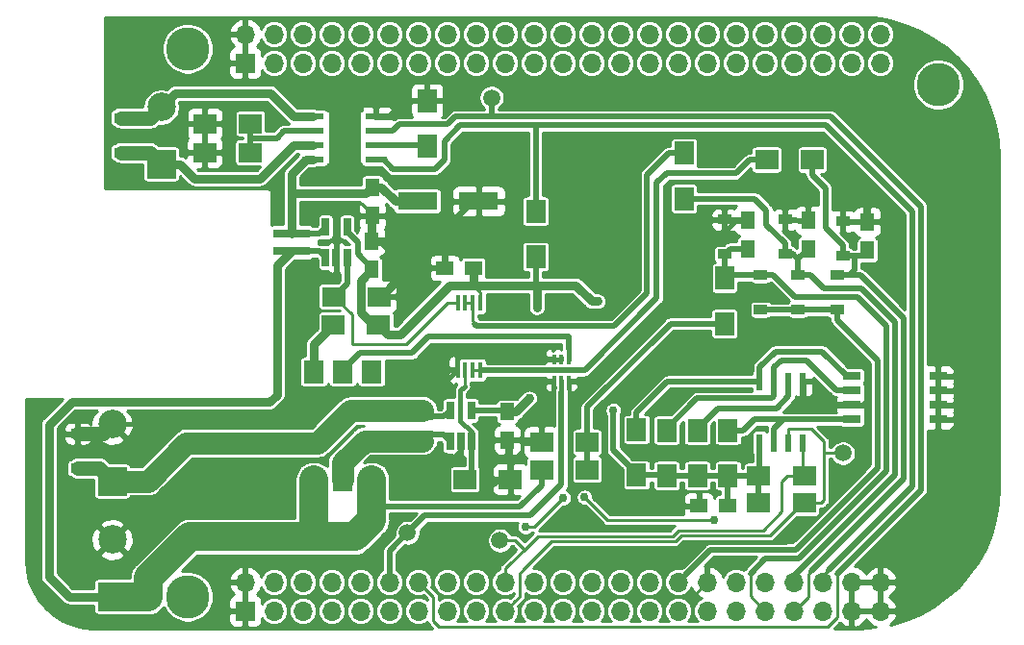
<source format=gbl>
G04 #@! TF.GenerationSoftware,KiCad,Pcbnew,(6.0.0-rc1-dev-159-g1e43773)*
G04 #@! TF.CreationDate,2018-07-25T22:10:03-05:00*
G04 #@! TF.ProjectId,bbb_alien_harness,6262625F616C69656E5F6861726E6573,rev?*
G04 #@! TF.SameCoordinates,Original*
G04 #@! TF.FileFunction,Copper,L2,Bot,Signal*
G04 #@! TF.FilePolarity,Positive*
%FSLAX46Y46*%
G04 Gerber Fmt 4.6, Leading zero omitted, Abs format (unit mm)*
G04 Created by KiCad (PCBNEW (6.0.0-rc1-dev-159-g1e43773)) date Wed Jul 25 22:10:03 2018*
%MOMM*%
%LPD*%
G01*
G04 APERTURE LIST*
G04 #@! TA.AperFunction,SMDPad,CuDef*
%ADD10R,1.700000X2.000000*%
G04 #@! TD*
G04 #@! TA.AperFunction,SMDPad,CuDef*
%ADD11R,0.650000X1.560000*%
G04 #@! TD*
G04 #@! TA.AperFunction,SMDPad,CuDef*
%ADD12R,3.200000X0.800000*%
G04 #@! TD*
G04 #@! TA.AperFunction,BGAPad,CuDef*
%ADD13C,1.500000*%
G04 #@! TD*
G04 #@! TA.AperFunction,SMDPad,CuDef*
%ADD14R,1.200000X0.850000*%
G04 #@! TD*
G04 #@! TA.AperFunction,ComponentPad*
%ADD15R,1.700000X1.700000*%
G04 #@! TD*
G04 #@! TA.AperFunction,ComponentPad*
%ADD16O,1.700000X1.700000*%
G04 #@! TD*
G04 #@! TA.AperFunction,ComponentPad*
%ADD17C,2.500000*%
G04 #@! TD*
G04 #@! TA.AperFunction,ComponentPad*
%ADD18R,2.500000X2.500000*%
G04 #@! TD*
G04 #@! TA.AperFunction,SMDPad,CuDef*
%ADD19R,0.600000X1.550000*%
G04 #@! TD*
G04 #@! TA.AperFunction,SMDPad,CuDef*
%ADD20R,2.000000X1.700000*%
G04 #@! TD*
G04 #@! TA.AperFunction,SMDPad,CuDef*
%ADD21R,1.600000X0.760000*%
G04 #@! TD*
G04 #@! TA.AperFunction,SMDPad,CuDef*
%ADD22R,3.500000X1.600000*%
G04 #@! TD*
G04 #@! TA.AperFunction,SMDPad,CuDef*
%ADD23R,1.500000X1.250000*%
G04 #@! TD*
G04 #@! TA.AperFunction,SMDPad,CuDef*
%ADD24R,1.250000X1.500000*%
G04 #@! TD*
G04 #@! TA.AperFunction,SMDPad,CuDef*
%ADD25R,1.780000X2.000000*%
G04 #@! TD*
G04 #@! TA.AperFunction,ComponentPad*
%ADD26R,1.205000X1.550000*%
G04 #@! TD*
G04 #@! TA.AperFunction,SMDPad,CuDef*
%ADD27R,1.910000X0.610000*%
G04 #@! TD*
G04 #@! TA.AperFunction,SMDPad,CuDef*
%ADD28R,0.450000X1.450000*%
G04 #@! TD*
G04 #@! TA.AperFunction,SMDPad,CuDef*
%ADD29R,0.406400X0.812800*%
G04 #@! TD*
G04 #@! TA.AperFunction,ViaPad*
%ADD30C,3.810000*%
G04 #@! TD*
G04 #@! TA.AperFunction,ViaPad*
%ADD31C,0.762000*%
G04 #@! TD*
G04 #@! TA.AperFunction,Conductor*
%ADD32C,0.508000*%
G04 #@! TD*
G04 #@! TA.AperFunction,Conductor*
%ADD33C,0.762000*%
G04 #@! TD*
G04 #@! TA.AperFunction,Conductor*
%ADD34C,0.254000*%
G04 #@! TD*
G04 #@! TA.AperFunction,Conductor*
%ADD35C,1.270000*%
G04 #@! TD*
G04 #@! TA.AperFunction,Conductor*
%ADD36C,0.381000*%
G04 #@! TD*
G04 #@! TA.AperFunction,Conductor*
%ADD37C,2.540000*%
G04 #@! TD*
G04 #@! TA.AperFunction,Conductor*
%ADD38C,1.905000*%
G04 #@! TD*
G04 APERTURE END LIST*
D10*
G04 #@! TO.P,R29,1*
G04 #@! TO.N,AIN2*
X138050367Y-95790000D03*
G04 #@! TO.P,R29,2*
G04 #@! TO.N,/sheet5B1360C9/IN*
X138050367Y-99790000D03*
G04 #@! TD*
D11*
G04 #@! TO.P,U9,1*
G04 #@! TO.N,Net-(R25-Pad1)*
X104843323Y-93970443D03*
G04 #@! TO.P,U9,2*
G04 #@! TO.N,GND*
X103893323Y-93970443D03*
G04 #@! TO.P,U9,3*
G04 #@! TO.N,+24V*
X102943323Y-93970443D03*
G04 #@! TO.P,U9,4*
G04 #@! TO.N,/POWER SENSE/OUT2*
X102943323Y-91270443D03*
G04 #@! TO.P,U9,5*
G04 #@! TO.N,+3V3*
X104843323Y-91270443D03*
G04 #@! TD*
D12*
G04 #@! TO.P,R23,1*
G04 #@! TO.N,+24V*
X99956323Y-93420443D03*
G04 #@! TO.P,R23,2*
G04 #@! TO.N,/POWER SENSE/OUT2*
X99956323Y-91820443D03*
G04 #@! TD*
D13*
G04 #@! TO.P,MP2,1*
G04 #@! TO.N,EHRPWM1A*
X117552567Y-79883000D03*
G04 #@! TD*
G04 #@! TO.P,MP3,1*
G04 #@! TO.N,I2C2_SDA*
X118289167Y-118897400D03*
G04 #@! TD*
D10*
G04 #@! TO.P,R27,2*
G04 #@! TO.N,/POWER SENSE/sheet5AE871AC/IN*
X134494367Y-84773000D03*
G04 #@! TO.P,R27,1*
G04 #@! TO.N,AIN1*
X134494367Y-88773000D03*
G04 #@! TD*
D14*
G04 #@! TO.P,D4,1*
G04 #@! TO.N,/POWER SENSE/OUT1*
X81154367Y-112523000D03*
G04 #@! TO.P,D4,2*
G04 #@! TO.N,GND*
X81154367Y-109473000D03*
G04 #@! TD*
G04 #@! TO.P,D5,2*
G04 #@! TO.N,/SOLENOID DRIVER/S-*
X84964367Y-81660000D03*
G04 #@! TO.P,D5,1*
G04 #@! TO.N,/SOLENOID DRIVER/S+*
X84964367Y-84710000D03*
G04 #@! TD*
D15*
G04 #@! TO.P,P4,1*
G04 #@! TO.N,GND*
X95885000Y-125095000D03*
D16*
G04 #@! TO.P,P4,2*
X95885000Y-122555000D03*
G04 #@! TO.P,P4,3*
G04 #@! TO.N,+3V3*
X98425000Y-125095000D03*
G04 #@! TO.P,P4,4*
X98425000Y-122555000D03*
G04 #@! TO.P,P4,5*
G04 #@! TO.N,5V_REG*
X100965000Y-125095000D03*
G04 #@! TO.P,P4,6*
X100965000Y-122555000D03*
G04 #@! TO.P,P4,7*
G04 #@! TO.N,Net-(P4-Pad7)*
X103505000Y-125095000D03*
G04 #@! TO.P,P4,8*
G04 #@! TO.N,Net-(P4-Pad8)*
X103505000Y-122555000D03*
G04 #@! TO.P,P4,9*
G04 #@! TO.N,Net-(P4-Pad9)*
X106045000Y-125095000D03*
G04 #@! TO.P,P4,10*
G04 #@! TO.N,Net-(P4-Pad10)*
X106045000Y-122555000D03*
G04 #@! TO.P,P4,11*
G04 #@! TO.N,UART4_RXD*
X108585000Y-125095000D03*
G04 #@! TO.P,P4,12*
G04 #@! TO.N,GPIO1_28*
X108585000Y-122555000D03*
G04 #@! TO.P,P4,13*
G04 #@! TO.N,UART4_TXD*
X111125000Y-125095000D03*
G04 #@! TO.P,P4,14*
G04 #@! TO.N,EHRPWM1A*
X111125000Y-122555000D03*
G04 #@! TO.P,P4,15*
G04 #@! TO.N,GPIO1_16*
X113665000Y-125095000D03*
G04 #@! TO.P,P4,16*
G04 #@! TO.N,EHRPWM1B*
X113665000Y-122555000D03*
G04 #@! TO.P,P4,17*
G04 #@! TO.N,I2C1_SCL*
X116205000Y-125095000D03*
G04 #@! TO.P,P4,18*
G04 #@! TO.N,I2C1_SDA*
X116205000Y-122555000D03*
G04 #@! TO.P,P4,19*
G04 #@! TO.N,I2C2_SCL*
X118745000Y-125095000D03*
G04 #@! TO.P,P4,20*
G04 #@! TO.N,I2C2_SDA*
X118745000Y-122555000D03*
G04 #@! TO.P,P4,21*
G04 #@! TO.N,UART2_TXD*
X121285000Y-125095000D03*
G04 #@! TO.P,P4,22*
G04 #@! TO.N,UART2_RXD*
X121285000Y-122555000D03*
G04 #@! TO.P,P4,23*
G04 #@! TO.N,GPIO1_17*
X123825000Y-125095000D03*
G04 #@! TO.P,P4,24*
G04 #@! TO.N,UART1_TXD*
X123825000Y-122555000D03*
G04 #@! TO.P,P4,25*
G04 #@! TO.N,Net-(P4-Pad25)*
X126365000Y-125095000D03*
G04 #@! TO.P,P4,26*
G04 #@! TO.N,UART1_RXD*
X126365000Y-122555000D03*
G04 #@! TO.P,P4,27*
G04 #@! TO.N,GPIO3_19*
X128905000Y-125095000D03*
G04 #@! TO.P,P4,28*
G04 #@! TO.N,SPI1_CS0*
X128905000Y-122555000D03*
G04 #@! TO.P,P4,29*
G04 #@! TO.N,SPI1_D0*
X131445000Y-125095000D03*
G04 #@! TO.P,P4,30*
G04 #@! TO.N,SPI1_D1*
X131445000Y-122555000D03*
G04 #@! TO.P,P4,31*
G04 #@! TO.N,SPI1_SCLK*
X133985000Y-125095000D03*
G04 #@! TO.P,P4,32*
G04 #@! TO.N,VADC*
X133985000Y-122555000D03*
G04 #@! TO.P,P4,33*
G04 #@! TO.N,AIN4*
X136525000Y-125095000D03*
G04 #@! TO.P,P4,34*
G04 #@! TO.N,GND*
X136525000Y-122555000D03*
G04 #@! TO.P,P4,35*
G04 #@! TO.N,AIN6*
X139065000Y-125095000D03*
G04 #@! TO.P,P4,36*
G04 #@! TO.N,AIN5*
X139065000Y-122555000D03*
G04 #@! TO.P,P4,37*
G04 #@! TO.N,AIN2*
X141605000Y-125095000D03*
G04 #@! TO.P,P4,38*
G04 #@! TO.N,AIN3*
X141605000Y-122555000D03*
G04 #@! TO.P,P4,39*
G04 #@! TO.N,AIN0*
X144145000Y-125095000D03*
G04 #@! TO.P,P4,40*
G04 #@! TO.N,AIN1*
X144145000Y-122555000D03*
G04 #@! TO.P,P4,41*
G04 #@! TO.N,CLKOUT2&GPIO3_20*
X146685000Y-125095000D03*
G04 #@! TO.P,P4,42*
G04 #@! TO.N,GPIO0_7&GPIO3_18*
X146685000Y-122555000D03*
G04 #@! TO.P,P4,43*
G04 #@! TO.N,GND*
X149225000Y-125095000D03*
G04 #@! TO.P,P4,44*
X149225000Y-122555000D03*
G04 #@! TO.P,P4,45*
X151765000Y-125095000D03*
G04 #@! TO.P,P4,46*
X151765000Y-122555000D03*
G04 #@! TD*
G04 #@! TO.P,P3,46*
G04 #@! TO.N,GPIO2_7*
X151765000Y-74295000D03*
G04 #@! TO.P,P3,45*
G04 #@! TO.N,GPIO2_6*
X151765000Y-76835000D03*
G04 #@! TO.P,P3,44*
G04 #@! TO.N,GPIO2_9*
X149225000Y-74295000D03*
G04 #@! TO.P,P3,43*
G04 #@! TO.N,GPIO2_8*
X149225000Y-76835000D03*
G04 #@! TO.P,P3,42*
G04 #@! TO.N,GPIO2_11*
X146685000Y-74295000D03*
G04 #@! TO.P,P3,41*
G04 #@! TO.N,GPIO2_10*
X146685000Y-76835000D03*
G04 #@! TO.P,P3,40*
G04 #@! TO.N,GPIO2_13*
X144145000Y-74295000D03*
G04 #@! TO.P,P3,39*
G04 #@! TO.N,GPIO2_12*
X144145000Y-76835000D03*
G04 #@! TO.P,P3,38*
G04 #@! TO.N,UART5_RXD*
X141605000Y-74295000D03*
G04 #@! TO.P,P3,37*
G04 #@! TO.N,UART5_TXD*
X141605000Y-76835000D03*
G04 #@! TO.P,P3,36*
G04 #@! TO.N,UART3_CTSN*
X139065000Y-74295000D03*
G04 #@! TO.P,P3,35*
G04 #@! TO.N,UART4_CTSN*
X139065000Y-76835000D03*
G04 #@! TO.P,P3,34*
G04 #@! TO.N,UART3_RTSN*
X136525000Y-74295000D03*
G04 #@! TO.P,P3,33*
G04 #@! TO.N,UART4_RTSN*
X136525000Y-76835000D03*
G04 #@! TO.P,P3,32*
G04 #@! TO.N,UART5_RTSN*
X133985000Y-74295000D03*
G04 #@! TO.P,P3,31*
G04 #@! TO.N,UART5_CTSN*
X133985000Y-76835000D03*
G04 #@! TO.P,P3,30*
G04 #@! TO.N,GPIO2_25*
X131445000Y-74295000D03*
G04 #@! TO.P,P3,29*
G04 #@! TO.N,GPIO2_23*
X131445000Y-76835000D03*
G04 #@! TO.P,P3,28*
G04 #@! TO.N,GPIO2_24*
X128905000Y-74295000D03*
G04 #@! TO.P,P3,27*
G04 #@! TO.N,GPIO2_22*
X128905000Y-76835000D03*
G04 #@! TO.P,P3,26*
G04 #@! TO.N,GPIO1_29*
X126365000Y-74295000D03*
G04 #@! TO.P,P3,25*
G04 #@! TO.N,GPIO1_0*
X126365000Y-76835000D03*
G04 #@! TO.P,P3,24*
G04 #@! TO.N,GPIO1_1*
X123825000Y-74295000D03*
G04 #@! TO.P,P3,23*
G04 #@! TO.N,GPIO1_4*
X123825000Y-76835000D03*
G04 #@! TO.P,P3,22*
G04 #@! TO.N,GPIO1_5*
X121285000Y-74295000D03*
G04 #@! TO.P,P3,21*
G04 #@! TO.N,GPIO1_30*
X121285000Y-76835000D03*
G04 #@! TO.P,P3,20*
G04 #@! TO.N,GPIO1_31*
X118745000Y-74295000D03*
G04 #@! TO.P,P3,19*
G04 #@! TO.N,EHRPWM2A*
X118745000Y-76835000D03*
G04 #@! TO.P,P3,18*
G04 #@! TO.N,GPIO2_1*
X116205000Y-74295000D03*
G04 #@! TO.P,P3,17*
G04 #@! TO.N,GPIO0_27*
X116205000Y-76835000D03*
G04 #@! TO.P,P3,16*
G04 #@! TO.N,GPIO1_14*
X113665000Y-74295000D03*
G04 #@! TO.P,P3,15*
G04 #@! TO.N,GPIO1_15*
X113665000Y-76835000D03*
G04 #@! TO.P,P3,14*
G04 #@! TO.N,GPIO0_26*
X111125000Y-74295000D03*
G04 #@! TO.P,P3,13*
G04 #@! TO.N,EHRPWM2B*
X111125000Y-76835000D03*
G04 #@! TO.P,P3,12*
G04 #@! TO.N,GPIO1_12*
X108585000Y-74295000D03*
G04 #@! TO.P,P3,11*
G04 #@! TO.N,GPIO1_13*
X108585000Y-76835000D03*
G04 #@! TO.P,P3,10*
G04 #@! TO.N,TIMER6*
X106045000Y-74295000D03*
G04 #@! TO.P,P3,9*
G04 #@! TO.N,TIMER5*
X106045000Y-76835000D03*
G04 #@! TO.P,P3,8*
G04 #@! TO.N,TIMER7*
X103505000Y-74295000D03*
G04 #@! TO.P,P3,7*
G04 #@! TO.N,TIMER4*
X103505000Y-76835000D03*
G04 #@! TO.P,P3,6*
G04 #@! TO.N,GPIO1_3*
X100965000Y-74295000D03*
G04 #@! TO.P,P3,5*
G04 #@! TO.N,GPIO1_2*
X100965000Y-76835000D03*
G04 #@! TO.P,P3,4*
G04 #@! TO.N,GPIO1_7*
X98425000Y-74295000D03*
G04 #@! TO.P,P3,3*
G04 #@! TO.N,GPIO_1_6*
X98425000Y-76835000D03*
G04 #@! TO.P,P3,2*
G04 #@! TO.N,GND*
X95885000Y-74295000D03*
D15*
G04 #@! TO.P,P3,1*
X95885000Y-76835000D03*
G04 #@! TD*
D17*
G04 #@! TO.P,PWR1,2*
G04 #@! TO.N,GND*
X84175600Y-118825000D03*
D18*
G04 #@! TO.P,PWR1,1*
G04 #@! TO.N,+24V*
X84175600Y-123825000D03*
G04 #@! TD*
G04 #@! TO.P,P2,1*
G04 #@! TO.N,/SOLENOID DRIVER/S+*
X88493600Y-85725000D03*
D17*
G04 #@! TO.P,P2,2*
G04 #@! TO.N,/SOLENOID DRIVER/S-*
X88493600Y-80725000D03*
G04 #@! TD*
G04 #@! TO.P,P1,2*
G04 #@! TO.N,GND*
X84175600Y-108665000D03*
D18*
G04 #@! TO.P,P1,1*
G04 #@! TO.N,/POWER SENSE/OUT1*
X84175600Y-113665000D03*
G04 #@! TD*
D13*
G04 #@! TO.P,MP4,1*
G04 #@! TO.N,I2C2_SCL*
X148464367Y-111201200D03*
G04 #@! TD*
D12*
G04 #@! TO.P,R22,2*
G04 #@! TO.N,/24V SSR/24V_OUT*
X110820758Y-109574300D03*
G04 #@! TO.P,R22,1*
G04 #@! TO.N,/POWER SENSE/OUT1*
X110820758Y-107974300D03*
G04 #@! TD*
D19*
G04 #@! TO.P,U5,8*
G04 #@! TO.N,+3V3*
X141149167Y-110294400D03*
G04 #@! TO.P,U5,7*
G04 #@! TO.N,Net-(R12-Pad2)*
X142419167Y-110294400D03*
G04 #@! TO.P,U5,6*
G04 #@! TO.N,I2C2_SCL*
X143689167Y-110294400D03*
G04 #@! TO.P,U5,5*
G04 #@! TO.N,I2C2_SDA*
X144959167Y-110294400D03*
G04 #@! TO.P,U5,4*
G04 #@! TO.N,GND*
X144959167Y-104894400D03*
G04 #@! TO.P,U5,3*
G04 #@! TO.N,Net-(R11-Pad2)*
X143689167Y-104894400D03*
G04 #@! TO.P,U5,2*
G04 #@! TO.N,Net-(R10-Pad2)*
X142419167Y-104894400D03*
G04 #@! TO.P,U5,1*
G04 #@! TO.N,Net-(R9-Pad2)*
X141149167Y-104894400D03*
G04 #@! TD*
D20*
G04 #@! TO.P,R28,2*
G04 #@! TO.N,+3V3*
X107614567Y-99898200D03*
G04 #@! TO.P,R28,1*
G04 #@! TO.N,Net-(R28-Pad1)*
X103614567Y-99898200D03*
G04 #@! TD*
D21*
G04 #@! TO.P,S1,8*
G04 #@! TO.N,Net-(R9-Pad2)*
X149226367Y-104394000D03*
G04 #@! TO.P,S1,4*
G04 #@! TO.N,GND*
X156846367Y-108204000D03*
G04 #@! TO.P,S1,7*
G04 #@! TO.N,Net-(R10-Pad2)*
X149226367Y-105664000D03*
G04 #@! TO.P,S1,3*
G04 #@! TO.N,GND*
X156846367Y-106934000D03*
G04 #@! TO.P,S1,6*
X149226367Y-106934000D03*
G04 #@! TO.P,S1,2*
X156846367Y-105664000D03*
G04 #@! TO.P,S1,5*
G04 #@! TO.N,Net-(R12-Pad2)*
X149226367Y-108204000D03*
G04 #@! TO.P,S1,1*
G04 #@! TO.N,GND*
X156846367Y-104394000D03*
G04 #@! TD*
D13*
G04 #@! TO.P,MP1,1*
G04 #@! TO.N,GPIO1_28*
X110161167Y-118211600D03*
G04 #@! TD*
D22*
G04 #@! TO.P,C14,1*
G04 #@! TO.N,/POWER SENSE/OUT2*
X111017167Y-89001600D03*
G04 #@! TO.P,C14,2*
G04 #@! TO.N,GND*
X116417167Y-89001600D03*
G04 #@! TD*
D23*
G04 #@! TO.P,C7,1*
G04 #@! TO.N,+3V3*
X138284367Y-115824000D03*
G04 #@! TO.P,C7,2*
G04 #@! TO.N,GND*
X135784367Y-115824000D03*
G04 #@! TD*
D24*
G04 #@! TO.P,C13,2*
G04 #@! TO.N,GND*
X107062367Y-90277000D03*
G04 #@! TO.P,C13,1*
G04 #@! TO.N,/POWER SENSE/OUT2*
X107062367Y-87777000D03*
G04 #@! TD*
G04 #@! TO.P,C21,1*
G04 #@! TO.N,AIN2*
X140082367Y-93186658D03*
G04 #@! TO.P,C21,2*
G04 #@! TO.N,GND*
X140082367Y-90686658D03*
G04 #@! TD*
G04 #@! TO.P,C15,2*
G04 #@! TO.N,GND*
X118949567Y-110038200D03*
G04 #@! TO.P,C15,1*
G04 #@! TO.N,+3V3*
X118949567Y-107538200D03*
G04 #@! TD*
G04 #@! TO.P,C16,1*
G04 #@! TO.N,+3V3*
X107011567Y-95026800D03*
G04 #@! TO.P,C16,2*
G04 #@! TO.N,GND*
X107011567Y-92526800D03*
G04 #@! TD*
D23*
G04 #@! TO.P,C17,2*
G04 #@! TO.N,GND*
X113432367Y-94869000D03*
G04 #@! TO.P,C17,1*
G04 #@! TO.N,+3V3*
X115932367Y-94869000D03*
G04 #@! TD*
D24*
G04 #@! TO.P,C18,1*
G04 #@! TO.N,AIN0*
X150623367Y-93325000D03*
G04 #@! TO.P,C18,2*
G04 #@! TO.N,GND*
X150623367Y-90825000D03*
G04 #@! TD*
G04 #@! TO.P,C19,2*
G04 #@! TO.N,GND*
X145416367Y-90678000D03*
G04 #@! TO.P,C19,1*
G04 #@! TO.N,AIN1*
X145416367Y-93178000D03*
G04 #@! TD*
D25*
G04 #@! TO.P,U12,6*
G04 #@! TO.N,+24V*
X101904800Y-113553200D03*
G04 #@! TO.P,U12,3*
G04 #@! TO.N,Net-(U12-Pad3)*
X106984800Y-104023200D03*
G04 #@! TO.P,U12,5*
G04 #@! TO.N,/24V SSR/24V_OUT*
X104444800Y-113553200D03*
G04 #@! TO.P,U12,2*
G04 #@! TO.N,Net-(U11-Pad6)*
X104444800Y-104023200D03*
G04 #@! TO.P,U12,4*
G04 #@! TO.N,+24V*
X106984800Y-113553200D03*
G04 #@! TO.P,U12,1*
G04 #@! TO.N,Net-(R28-Pad1)*
X101904800Y-104023200D03*
G04 #@! TD*
D26*
G04 #@! TO.P,U7,9*
G04 #@! TO.N,GND*
X105225100Y-82664000D03*
X105225100Y-84214000D03*
X104020100Y-82664000D03*
X104020100Y-84214000D03*
D27*
G04 #@! TO.P,U7,8*
G04 #@! TO.N,/SOLENOID DRIVER/S-*
X101842600Y-81534000D03*
G04 #@! TO.P,U7,7*
G04 #@! TO.N,Net-(R20-Pad2)*
X101842600Y-82804000D03*
G04 #@! TO.P,U7,6*
G04 #@! TO.N,/SOLENOID DRIVER/S+*
X101842600Y-84074000D03*
G04 #@! TO.P,U7,5*
G04 #@! TO.N,/POWER SENSE/OUT2*
X101842600Y-85344000D03*
G04 #@! TO.P,U7,4*
G04 #@! TO.N,GPIO0_7&GPIO3_18*
X107402600Y-85344000D03*
G04 #@! TO.P,U7,3*
G04 #@! TO.N,Net-(R19-Pad1)*
X107402600Y-84074000D03*
G04 #@! TO.P,U7,2*
G04 #@! TO.N,EHRPWM1A*
X107402600Y-82804000D03*
G04 #@! TO.P,U7,1*
G04 #@! TO.N,GND*
X107402600Y-81534000D03*
G04 #@! TD*
D28*
G04 #@! TO.P,U10,8*
G04 #@! TO.N,+3V3*
X116520967Y-97964200D03*
G04 #@! TO.P,U10,7*
G04 #@! TO.N,/POWER SENSE/sheet5AE871AC/IN*
X115870967Y-97964200D03*
G04 #@! TO.P,U10,6*
X115220967Y-97964200D03*
G04 #@! TO.P,U10,5*
G04 #@! TO.N,Net-(R25-Pad1)*
X114570967Y-97964200D03*
G04 #@! TO.P,U10,4*
G04 #@! TO.N,GND*
X114570967Y-103864200D03*
G04 #@! TO.P,U10,3*
G04 #@! TO.N,Net-(R24-Pad1)*
X115220967Y-103864200D03*
G04 #@! TO.P,U10,2*
G04 #@! TO.N,/POWER SENSE/sheet5AE7F055/IN*
X115870967Y-103864200D03*
G04 #@! TO.P,U10,1*
X116520967Y-103864200D03*
G04 #@! TD*
D10*
G04 #@! TO.P,R9,2*
G04 #@! TO.N,Net-(R9-Pad2)*
X130303367Y-109125000D03*
G04 #@! TO.P,R9,1*
G04 #@! TO.N,+3V3*
X130303367Y-113125000D03*
G04 #@! TD*
D20*
G04 #@! TO.P,R3,2*
G04 #@! TO.N,GND*
X121953367Y-110236000D03*
G04 #@! TO.P,R3,1*
G04 #@! TO.N,/sheet5B1360C9/IN*
X125953367Y-110236000D03*
G04 #@! TD*
G04 #@! TO.P,R2,1*
G04 #@! TO.N,+24V*
X121953367Y-112649000D03*
G04 #@! TO.P,R2,2*
G04 #@! TO.N,/sheet5B1360C9/IN*
X125953367Y-112649000D03*
G04 #@! TD*
D10*
G04 #@! TO.P,R11,2*
G04 #@! TO.N,Net-(R11-Pad2)*
X135662767Y-109175800D03*
G04 #@! TO.P,R11,1*
G04 #@! TO.N,+3V3*
X135662767Y-113175800D03*
G04 #@! TD*
G04 #@! TO.P,R10,1*
G04 #@! TO.N,+3V3*
X132970367Y-113175800D03*
G04 #@! TO.P,R10,2*
G04 #@! TO.N,Net-(R10-Pad2)*
X132970367Y-109175800D03*
G04 #@! TD*
D20*
G04 #@! TO.P,R25,1*
G04 #@! TO.N,Net-(R25-Pad1)*
X103665367Y-97409000D03*
G04 #@! TO.P,R25,2*
G04 #@! TO.N,GND*
X107665367Y-97409000D03*
G04 #@! TD*
G04 #@! TO.P,R26,2*
G04 #@! TO.N,/POWER SENSE/sheet5AE7F055/IN*
X141765367Y-85344000D03*
G04 #@! TO.P,R26,1*
G04 #@! TO.N,AIN0*
X145765367Y-85344000D03*
G04 #@! TD*
G04 #@! TO.P,R24,1*
G04 #@! TO.N,Net-(R24-Pad1)*
X115196967Y-113512600D03*
G04 #@! TO.P,R24,2*
G04 #@! TO.N,GND*
X119196967Y-113512600D03*
G04 #@! TD*
G04 #@! TO.P,R21,2*
G04 #@! TO.N,Net-(R20-Pad2)*
X96303600Y-84709000D03*
G04 #@! TO.P,R21,1*
G04 #@! TO.N,GND*
X92303600Y-84709000D03*
G04 #@! TD*
G04 #@! TO.P,R20,1*
G04 #@! TO.N,GND*
X92335600Y-82169000D03*
G04 #@! TO.P,R20,2*
G04 #@! TO.N,Net-(R20-Pad2)*
X96335600Y-82169000D03*
G04 #@! TD*
D10*
G04 #@! TO.P,R19,2*
G04 #@! TO.N,GND*
X111888367Y-80169000D03*
G04 #@! TO.P,R19,1*
G04 #@! TO.N,Net-(R19-Pad1)*
X111888367Y-84169000D03*
G04 #@! TD*
G04 #@! TO.P,R18,1*
G04 #@! TO.N,+3V3*
X121438767Y-93897200D03*
G04 #@! TO.P,R18,2*
G04 #@! TO.N,GPIO0_7&GPIO3_18*
X121438767Y-89897200D03*
G04 #@! TD*
D20*
G04 #@! TO.P,R14,2*
G04 #@! TO.N,I2C2_SDA*
X145054167Y-113182400D03*
G04 #@! TO.P,R14,1*
G04 #@! TO.N,+3V3*
X141054167Y-113182400D03*
G04 #@! TD*
G04 #@! TO.P,R13,1*
G04 #@! TO.N,+3V3*
X141054167Y-115595400D03*
G04 #@! TO.P,R13,2*
G04 #@! TO.N,I2C2_SCL*
X145054167Y-115595400D03*
G04 #@! TD*
D10*
G04 #@! TO.P,R12,2*
G04 #@! TO.N,Net-(R12-Pad2)*
X138355167Y-109175800D03*
G04 #@! TO.P,R12,1*
G04 #@! TO.N,+3V3*
X138355167Y-113175800D03*
G04 #@! TD*
D11*
G04 #@! TO.P,U8,5*
G04 #@! TO.N,+3V3*
X115802826Y-107430637D03*
G04 #@! TO.P,U8,4*
G04 #@! TO.N,/POWER SENSE/OUT1*
X113902826Y-107430637D03*
G04 #@! TO.P,U8,3*
G04 #@! TO.N,/24V SSR/24V_OUT*
X113902826Y-110130637D03*
G04 #@! TO.P,U8,2*
G04 #@! TO.N,GND*
X114852826Y-110130637D03*
G04 #@! TO.P,U8,1*
G04 #@! TO.N,Net-(R24-Pad1)*
X115802826Y-110130637D03*
G04 #@! TD*
D14*
G04 #@! TO.P,D14,2*
G04 #@! TO.N,GND*
X138050367Y-90629658D03*
G04 #@! TO.P,D14,1*
G04 #@! TO.N,AIN2*
X138050367Y-93679658D03*
G04 #@! TD*
G04 #@! TO.P,D13,1*
G04 #@! TO.N,VADC*
X141225367Y-98553000D03*
G04 #@! TO.P,D13,2*
G04 #@! TO.N,AIN2*
X141225367Y-95503000D03*
G04 #@! TD*
G04 #@! TO.P,D12,2*
G04 #@! TO.N,GND*
X143384367Y-90621000D03*
G04 #@! TO.P,D12,1*
G04 #@! TO.N,AIN1*
X143384367Y-93671000D03*
G04 #@! TD*
G04 #@! TO.P,D11,1*
G04 #@! TO.N,VADC*
X144527367Y-98553000D03*
G04 #@! TO.P,D11,2*
G04 #@! TO.N,AIN1*
X144527367Y-95503000D03*
G04 #@! TD*
G04 #@! TO.P,D10,2*
G04 #@! TO.N,GND*
X148464367Y-90768000D03*
G04 #@! TO.P,D10,1*
G04 #@! TO.N,AIN0*
X148464367Y-93818000D03*
G04 #@! TD*
G04 #@! TO.P,D9,1*
G04 #@! TO.N,VADC*
X147956367Y-98553000D03*
G04 #@! TO.P,D9,2*
G04 #@! TO.N,AIN0*
X147956367Y-95503000D03*
G04 #@! TD*
D29*
G04 #@! TO.P,U11,1*
G04 #@! TO.N,GND*
X124359767Y-104851200D03*
G04 #@! TO.P,U11,2*
G04 #@! TO.N,GPIO1_28*
X123699367Y-104851200D03*
G04 #@! TO.P,U11,3*
G04 #@! TO.N,GND*
X123038967Y-104851200D03*
G04 #@! TO.P,U11,4*
X123038967Y-102920800D03*
G04 #@! TO.P,U11,5*
X123699367Y-102920800D03*
G04 #@! TO.P,U11,6*
G04 #@! TO.N,Net-(U11-Pad6)*
X124359767Y-102920800D03*
G04 #@! TD*
D30*
G04 #@! TO.N,*
X90805000Y-123825000D03*
X90805000Y-75565000D03*
X156845000Y-78740000D03*
D31*
G04 #@! TO.N,+3V3*
X128271367Y-107416600D03*
X120879967Y-106375200D03*
X121540367Y-98374200D03*
X109500767Y-100736400D03*
X126899767Y-97815400D03*
G04 #@! TO.N,GND*
X143638367Y-118313200D03*
X129033367Y-115366800D03*
X122200767Y-107772200D03*
X135840567Y-95910400D03*
X151232967Y-89001600D03*
X101347367Y-86995000D03*
X102617367Y-86995000D03*
X104649367Y-86106000D03*
X105665367Y-86106000D03*
X103633367Y-86106000D03*
X103633367Y-80645000D03*
X104649367Y-80645000D03*
X105665367Y-80645000D03*
X103633367Y-79629000D03*
X104649367Y-79629000D03*
X105665367Y-79629000D03*
X102617367Y-79629000D03*
X106681367Y-79629000D03*
G04 #@! TO.N,UART1_RXD*
X125731367Y-115087400D03*
X137110567Y-117119400D03*
G04 #@! TO.N,UART2_RXD*
X120549767Y-117678200D03*
X123851767Y-115138200D03*
G04 #@! TD*
D32*
G04 #@! TO.N,+3V3*
X118842004Y-107430637D02*
X118949567Y-107538200D01*
X115802826Y-107430637D02*
X118842004Y-107430637D01*
D33*
X107265567Y-99549200D02*
X107614567Y-99898200D01*
D34*
X107764567Y-99898200D02*
X107614567Y-99898200D01*
D32*
X141149167Y-113087400D02*
X141054167Y-113182400D01*
X141149167Y-110294400D02*
X141149167Y-113087400D01*
X132970367Y-113175800D02*
X135662767Y-113175800D01*
X135662767Y-113175800D02*
X138355167Y-113175800D01*
X141047567Y-113175800D02*
X141054167Y-113182400D01*
X138355167Y-113175800D02*
X141047567Y-113175800D01*
X132919567Y-113125000D02*
X132970367Y-113175800D01*
X130303367Y-113125000D02*
X132919567Y-113125000D01*
X128271367Y-107955415D02*
X128271367Y-107416600D01*
X128271367Y-110943000D02*
X128271367Y-107955415D01*
X130303367Y-113125000D02*
X130303367Y-112975000D01*
X130303367Y-112975000D02*
X128271367Y-110943000D01*
D33*
X107614567Y-99898200D02*
X107563767Y-99847400D01*
X106030366Y-96008001D02*
X107011567Y-95026800D01*
X107563767Y-99847400D02*
X107110765Y-99847400D01*
X107110765Y-99847400D02*
X106030366Y-98767001D01*
X106030366Y-98767001D02*
X106030366Y-96008001D01*
D32*
X107011567Y-94901800D02*
X107011567Y-95026800D01*
X104843323Y-91270443D02*
X104843323Y-91725443D01*
X104843323Y-91725443D02*
X105766967Y-92649087D01*
X105766967Y-93657200D02*
X107011567Y-94901800D01*
X105766967Y-92649087D02*
X105766967Y-93657200D01*
D33*
X115876167Y-96393000D02*
X115932367Y-96336800D01*
X115932367Y-96336800D02*
X115932367Y-94869000D01*
D34*
X115932367Y-96396600D02*
X115932367Y-96336800D01*
X116520967Y-96985200D02*
X115932367Y-96396600D01*
X116520967Y-97964200D02*
X116520967Y-96985200D01*
D33*
X119716967Y-107538200D02*
X120879967Y-106375200D01*
X118949567Y-107538200D02*
X119716967Y-107538200D01*
X121540367Y-96469200D02*
X121464167Y-96393000D01*
X121540367Y-98374200D02*
X121540367Y-96469200D01*
X115876167Y-96393000D02*
X121464167Y-96393000D01*
X109678567Y-100558600D02*
X109500767Y-100736400D01*
X108452767Y-100736400D02*
X107614567Y-99898200D01*
X109500767Y-100736400D02*
X108452767Y-100736400D01*
X115876167Y-96393000D02*
X113838752Y-96393000D01*
X113838752Y-96393000D02*
X109678567Y-100553185D01*
X109673152Y-100553185D02*
X109678567Y-100553185D01*
D32*
X138284367Y-113246600D02*
X138355167Y-113175800D01*
X138284367Y-115824000D02*
X138284367Y-113246600D01*
X141054167Y-115595400D02*
X141054167Y-113182400D01*
D33*
X121464167Y-96393000D02*
X124938552Y-96393000D01*
X126360952Y-97815400D02*
X126899767Y-97815400D01*
X124938552Y-96393000D02*
X126360952Y-97815400D01*
D32*
X121464167Y-95430600D02*
X121464167Y-96393000D01*
X121464167Y-93922600D02*
X121464167Y-95430600D01*
X121438767Y-93897200D02*
X121464167Y-93922600D01*
D34*
G04 #@! TO.N,GND*
X92303600Y-82201000D02*
X92335600Y-82169000D01*
X92303600Y-84709000D02*
X92303600Y-82201000D01*
D33*
X107011567Y-90327800D02*
X107062367Y-90277000D01*
X107011567Y-92526800D02*
X107011567Y-90327800D01*
D35*
X83367600Y-109473000D02*
X84175600Y-108665000D01*
X81154367Y-109473000D02*
X83367600Y-109473000D01*
D33*
X107665367Y-97409000D02*
X107815367Y-97409000D01*
X107815367Y-97409000D02*
X108967367Y-96257000D01*
X107895167Y-92526800D02*
X107011567Y-92526800D01*
X108967367Y-93599000D02*
X107895167Y-92526800D01*
D32*
X109348367Y-94869000D02*
X108967367Y-95250000D01*
X113432367Y-94869000D02*
X109348367Y-94869000D01*
D33*
X108967367Y-95250000D02*
X108967367Y-93599000D01*
X108967367Y-96257000D02*
X108967367Y-95250000D01*
D32*
X115975365Y-89001600D02*
X116417167Y-89001600D01*
X113432367Y-94869000D02*
X113432367Y-91544598D01*
X113432367Y-91544598D02*
X115975365Y-89001600D01*
X111856367Y-80137000D02*
X111888367Y-80169000D01*
X109983367Y-80137000D02*
X111856367Y-80137000D01*
X108586367Y-81534000D02*
X109983367Y-80137000D01*
X107402600Y-81534000D02*
X108586367Y-81534000D01*
D34*
X107062367Y-90152000D02*
X107062367Y-90277000D01*
X106183367Y-89273000D02*
X107062367Y-90152000D01*
X105049964Y-89273000D02*
X106183367Y-89273000D01*
X103893323Y-90429641D02*
X105049964Y-89273000D01*
X103893323Y-93970443D02*
X103893323Y-90429641D01*
X122419166Y-102758199D02*
X122581767Y-102920800D01*
X122581767Y-102920800D02*
X123038967Y-102920800D01*
X114697968Y-102758199D02*
X122419166Y-102758199D01*
X114570967Y-102885200D02*
X114697968Y-102758199D01*
X114570967Y-103864200D02*
X114570967Y-102885200D01*
D36*
X112644167Y-105791000D02*
X114551466Y-103883701D01*
X104446167Y-105791000D02*
X112644167Y-105791000D01*
X101572167Y-108665000D02*
X104446167Y-105791000D01*
X84175600Y-108665000D02*
X101572167Y-108665000D01*
X123699367Y-102920800D02*
X123038967Y-102920800D01*
D32*
X144959167Y-106451400D02*
X144959167Y-104894400D01*
X145441767Y-106934000D02*
X144959167Y-106451400D01*
X149226367Y-106934000D02*
X145441767Y-106934000D01*
D36*
X140025367Y-90629658D02*
X140082367Y-90686658D01*
X138050367Y-90629658D02*
X140025367Y-90629658D01*
X139076367Y-90686658D02*
X140082367Y-90686658D01*
X150470868Y-106603899D02*
X150470868Y-103657301D01*
X138812367Y-97965102D02*
X137575367Y-97965102D01*
X150470868Y-103657301D02*
X147092767Y-100279200D01*
X150140767Y-106934000D02*
X150470868Y-106603899D01*
X136755866Y-93007159D02*
X139076367Y-90686658D01*
X149226367Y-106934000D02*
X150140767Y-106934000D01*
X147092767Y-100279200D02*
X141126465Y-100279200D01*
X136755866Y-97145601D02*
X136755866Y-93007159D01*
X141126465Y-100279200D02*
X138812367Y-97965102D01*
X137575367Y-97965102D02*
X136755866Y-97145601D01*
D34*
X150407368Y-107200601D02*
X150140767Y-106934000D01*
X150407368Y-112661799D02*
X150407368Y-107200601D01*
X144207135Y-118862032D02*
X150407368Y-112661799D01*
X136525000Y-122555000D02*
X135293999Y-123786001D01*
X143628350Y-118862032D02*
X143612967Y-118862032D01*
X143638367Y-118313200D02*
X143638367Y-118852015D01*
X143638367Y-118852015D02*
X143628350Y-118862032D01*
X143612967Y-118862032D02*
X144207135Y-118862032D01*
D32*
X119196967Y-110285600D02*
X118949567Y-110038200D01*
X119196967Y-113512600D02*
X119196967Y-110285600D01*
X121755567Y-110038200D02*
X121953367Y-110236000D01*
X118949567Y-110038200D02*
X121755567Y-110038200D01*
X114852826Y-111106941D02*
X114852826Y-110130637D01*
X113488567Y-112471200D02*
X114852826Y-111106941D01*
X119196967Y-113512600D02*
X118136767Y-113512600D01*
X113920367Y-115138200D02*
X113488567Y-114706400D01*
X118136767Y-113512600D02*
X116511167Y-115138200D01*
X113488567Y-114706400D02*
X113488567Y-112471200D01*
X116511167Y-115138200D02*
X113920367Y-115138200D01*
X121953367Y-108019600D02*
X122200767Y-107772200D01*
X121953367Y-110236000D02*
X121953367Y-108019600D01*
X151232967Y-89001600D02*
X150547167Y-89687400D01*
X150547167Y-90748800D02*
X150623367Y-90825000D01*
X150547167Y-89687400D02*
X150547167Y-90748800D01*
D34*
X143374399Y-119100600D02*
X143612967Y-118862032D01*
X135662767Y-119100600D02*
X143374399Y-119100600D01*
X135293999Y-123786001D02*
X132931368Y-123786001D01*
X132753999Y-123608632D02*
X132753999Y-122009368D01*
X132931368Y-123786001D02*
X132753999Y-123608632D01*
X132753999Y-122009368D02*
X135662767Y-119100600D01*
D32*
G04 #@! TO.N,+24V*
X102393323Y-93420443D02*
X102943323Y-93970443D01*
X99956323Y-93420443D02*
X102393323Y-93420443D01*
D37*
X101904800Y-113553200D02*
X101904800Y-118567200D01*
X105510800Y-118567200D02*
X101904800Y-118567200D01*
X106984800Y-117093200D02*
X105510800Y-118567200D01*
X106984800Y-113553200D02*
X106984800Y-117093200D01*
X90987878Y-118567200D02*
X101904800Y-118567200D01*
X87375999Y-123825000D02*
X87375999Y-122179079D01*
X87375999Y-122179079D02*
X90987878Y-118567200D01*
X84175600Y-123825000D02*
X87375999Y-123825000D01*
D32*
X105510800Y-119050433D02*
X105510800Y-118567200D01*
X105840367Y-119380000D02*
X105510800Y-119050433D01*
X107366600Y-117475000D02*
X106984800Y-117093200D01*
X120060157Y-115900210D02*
X108177790Y-115900210D01*
X121953367Y-112649000D02*
X121953367Y-114007000D01*
X108177790Y-115900210D02*
X106984800Y-117093200D01*
X121953367Y-114007000D02*
X120060157Y-115900210D01*
D33*
X98680367Y-94696399D02*
X99956323Y-93420443D01*
X98680367Y-106055835D02*
X98680367Y-94696399D01*
X98054922Y-106681280D02*
X98680367Y-106055835D01*
X80618320Y-106681280D02*
X98054922Y-106681280D01*
X84175600Y-123825000D02*
X80365600Y-123825000D01*
X80365600Y-123825000D02*
X78614367Y-122073767D01*
X78614367Y-122073767D02*
X78614367Y-108685233D01*
X78614367Y-108685233D02*
X80618320Y-106681280D01*
D36*
G04 #@! TO.N,GPIO1_28*
X123699367Y-105791000D02*
X123699367Y-104851200D01*
D32*
X108585000Y-119787767D02*
X110161167Y-118211600D01*
X108585000Y-122555000D02*
X108585000Y-119787767D01*
X120981567Y-116687600D02*
X123699367Y-113969800D01*
X123699367Y-113969800D02*
X123699367Y-105791000D01*
X111685167Y-116687600D02*
X120981567Y-116687600D01*
X110161167Y-118211600D02*
X111685167Y-116687600D01*
D36*
G04 #@! TO.N,Net-(U11-Pad6)*
X124359767Y-102006400D02*
X124359767Y-102920800D01*
X124334367Y-101981000D02*
X124359767Y-102006400D01*
D32*
X124334367Y-100939600D02*
X124334367Y-101981000D01*
X112015367Y-100939600D02*
X124334367Y-100939600D01*
X104444800Y-104023200D02*
X104444800Y-103913200D01*
X105970600Y-102387400D02*
X110567567Y-102387400D01*
X104444800Y-103913200D02*
X105970600Y-102387400D01*
X110567567Y-102387400D02*
X112015367Y-100939600D01*
D33*
G04 #@! TO.N,/SOLENOID DRIVER/S+*
X90144600Y-85725000D02*
X88493600Y-85725000D01*
X101842600Y-84074000D02*
X100125600Y-84074000D01*
X100125600Y-84074000D02*
X97204600Y-86995000D01*
X97204600Y-86995000D02*
X91414600Y-86995000D01*
X91414600Y-86995000D02*
X90144600Y-85725000D01*
D35*
X87478600Y-84710000D02*
X88493600Y-85725000D01*
X84964367Y-84710000D02*
X87478600Y-84710000D01*
D33*
G04 #@! TO.N,/SOLENOID DRIVER/S-*
X98066601Y-79475001D02*
X89743599Y-79475001D01*
X89743599Y-79475001D02*
X88493600Y-80725000D01*
X100125600Y-81534000D02*
X98066601Y-79475001D01*
X101842600Y-81534000D02*
X100125600Y-81534000D01*
D35*
X87558600Y-81660000D02*
X88493600Y-80725000D01*
X84964367Y-81660000D02*
X87558600Y-81660000D01*
D32*
G04 #@! TO.N,/24V SSR/24V_OUT*
X113346489Y-109574300D02*
X113902826Y-110130637D01*
X110820758Y-109574300D02*
X113346489Y-109574300D01*
D38*
X104444800Y-112031498D02*
X106367298Y-110109000D01*
X104444800Y-113553200D02*
X104444800Y-112031498D01*
X106367298Y-110109000D02*
X111481967Y-110109000D01*
D32*
G04 #@! TO.N,VADC*
X141225367Y-98553000D02*
X144527367Y-98553000D01*
X147956367Y-98553000D02*
X144527367Y-98553000D01*
X147956367Y-98553000D02*
X147956367Y-99486000D01*
X151512312Y-112484914D02*
X144287026Y-119710200D01*
X134834999Y-121705001D02*
X133985000Y-122555000D01*
X151512312Y-103041945D02*
X151512312Y-112484914D01*
X144287026Y-119710200D02*
X136829800Y-119710200D01*
X147956367Y-99486000D02*
X151512312Y-103041945D01*
X136829800Y-119710200D02*
X134834999Y-121705001D01*
D34*
G04 #@! TO.N,AIN2*
X140324605Y-123814605D02*
X141605000Y-125095000D01*
X140324605Y-121804762D02*
X140324605Y-123814605D01*
D32*
X138050367Y-95790000D02*
X138050367Y-93679658D01*
X138543367Y-93186658D02*
X138050367Y-93679658D01*
X140082367Y-93186658D02*
X138543367Y-93186658D01*
X138337367Y-95503000D02*
X138050367Y-95790000D01*
X141225367Y-95503000D02*
X138337367Y-95503000D01*
X144602627Y-120472243D02*
X141657124Y-120472243D01*
X152274367Y-112800503D02*
X144602627Y-120472243D01*
X152274367Y-99949000D02*
X152274367Y-112800503D01*
X141657124Y-120472243D02*
X140324605Y-121804762D01*
X141225367Y-95503000D02*
X142333367Y-95503000D01*
X142333367Y-95503000D02*
X144239378Y-97409011D01*
X144239378Y-97409011D02*
X149734378Y-97409011D01*
X149734378Y-97409011D02*
X152274367Y-99949000D01*
G04 #@! TO.N,AIN1*
X143384367Y-93671000D02*
X143384367Y-92738000D01*
X143384367Y-92738000D02*
X141733367Y-91087000D01*
X141733367Y-91087000D02*
X141733367Y-89789000D01*
X144527367Y-94067000D02*
X145416367Y-93178000D01*
X144527367Y-95503000D02*
X144527367Y-94067000D01*
X144091367Y-93671000D02*
X143384367Y-93671000D01*
X144527367Y-94107000D02*
X144091367Y-93671000D01*
X144527367Y-95503000D02*
X144527367Y-94107000D01*
X140717367Y-88773000D02*
X141733367Y-89789000D01*
X134494367Y-88773000D02*
X140717367Y-88773000D01*
X153036367Y-113116147D02*
X144145000Y-122007514D01*
X153036367Y-99618800D02*
X153036367Y-113116147D01*
X144145000Y-122007514D02*
X144145000Y-122555000D01*
X144527367Y-95503000D02*
X145635367Y-95503000D01*
X146779367Y-96647000D02*
X150064567Y-96647000D01*
X145635367Y-95503000D02*
X146779367Y-96647000D01*
X150064567Y-96647000D02*
X153036367Y-99618800D01*
G04 #@! TO.N,AIN0*
X150130367Y-93818000D02*
X150623367Y-93325000D01*
X149480367Y-95087000D02*
X149480367Y-93818000D01*
X147956367Y-95503000D02*
X149064367Y-95503000D01*
X148464367Y-93818000D02*
X149480367Y-93818000D01*
X149480367Y-93818000D02*
X150130367Y-93818000D01*
X145765367Y-86702000D02*
X145765367Y-85344000D01*
X148464367Y-93818000D02*
X148464367Y-92885000D01*
X148464367Y-92885000D02*
X146940367Y-91361000D01*
X146940367Y-91361000D02*
X146940367Y-87877000D01*
X146940367Y-87877000D02*
X145765367Y-86702000D01*
X149064367Y-95503000D02*
X149353367Y-95214000D01*
X149353367Y-95214000D02*
X149480367Y-95087000D01*
D34*
X145416367Y-123823633D02*
X144145000Y-125095000D01*
X145416367Y-121813791D02*
X145416367Y-123823633D01*
X145416367Y-121813791D02*
X145691158Y-121539000D01*
D32*
X153798367Y-113431791D02*
X145691158Y-121539000D01*
X153798367Y-99303154D02*
X153798367Y-113431791D01*
X149998213Y-95503000D02*
X153798367Y-99303154D01*
X149064367Y-95503000D02*
X149998213Y-95503000D01*
D34*
G04 #@! TO.N,/POWER SENSE/sheet5AE7F055/IN*
X115870967Y-103864200D02*
X116520967Y-103864200D01*
D32*
X132081367Y-97561400D02*
X125756767Y-103886000D01*
X116542767Y-103886000D02*
X116520967Y-103864200D01*
X132081367Y-87401400D02*
X132081367Y-97561400D01*
X141765367Y-85344000D02*
X140257367Y-85344000D01*
X140257367Y-85344000D02*
X139063567Y-86537800D01*
X139063567Y-86537800D02*
X132944967Y-86537800D01*
X125756767Y-103886000D02*
X116542767Y-103886000D01*
X132944967Y-86537800D02*
X132081367Y-87401400D01*
D34*
G04 #@! TO.N,/POWER SENSE/sheet5AE871AC/IN*
X115220967Y-97964200D02*
X115571367Y-97964200D01*
X115571367Y-97964200D02*
X115870967Y-97964200D01*
D32*
X116257167Y-99999800D02*
X116053967Y-99796600D01*
X134494367Y-84773000D02*
X133136367Y-84773000D01*
X128347567Y-99999800D02*
X116257167Y-99999800D01*
X133136367Y-84773000D02*
X131243167Y-86666200D01*
X131243167Y-86666200D02*
X131243167Y-97104200D01*
X131243167Y-97104200D02*
X128347567Y-99999800D01*
D34*
X115870967Y-99588200D02*
X115870967Y-97964200D01*
X116053967Y-99771200D02*
X115870967Y-99588200D01*
X116053967Y-99796600D02*
X116053967Y-99771200D01*
D32*
G04 #@! TO.N,Net-(R12-Pad2)*
X143175767Y-108204000D02*
X143201167Y-108229400D01*
X140684967Y-108204000D02*
X143175767Y-108204000D01*
X139713167Y-109175800D02*
X140684967Y-108204000D01*
X138355167Y-109175800D02*
X139713167Y-109175800D01*
X142419167Y-110294400D02*
X142419167Y-109011400D01*
X142419167Y-109011400D02*
X143201167Y-108229400D01*
X143226567Y-108204000D02*
X143201167Y-108229400D01*
X149226367Y-108204000D02*
X143226567Y-108204000D01*
D34*
G04 #@! TO.N,I2C2_SCL*
X120485368Y-121323999D02*
X120397367Y-121412000D01*
X119594999Y-124245001D02*
X118745000Y-125095000D01*
X120016367Y-123823633D02*
X119594999Y-124245001D01*
X120016367Y-121793000D02*
X120016367Y-123823633D01*
X120397367Y-121412000D02*
X120016367Y-121793000D01*
X143689167Y-109011400D02*
X143689167Y-110294400D01*
X145665569Y-109011400D02*
X143689167Y-109011400D01*
X146813367Y-110159198D02*
X145665569Y-109011400D01*
X148464367Y-111201200D02*
X147403707Y-111201200D01*
X146813367Y-111201200D02*
X146813367Y-110159198D01*
X147403707Y-111201200D02*
X146813367Y-111201200D01*
X146813367Y-115344200D02*
X146813367Y-111201200D01*
X146562167Y-115595400D02*
X146813367Y-115344200D01*
X145054167Y-115595400D02*
X146562167Y-115595400D01*
D32*
X144904167Y-115595400D02*
X145054167Y-115595400D01*
D34*
X142059367Y-118440200D02*
X144904167Y-115595400D01*
X120397367Y-121412000D02*
X122861146Y-118948221D01*
X122861146Y-118948221D02*
X133723305Y-118948221D01*
X133723305Y-118948221D02*
X134231326Y-118440200D01*
X134231326Y-118440200D02*
X142059367Y-118440200D01*
G04 #@! TO.N,I2C2_SDA*
X118745000Y-122555000D02*
X118745000Y-121352919D01*
X119127367Y-120970552D02*
X119281931Y-120815988D01*
X118745000Y-121352919D02*
X119127367Y-120970552D01*
D32*
X144959167Y-113087400D02*
X145054167Y-113182400D01*
D34*
X144959167Y-110294400D02*
X144959167Y-113087400D01*
X119645015Y-118897400D02*
X120422767Y-119675152D01*
X118289167Y-118897400D02*
X119645015Y-118897400D01*
X119127367Y-120970552D02*
X120422767Y-119675152D01*
X143054167Y-116359802D02*
X143054167Y-113674400D01*
X141430969Y-117983000D02*
X143054167Y-116359802D01*
X143054167Y-113674400D02*
X143546167Y-113182400D01*
X120422767Y-119675152D02*
X121606919Y-118491000D01*
X121606919Y-118491000D02*
X133478367Y-118491000D01*
X143546167Y-113182400D02*
X145054167Y-113182400D01*
X133478367Y-118491000D02*
X133986367Y-117983000D01*
X133986367Y-117983000D02*
X141430969Y-117983000D01*
D33*
G04 #@! TO.N,Net-(R19-Pad1)*
X111602367Y-84074000D02*
X111837567Y-83838800D01*
D32*
X111793367Y-84074000D02*
X111888367Y-84169000D01*
X107402600Y-84074000D02*
X111793367Y-84074000D01*
G04 #@! TO.N,Net-(R10-Pad2)*
X132970367Y-109025800D02*
X135620967Y-106375200D01*
X132970367Y-109175800D02*
X132970367Y-109025800D01*
X142419167Y-106177400D02*
X142419167Y-104894400D01*
X142221367Y-106375200D02*
X142419167Y-106177400D01*
X135620967Y-106375200D02*
X142221367Y-106375200D01*
X142419167Y-103611400D02*
X142419167Y-104894400D01*
X143033567Y-102997000D02*
X142419167Y-103611400D01*
X147918367Y-105664000D02*
X145251367Y-102997000D01*
X145251367Y-102997000D02*
X143033567Y-102997000D01*
X149226367Y-105664000D02*
X147918367Y-105664000D01*
G04 #@! TO.N,Net-(R11-Pad2)*
X135662767Y-109025800D02*
X137449767Y-107238800D01*
X135662767Y-109175800D02*
X135662767Y-109025800D01*
X142627767Y-107238800D02*
X143689167Y-106177400D01*
X143689167Y-106177400D02*
X143689167Y-104894400D01*
X137449767Y-107238800D02*
X142627767Y-107238800D01*
G04 #@! TO.N,GPIO0_7&GPIO3_18*
X108052600Y-85344000D02*
X108865600Y-86157000D01*
X108865600Y-86157000D02*
X112320367Y-86157000D01*
X107402600Y-85344000D02*
X108052600Y-85344000D01*
D34*
X146685000Y-122555000D02*
X146685000Y-122200767D01*
X146685000Y-122007514D02*
X147194359Y-121498155D01*
X146685000Y-122555000D02*
X146685000Y-122007514D01*
D32*
X112573967Y-86157000D02*
X112320367Y-86157000D01*
X113386967Y-85344000D02*
X112573967Y-86157000D01*
X114809367Y-82321400D02*
X113386967Y-83743800D01*
X113386967Y-83743800D02*
X113386967Y-85344000D01*
X121387967Y-82321400D02*
X114809367Y-82321400D01*
X121438767Y-82372200D02*
X121387967Y-82321400D01*
X121438767Y-89897200D02*
X121438767Y-82372200D01*
X146940367Y-82321400D02*
X121387967Y-82321400D01*
X154560367Y-89941400D02*
X146940367Y-82321400D01*
X154560367Y-114132147D02*
X154560367Y-89941400D01*
X147194359Y-121498155D02*
X154560367Y-114132147D01*
D34*
G04 #@! TO.N,UART1_RXD*
X125731367Y-115087400D02*
X127763367Y-117119400D01*
X127763367Y-117119400D02*
X136751357Y-117119400D01*
X136751357Y-117119400D02*
X137110567Y-117119400D01*
G04 #@! TO.N,UART2_RXD*
X123470768Y-115519199D02*
X123851767Y-115138200D01*
X121311767Y-117678200D02*
X123470768Y-115519199D01*
X120549767Y-117678200D02*
X121311767Y-117678200D01*
G04 #@! TO.N,EHRPWM1A*
X112396367Y-123826367D02*
X111125000Y-122555000D01*
X112904367Y-126492000D02*
X112396367Y-125984000D01*
X112396367Y-125984000D02*
X112396367Y-123826367D01*
X147109882Y-126492000D02*
X112904367Y-126492000D01*
X147956367Y-125645515D02*
X147109882Y-126492000D01*
X147956367Y-121813791D02*
X147956367Y-125645515D01*
D32*
X117552567Y-80943660D02*
X117552567Y-81559389D01*
X117552567Y-79883000D02*
X117552567Y-80943660D01*
X114377578Y-81559389D02*
X117552567Y-81559389D01*
X107402600Y-82804000D02*
X108865600Y-82804000D01*
X113691767Y-82245200D02*
X114377578Y-81559389D01*
X108865600Y-82804000D02*
X109424400Y-82245200D01*
X109424400Y-82245200D02*
X113691767Y-82245200D01*
X155322367Y-114447791D02*
X147956367Y-121813791D01*
X155322367Y-89484200D02*
X155322367Y-114447791D01*
X147397556Y-81559389D02*
X155322367Y-89484200D01*
X117552567Y-81559389D02*
X147397556Y-81559389D01*
D34*
G04 #@! TO.N,Net-(R25-Pad1)*
X104843323Y-94425443D02*
X104843323Y-93970443D01*
D32*
X104843323Y-96231044D02*
X103665367Y-97409000D01*
X104843323Y-93970443D02*
X104843323Y-96231044D01*
D34*
X105268355Y-99011988D02*
X103665367Y-97409000D01*
X114570967Y-97964200D02*
X113695367Y-97964200D01*
X113695367Y-97964200D02*
X110034167Y-101625400D01*
X105268355Y-101625400D02*
X105268355Y-99011988D01*
X110034167Y-101625400D02*
X105268355Y-101625400D01*
D36*
G04 #@! TO.N,Net-(R24-Pad1)*
X115802826Y-110130637D02*
X115802826Y-109335739D01*
X114809367Y-108342280D02*
X114809367Y-105664000D01*
X115802826Y-109335739D02*
X114809367Y-108342280D01*
X114809367Y-105664000D02*
X115190367Y-105283000D01*
D34*
X115220967Y-105252400D02*
X115190367Y-105283000D01*
X115220967Y-103864200D02*
X115220967Y-105252400D01*
D32*
X115802826Y-112906741D02*
X115802826Y-110130637D01*
X115196967Y-113512600D02*
X115802826Y-112906741D01*
G04 #@! TO.N,/POWER SENSE/OUT1*
X113359163Y-107974300D02*
X113902826Y-107430637D01*
X110820758Y-107974300D02*
X113359163Y-107974300D01*
D36*
X110820758Y-107974300D02*
X110952310Y-107974300D01*
D35*
X83033600Y-112523000D02*
X84175600Y-113665000D01*
X81154367Y-112523000D02*
X83033600Y-112523000D01*
D38*
X105131956Y-107442011D02*
X111481956Y-107442011D01*
X87330600Y-113665000D02*
X90683400Y-110312200D01*
X111481956Y-107442011D02*
X111507367Y-107416600D01*
X102261767Y-110312200D02*
X105131956Y-107442011D01*
X84175600Y-113665000D02*
X87330600Y-113665000D01*
X90683400Y-110312200D02*
X102261767Y-110312200D01*
D32*
G04 #@! TO.N,/POWER SENSE/OUT2*
X102393323Y-91820443D02*
X102943323Y-91270443D01*
X99956323Y-91820443D02*
X102393323Y-91820443D01*
D33*
X101192600Y-85344000D02*
X101842600Y-85344000D01*
X99956323Y-86580277D02*
X101192600Y-85344000D01*
X99956323Y-87553800D02*
X99956323Y-86580277D01*
X99956323Y-91820443D02*
X99956323Y-87553800D01*
X107869767Y-87777000D02*
X107062367Y-87777000D01*
X109094367Y-89001600D02*
X107869767Y-87777000D01*
X111017167Y-89001600D02*
X109094367Y-89001600D01*
X99950367Y-87559756D02*
X99956323Y-87553800D01*
X107062367Y-87777000D02*
X106523567Y-88315800D01*
X100102767Y-88315800D02*
X99950367Y-88468200D01*
X106523567Y-88315800D02*
X100102767Y-88315800D01*
X99950367Y-88468200D02*
X99950367Y-87559756D01*
D32*
G04 #@! TO.N,Net-(R20-Pad2)*
X96303600Y-82201000D02*
X96335600Y-82169000D01*
X101842600Y-82804000D02*
X99288600Y-82804000D01*
X99288600Y-82804000D02*
X98653600Y-83439000D01*
X98653600Y-83439000D02*
X96303600Y-83439000D01*
X96303600Y-83439000D02*
X96303600Y-82201000D01*
X96303600Y-84709000D02*
X96303600Y-83439000D01*
D33*
G04 #@! TO.N,Net-(R28-Pad1)*
X101904800Y-101607967D02*
X101904800Y-104023200D01*
X103614567Y-99898200D02*
X101904800Y-101607967D01*
D32*
G04 #@! TO.N,/sheet5B1360C9/IN*
X125953367Y-112649000D02*
X125953367Y-110236000D01*
X125953367Y-108878000D02*
X125953367Y-110236000D01*
X133286843Y-99790000D02*
X125953367Y-107123476D01*
X125953367Y-107123476D02*
X125953367Y-108878000D01*
X138050367Y-99790000D02*
X133286843Y-99790000D01*
G04 #@! TO.N,Net-(R9-Pad2)*
X140341167Y-104894400D02*
X141149167Y-104894400D01*
X133025967Y-104894400D02*
X140341167Y-104894400D01*
X130303367Y-107617000D02*
X133025967Y-104894400D01*
X130303367Y-109125000D02*
X130303367Y-107617000D01*
X141149167Y-103611400D02*
X141149167Y-104894400D01*
X142525578Y-102234989D02*
X141149167Y-103611400D01*
X146647356Y-102234989D02*
X142525578Y-102234989D01*
X148806367Y-104394000D02*
X146647356Y-102234989D01*
X149226367Y-104394000D02*
X148806367Y-104394000D01*
G04 #@! TD*
D34*
G04 #@! TO.N,GND*
G36*
X78102016Y-108119954D02*
X78072946Y-108143811D01*
X78049089Y-108172881D01*
X78049088Y-108172882D01*
X77977722Y-108259841D01*
X77906966Y-108392218D01*
X77863394Y-108535855D01*
X77848681Y-108685233D01*
X77852368Y-108722666D01*
X77852367Y-122036344D01*
X77848681Y-122073767D01*
X77852367Y-122111190D01*
X77852367Y-122111192D01*
X77863393Y-122223144D01*
X77906965Y-122366781D01*
X77921655Y-122394264D01*
X77977722Y-122499159D01*
X77985111Y-122508162D01*
X78072945Y-122615189D01*
X78102021Y-122639051D01*
X79800321Y-124337352D01*
X79824178Y-124366422D01*
X79940208Y-124461645D01*
X80072585Y-124532402D01*
X80216222Y-124575974D01*
X80328174Y-124587000D01*
X80328176Y-124587000D01*
X80365599Y-124590686D01*
X80403022Y-124587000D01*
X82542757Y-124587000D01*
X82542757Y-125075000D01*
X82550113Y-125149689D01*
X82571899Y-125221508D01*
X82607278Y-125287696D01*
X82654889Y-125345711D01*
X82712904Y-125393322D01*
X82779092Y-125428701D01*
X82850911Y-125450487D01*
X82925600Y-125457843D01*
X83910145Y-125457843D01*
X84094496Y-125476000D01*
X87294895Y-125476000D01*
X87375999Y-125483988D01*
X87457102Y-125476000D01*
X87457103Y-125476000D01*
X87699652Y-125452111D01*
X88010866Y-125357705D01*
X88297683Y-125204398D01*
X88549081Y-124998082D01*
X88726839Y-124781482D01*
X88779173Y-124907827D01*
X89029348Y-125282240D01*
X89347760Y-125600652D01*
X89722173Y-125850827D01*
X90138198Y-126023150D01*
X90579849Y-126111000D01*
X91030151Y-126111000D01*
X91471802Y-126023150D01*
X91887827Y-125850827D01*
X92262240Y-125600652D01*
X92482142Y-125380750D01*
X94400000Y-125380750D01*
X94400000Y-126007542D01*
X94424403Y-126130223D01*
X94472270Y-126245785D01*
X94541763Y-126349789D01*
X94630211Y-126438237D01*
X94734215Y-126507730D01*
X94849777Y-126555597D01*
X94972458Y-126580000D01*
X95599250Y-126580000D01*
X95758000Y-126421250D01*
X95758000Y-125222000D01*
X94558750Y-125222000D01*
X94400000Y-125380750D01*
X92482142Y-125380750D01*
X92580652Y-125282240D01*
X92830827Y-124907827D01*
X93003150Y-124491802D01*
X93064682Y-124182458D01*
X94400000Y-124182458D01*
X94400000Y-124809250D01*
X94558750Y-124968000D01*
X95758000Y-124968000D01*
X95758000Y-122682000D01*
X94564186Y-122682000D01*
X94443519Y-122911891D01*
X94540843Y-123186252D01*
X94689822Y-123436355D01*
X94865517Y-123631272D01*
X94849777Y-123634403D01*
X94734215Y-123682270D01*
X94630211Y-123751763D01*
X94541763Y-123840211D01*
X94472270Y-123944215D01*
X94424403Y-124059777D01*
X94400000Y-124182458D01*
X93064682Y-124182458D01*
X93091000Y-124050151D01*
X93091000Y-123599849D01*
X93003150Y-123158198D01*
X92830827Y-122742173D01*
X92580652Y-122367760D01*
X92411001Y-122198109D01*
X94443519Y-122198109D01*
X94564186Y-122428000D01*
X95758000Y-122428000D01*
X95758000Y-121234845D01*
X96012000Y-121234845D01*
X96012000Y-122428000D01*
X96032000Y-122428000D01*
X96032000Y-122682000D01*
X96012000Y-122682000D01*
X96012000Y-124968000D01*
X96032000Y-124968000D01*
X96032000Y-125222000D01*
X96012000Y-125222000D01*
X96012000Y-126421250D01*
X96170750Y-126580000D01*
X96797542Y-126580000D01*
X96920223Y-126555597D01*
X97035785Y-126507730D01*
X97139789Y-126438237D01*
X97228237Y-126349789D01*
X97297730Y-126245785D01*
X97345597Y-126130223D01*
X97370000Y-126007542D01*
X97370000Y-125732621D01*
X97396509Y-125782216D01*
X97550340Y-125969660D01*
X97737784Y-126123491D01*
X97951637Y-126237798D01*
X98183682Y-126308188D01*
X98364528Y-126326000D01*
X98485472Y-126326000D01*
X98666318Y-126308188D01*
X98898363Y-126237798D01*
X99112216Y-126123491D01*
X99299660Y-125969660D01*
X99453491Y-125782216D01*
X99567798Y-125568363D01*
X99638188Y-125336318D01*
X99661956Y-125095000D01*
X99728044Y-125095000D01*
X99751812Y-125336318D01*
X99822202Y-125568363D01*
X99936509Y-125782216D01*
X100090340Y-125969660D01*
X100277784Y-126123491D01*
X100491637Y-126237798D01*
X100723682Y-126308188D01*
X100904528Y-126326000D01*
X101025472Y-126326000D01*
X101206318Y-126308188D01*
X101438363Y-126237798D01*
X101652216Y-126123491D01*
X101839660Y-125969660D01*
X101993491Y-125782216D01*
X102107798Y-125568363D01*
X102178188Y-125336318D01*
X102201956Y-125095000D01*
X102268044Y-125095000D01*
X102291812Y-125336318D01*
X102362202Y-125568363D01*
X102476509Y-125782216D01*
X102630340Y-125969660D01*
X102817784Y-126123491D01*
X103031637Y-126237798D01*
X103263682Y-126308188D01*
X103444528Y-126326000D01*
X103565472Y-126326000D01*
X103746318Y-126308188D01*
X103978363Y-126237798D01*
X104192216Y-126123491D01*
X104379660Y-125969660D01*
X104533491Y-125782216D01*
X104647798Y-125568363D01*
X104718188Y-125336318D01*
X104741956Y-125095000D01*
X104808044Y-125095000D01*
X104831812Y-125336318D01*
X104902202Y-125568363D01*
X105016509Y-125782216D01*
X105170340Y-125969660D01*
X105357784Y-126123491D01*
X105571637Y-126237798D01*
X105803682Y-126308188D01*
X105984528Y-126326000D01*
X106105472Y-126326000D01*
X106286318Y-126308188D01*
X106518363Y-126237798D01*
X106732216Y-126123491D01*
X106919660Y-125969660D01*
X107073491Y-125782216D01*
X107187798Y-125568363D01*
X107258188Y-125336318D01*
X107281956Y-125095000D01*
X107348044Y-125095000D01*
X107371812Y-125336318D01*
X107442202Y-125568363D01*
X107556509Y-125782216D01*
X107710340Y-125969660D01*
X107897784Y-126123491D01*
X108111637Y-126237798D01*
X108343682Y-126308188D01*
X108524528Y-126326000D01*
X108645472Y-126326000D01*
X108826318Y-126308188D01*
X109058363Y-126237798D01*
X109272216Y-126123491D01*
X109459660Y-125969660D01*
X109613491Y-125782216D01*
X109727798Y-125568363D01*
X109798188Y-125336318D01*
X109821956Y-125095000D01*
X109798188Y-124853682D01*
X109727798Y-124621637D01*
X109613491Y-124407784D01*
X109459660Y-124220340D01*
X109272216Y-124066509D01*
X109058363Y-123952202D01*
X108826318Y-123881812D01*
X108645472Y-123864000D01*
X108524528Y-123864000D01*
X108343682Y-123881812D01*
X108111637Y-123952202D01*
X107897784Y-124066509D01*
X107710340Y-124220340D01*
X107556509Y-124407784D01*
X107442202Y-124621637D01*
X107371812Y-124853682D01*
X107348044Y-125095000D01*
X107281956Y-125095000D01*
X107258188Y-124853682D01*
X107187798Y-124621637D01*
X107073491Y-124407784D01*
X106919660Y-124220340D01*
X106732216Y-124066509D01*
X106518363Y-123952202D01*
X106286318Y-123881812D01*
X106105472Y-123864000D01*
X105984528Y-123864000D01*
X105803682Y-123881812D01*
X105571637Y-123952202D01*
X105357784Y-124066509D01*
X105170340Y-124220340D01*
X105016509Y-124407784D01*
X104902202Y-124621637D01*
X104831812Y-124853682D01*
X104808044Y-125095000D01*
X104741956Y-125095000D01*
X104718188Y-124853682D01*
X104647798Y-124621637D01*
X104533491Y-124407784D01*
X104379660Y-124220340D01*
X104192216Y-124066509D01*
X103978363Y-123952202D01*
X103746318Y-123881812D01*
X103565472Y-123864000D01*
X103444528Y-123864000D01*
X103263682Y-123881812D01*
X103031637Y-123952202D01*
X102817784Y-124066509D01*
X102630340Y-124220340D01*
X102476509Y-124407784D01*
X102362202Y-124621637D01*
X102291812Y-124853682D01*
X102268044Y-125095000D01*
X102201956Y-125095000D01*
X102178188Y-124853682D01*
X102107798Y-124621637D01*
X101993491Y-124407784D01*
X101839660Y-124220340D01*
X101652216Y-124066509D01*
X101438363Y-123952202D01*
X101206318Y-123881812D01*
X101025472Y-123864000D01*
X100904528Y-123864000D01*
X100723682Y-123881812D01*
X100491637Y-123952202D01*
X100277784Y-124066509D01*
X100090340Y-124220340D01*
X99936509Y-124407784D01*
X99822202Y-124621637D01*
X99751812Y-124853682D01*
X99728044Y-125095000D01*
X99661956Y-125095000D01*
X99638188Y-124853682D01*
X99567798Y-124621637D01*
X99453491Y-124407784D01*
X99299660Y-124220340D01*
X99112216Y-124066509D01*
X98898363Y-123952202D01*
X98666318Y-123881812D01*
X98485472Y-123864000D01*
X98364528Y-123864000D01*
X98183682Y-123881812D01*
X97951637Y-123952202D01*
X97737784Y-124066509D01*
X97550340Y-124220340D01*
X97396509Y-124407784D01*
X97370000Y-124457379D01*
X97370000Y-124182458D01*
X97345597Y-124059777D01*
X97297730Y-123944215D01*
X97228237Y-123840211D01*
X97139789Y-123751763D01*
X97035785Y-123682270D01*
X96920223Y-123634403D01*
X96904483Y-123631272D01*
X97080178Y-123436355D01*
X97229157Y-123186252D01*
X97283983Y-123031695D01*
X97396509Y-123242216D01*
X97550340Y-123429660D01*
X97737784Y-123583491D01*
X97951637Y-123697798D01*
X98183682Y-123768188D01*
X98364528Y-123786000D01*
X98485472Y-123786000D01*
X98666318Y-123768188D01*
X98898363Y-123697798D01*
X99112216Y-123583491D01*
X99299660Y-123429660D01*
X99453491Y-123242216D01*
X99567798Y-123028363D01*
X99638188Y-122796318D01*
X99661956Y-122555000D01*
X99728044Y-122555000D01*
X99751812Y-122796318D01*
X99822202Y-123028363D01*
X99936509Y-123242216D01*
X100090340Y-123429660D01*
X100277784Y-123583491D01*
X100491637Y-123697798D01*
X100723682Y-123768188D01*
X100904528Y-123786000D01*
X101025472Y-123786000D01*
X101206318Y-123768188D01*
X101438363Y-123697798D01*
X101652216Y-123583491D01*
X101839660Y-123429660D01*
X101993491Y-123242216D01*
X102107798Y-123028363D01*
X102178188Y-122796318D01*
X102201956Y-122555000D01*
X102268044Y-122555000D01*
X102291812Y-122796318D01*
X102362202Y-123028363D01*
X102476509Y-123242216D01*
X102630340Y-123429660D01*
X102817784Y-123583491D01*
X103031637Y-123697798D01*
X103263682Y-123768188D01*
X103444528Y-123786000D01*
X103565472Y-123786000D01*
X103746318Y-123768188D01*
X103978363Y-123697798D01*
X104192216Y-123583491D01*
X104379660Y-123429660D01*
X104533491Y-123242216D01*
X104647798Y-123028363D01*
X104718188Y-122796318D01*
X104741956Y-122555000D01*
X104808044Y-122555000D01*
X104831812Y-122796318D01*
X104902202Y-123028363D01*
X105016509Y-123242216D01*
X105170340Y-123429660D01*
X105357784Y-123583491D01*
X105571637Y-123697798D01*
X105803682Y-123768188D01*
X105984528Y-123786000D01*
X106105472Y-123786000D01*
X106286318Y-123768188D01*
X106518363Y-123697798D01*
X106732216Y-123583491D01*
X106919660Y-123429660D01*
X107073491Y-123242216D01*
X107187798Y-123028363D01*
X107258188Y-122796318D01*
X107281956Y-122555000D01*
X107258188Y-122313682D01*
X107187798Y-122081637D01*
X107073491Y-121867784D01*
X106919660Y-121680340D01*
X106732216Y-121526509D01*
X106518363Y-121412202D01*
X106286318Y-121341812D01*
X106105472Y-121324000D01*
X105984528Y-121324000D01*
X105803682Y-121341812D01*
X105571637Y-121412202D01*
X105357784Y-121526509D01*
X105170340Y-121680340D01*
X105016509Y-121867784D01*
X104902202Y-122081637D01*
X104831812Y-122313682D01*
X104808044Y-122555000D01*
X104741956Y-122555000D01*
X104718188Y-122313682D01*
X104647798Y-122081637D01*
X104533491Y-121867784D01*
X104379660Y-121680340D01*
X104192216Y-121526509D01*
X103978363Y-121412202D01*
X103746318Y-121341812D01*
X103565472Y-121324000D01*
X103444528Y-121324000D01*
X103263682Y-121341812D01*
X103031637Y-121412202D01*
X102817784Y-121526509D01*
X102630340Y-121680340D01*
X102476509Y-121867784D01*
X102362202Y-122081637D01*
X102291812Y-122313682D01*
X102268044Y-122555000D01*
X102201956Y-122555000D01*
X102178188Y-122313682D01*
X102107798Y-122081637D01*
X101993491Y-121867784D01*
X101839660Y-121680340D01*
X101652216Y-121526509D01*
X101438363Y-121412202D01*
X101206318Y-121341812D01*
X101025472Y-121324000D01*
X100904528Y-121324000D01*
X100723682Y-121341812D01*
X100491637Y-121412202D01*
X100277784Y-121526509D01*
X100090340Y-121680340D01*
X99936509Y-121867784D01*
X99822202Y-122081637D01*
X99751812Y-122313682D01*
X99728044Y-122555000D01*
X99661956Y-122555000D01*
X99638188Y-122313682D01*
X99567798Y-122081637D01*
X99453491Y-121867784D01*
X99299660Y-121680340D01*
X99112216Y-121526509D01*
X98898363Y-121412202D01*
X98666318Y-121341812D01*
X98485472Y-121324000D01*
X98364528Y-121324000D01*
X98183682Y-121341812D01*
X97951637Y-121412202D01*
X97737784Y-121526509D01*
X97550340Y-121680340D01*
X97396509Y-121867784D01*
X97283983Y-122078305D01*
X97229157Y-121923748D01*
X97080178Y-121673645D01*
X96885269Y-121457412D01*
X96651920Y-121283359D01*
X96389099Y-121158175D01*
X96241890Y-121113524D01*
X96012000Y-121234845D01*
X95758000Y-121234845D01*
X95528110Y-121113524D01*
X95380901Y-121158175D01*
X95118080Y-121283359D01*
X94884731Y-121457412D01*
X94689822Y-121673645D01*
X94540843Y-121923748D01*
X94443519Y-122198109D01*
X92411001Y-122198109D01*
X92262240Y-122049348D01*
X91887827Y-121799173D01*
X91471802Y-121626850D01*
X91030151Y-121539000D01*
X90579849Y-121539000D01*
X90294107Y-121595838D01*
X91671745Y-120218200D01*
X101823697Y-120218200D01*
X101904800Y-120226188D01*
X101985904Y-120218200D01*
X105429699Y-120218200D01*
X105510800Y-120226188D01*
X105591901Y-120218200D01*
X105591904Y-120218200D01*
X105834453Y-120194311D01*
X106145667Y-120099905D01*
X106432484Y-119946598D01*
X106683882Y-119740282D01*
X106735587Y-119677279D01*
X108094879Y-118317987D01*
X108157882Y-118266282D01*
X108364198Y-118014884D01*
X108392575Y-117961795D01*
X108517505Y-117728068D01*
X108556511Y-117599481D01*
X108611911Y-117416853D01*
X108635800Y-117174304D01*
X108635800Y-117174301D01*
X108643788Y-117093200D01*
X108635800Y-117012099D01*
X108635800Y-116535210D01*
X110939531Y-116535210D01*
X110373970Y-117100772D01*
X110272561Y-117080600D01*
X110049773Y-117080600D01*
X109831267Y-117124064D01*
X109625438Y-117209321D01*
X109440197Y-117333095D01*
X109282662Y-117490630D01*
X109158888Y-117675871D01*
X109073631Y-117881700D01*
X109030167Y-118100206D01*
X109030167Y-118322994D01*
X109050339Y-118424403D01*
X108158046Y-119316697D01*
X108133816Y-119336582D01*
X108104216Y-119372650D01*
X108054463Y-119433274D01*
X107995498Y-119543588D01*
X107959189Y-119663286D01*
X107946929Y-119787767D01*
X107950001Y-119818958D01*
X107950000Y-121498599D01*
X107897784Y-121526509D01*
X107710340Y-121680340D01*
X107556509Y-121867784D01*
X107442202Y-122081637D01*
X107371812Y-122313682D01*
X107348044Y-122555000D01*
X107371812Y-122796318D01*
X107442202Y-123028363D01*
X107556509Y-123242216D01*
X107710340Y-123429660D01*
X107897784Y-123583491D01*
X108111637Y-123697798D01*
X108343682Y-123768188D01*
X108524528Y-123786000D01*
X108645472Y-123786000D01*
X108826318Y-123768188D01*
X109058363Y-123697798D01*
X109272216Y-123583491D01*
X109459660Y-123429660D01*
X109613491Y-123242216D01*
X109727798Y-123028363D01*
X109798188Y-122796318D01*
X109821956Y-122555000D01*
X109798188Y-122313682D01*
X109727798Y-122081637D01*
X109613491Y-121867784D01*
X109459660Y-121680340D01*
X109272216Y-121526509D01*
X109220000Y-121498599D01*
X109220000Y-120050791D01*
X109948364Y-119322428D01*
X110049773Y-119342600D01*
X110272561Y-119342600D01*
X110491067Y-119299136D01*
X110696896Y-119213879D01*
X110882137Y-119090105D01*
X111039672Y-118932570D01*
X111163446Y-118747329D01*
X111248703Y-118541500D01*
X111292167Y-118322994D01*
X111292167Y-118100206D01*
X111271995Y-117998797D01*
X111948193Y-117322600D01*
X119872278Y-117322600D01*
X119817050Y-117455933D01*
X119787767Y-117603150D01*
X119787767Y-117753250D01*
X119817050Y-117900467D01*
X119874491Y-118039142D01*
X119957883Y-118163947D01*
X120064020Y-118270084D01*
X120188825Y-118353476D01*
X120327500Y-118410917D01*
X120474717Y-118440200D01*
X120624817Y-118440200D01*
X120772034Y-118410917D01*
X120910709Y-118353476D01*
X121035514Y-118270084D01*
X121119398Y-118186200D01*
X121193299Y-118186200D01*
X120422767Y-118956732D01*
X120021870Y-118555835D01*
X120005963Y-118536452D01*
X119928610Y-118472971D01*
X119840358Y-118425799D01*
X119744600Y-118396751D01*
X119669962Y-118389400D01*
X119669959Y-118389400D01*
X119645015Y-118386943D01*
X119620071Y-118389400D01*
X119302932Y-118389400D01*
X119291446Y-118361671D01*
X119167672Y-118176430D01*
X119010137Y-118018895D01*
X118824896Y-117895121D01*
X118619067Y-117809864D01*
X118400561Y-117766400D01*
X118177773Y-117766400D01*
X117959267Y-117809864D01*
X117753438Y-117895121D01*
X117568197Y-118018895D01*
X117410662Y-118176430D01*
X117286888Y-118361671D01*
X117201631Y-118567500D01*
X117158167Y-118786006D01*
X117158167Y-119008794D01*
X117201631Y-119227300D01*
X117286888Y-119433129D01*
X117410662Y-119618370D01*
X117568197Y-119775905D01*
X117753438Y-119899679D01*
X117959267Y-119984936D01*
X118177773Y-120028400D01*
X118400561Y-120028400D01*
X118619067Y-119984936D01*
X118824896Y-119899679D01*
X119010137Y-119775905D01*
X119167672Y-119618370D01*
X119291446Y-119433129D01*
X119302932Y-119405400D01*
X119434595Y-119405400D01*
X119704346Y-119675152D01*
X118833376Y-120546123D01*
X118403430Y-120976069D01*
X118384053Y-120991971D01*
X118368151Y-121011348D01*
X118368150Y-121011349D01*
X118320571Y-121069324D01*
X118288858Y-121128656D01*
X118273400Y-121157576D01*
X118244352Y-121253334D01*
X118244289Y-121253976D01*
X118234543Y-121352919D01*
X118237001Y-121377873D01*
X118237001Y-121430715D01*
X118057784Y-121526509D01*
X117870340Y-121680340D01*
X117716509Y-121867784D01*
X117602202Y-122081637D01*
X117531812Y-122313682D01*
X117508044Y-122555000D01*
X117531812Y-122796318D01*
X117602202Y-123028363D01*
X117716509Y-123242216D01*
X117870340Y-123429660D01*
X118057784Y-123583491D01*
X118271637Y-123697798D01*
X118503682Y-123768188D01*
X118684528Y-123786000D01*
X118805472Y-123786000D01*
X118986318Y-123768188D01*
X119218363Y-123697798D01*
X119432216Y-123583491D01*
X119508368Y-123520995D01*
X119508368Y-123613211D01*
X119253433Y-123868147D01*
X119253428Y-123868151D01*
X119180778Y-123940801D01*
X118986318Y-123881812D01*
X118805472Y-123864000D01*
X118684528Y-123864000D01*
X118503682Y-123881812D01*
X118271637Y-123952202D01*
X118057784Y-124066509D01*
X117870340Y-124220340D01*
X117716509Y-124407784D01*
X117602202Y-124621637D01*
X117531812Y-124853682D01*
X117508044Y-125095000D01*
X117531812Y-125336318D01*
X117602202Y-125568363D01*
X117716509Y-125782216D01*
X117870340Y-125969660D01*
X117887813Y-125984000D01*
X117062187Y-125984000D01*
X117079660Y-125969660D01*
X117233491Y-125782216D01*
X117347798Y-125568363D01*
X117418188Y-125336318D01*
X117441956Y-125095000D01*
X117418188Y-124853682D01*
X117347798Y-124621637D01*
X117233491Y-124407784D01*
X117079660Y-124220340D01*
X116892216Y-124066509D01*
X116678363Y-123952202D01*
X116446318Y-123881812D01*
X116265472Y-123864000D01*
X116144528Y-123864000D01*
X115963682Y-123881812D01*
X115731637Y-123952202D01*
X115517784Y-124066509D01*
X115330340Y-124220340D01*
X115176509Y-124407784D01*
X115062202Y-124621637D01*
X114991812Y-124853682D01*
X114968044Y-125095000D01*
X114991812Y-125336318D01*
X115062202Y-125568363D01*
X115176509Y-125782216D01*
X115330340Y-125969660D01*
X115347813Y-125984000D01*
X114522187Y-125984000D01*
X114539660Y-125969660D01*
X114693491Y-125782216D01*
X114807798Y-125568363D01*
X114878188Y-125336318D01*
X114901956Y-125095000D01*
X114878188Y-124853682D01*
X114807798Y-124621637D01*
X114693491Y-124407784D01*
X114539660Y-124220340D01*
X114352216Y-124066509D01*
X114138363Y-123952202D01*
X113906318Y-123881812D01*
X113725472Y-123864000D01*
X113604528Y-123864000D01*
X113423682Y-123881812D01*
X113191637Y-123952202D01*
X112977784Y-124066509D01*
X112904367Y-124126761D01*
X112904367Y-123851310D01*
X112906824Y-123826366D01*
X112902366Y-123781104D01*
X112897016Y-123726782D01*
X112867968Y-123631024D01*
X112861681Y-123619262D01*
X112820796Y-123542771D01*
X112773217Y-123484796D01*
X112757315Y-123465419D01*
X112737938Y-123449517D01*
X112279199Y-122990778D01*
X112338188Y-122796318D01*
X112361956Y-122555000D01*
X112428044Y-122555000D01*
X112451812Y-122796318D01*
X112522202Y-123028363D01*
X112636509Y-123242216D01*
X112790340Y-123429660D01*
X112977784Y-123583491D01*
X113191637Y-123697798D01*
X113423682Y-123768188D01*
X113604528Y-123786000D01*
X113725472Y-123786000D01*
X113906318Y-123768188D01*
X114138363Y-123697798D01*
X114352216Y-123583491D01*
X114539660Y-123429660D01*
X114693491Y-123242216D01*
X114807798Y-123028363D01*
X114878188Y-122796318D01*
X114901956Y-122555000D01*
X114968044Y-122555000D01*
X114991812Y-122796318D01*
X115062202Y-123028363D01*
X115176509Y-123242216D01*
X115330340Y-123429660D01*
X115517784Y-123583491D01*
X115731637Y-123697798D01*
X115963682Y-123768188D01*
X116144528Y-123786000D01*
X116265472Y-123786000D01*
X116446318Y-123768188D01*
X116678363Y-123697798D01*
X116892216Y-123583491D01*
X117079660Y-123429660D01*
X117233491Y-123242216D01*
X117347798Y-123028363D01*
X117418188Y-122796318D01*
X117441956Y-122555000D01*
X117418188Y-122313682D01*
X117347798Y-122081637D01*
X117233491Y-121867784D01*
X117079660Y-121680340D01*
X116892216Y-121526509D01*
X116678363Y-121412202D01*
X116446318Y-121341812D01*
X116265472Y-121324000D01*
X116144528Y-121324000D01*
X115963682Y-121341812D01*
X115731637Y-121412202D01*
X115517784Y-121526509D01*
X115330340Y-121680340D01*
X115176509Y-121867784D01*
X115062202Y-122081637D01*
X114991812Y-122313682D01*
X114968044Y-122555000D01*
X114901956Y-122555000D01*
X114878188Y-122313682D01*
X114807798Y-122081637D01*
X114693491Y-121867784D01*
X114539660Y-121680340D01*
X114352216Y-121526509D01*
X114138363Y-121412202D01*
X113906318Y-121341812D01*
X113725472Y-121324000D01*
X113604528Y-121324000D01*
X113423682Y-121341812D01*
X113191637Y-121412202D01*
X112977784Y-121526509D01*
X112790340Y-121680340D01*
X112636509Y-121867784D01*
X112522202Y-122081637D01*
X112451812Y-122313682D01*
X112428044Y-122555000D01*
X112361956Y-122555000D01*
X112338188Y-122313682D01*
X112267798Y-122081637D01*
X112153491Y-121867784D01*
X111999660Y-121680340D01*
X111812216Y-121526509D01*
X111598363Y-121412202D01*
X111366318Y-121341812D01*
X111185472Y-121324000D01*
X111064528Y-121324000D01*
X110883682Y-121341812D01*
X110651637Y-121412202D01*
X110437784Y-121526509D01*
X110250340Y-121680340D01*
X110096509Y-121867784D01*
X109982202Y-122081637D01*
X109911812Y-122313682D01*
X109888044Y-122555000D01*
X109911812Y-122796318D01*
X109982202Y-123028363D01*
X110096509Y-123242216D01*
X110250340Y-123429660D01*
X110437784Y-123583491D01*
X110651637Y-123697798D01*
X110883682Y-123768188D01*
X111064528Y-123786000D01*
X111185472Y-123786000D01*
X111366318Y-123768188D01*
X111560778Y-123709199D01*
X111888368Y-124036789D01*
X111888368Y-124129005D01*
X111812216Y-124066509D01*
X111598363Y-123952202D01*
X111366318Y-123881812D01*
X111185472Y-123864000D01*
X111064528Y-123864000D01*
X110883682Y-123881812D01*
X110651637Y-123952202D01*
X110437784Y-124066509D01*
X110250340Y-124220340D01*
X110096509Y-124407784D01*
X109982202Y-124621637D01*
X109911812Y-124853682D01*
X109888044Y-125095000D01*
X109911812Y-125336318D01*
X109982202Y-125568363D01*
X110096509Y-125782216D01*
X110250340Y-125969660D01*
X110437784Y-126123491D01*
X110651637Y-126237798D01*
X110883682Y-126308188D01*
X111064528Y-126326000D01*
X111185472Y-126326000D01*
X111366318Y-126308188D01*
X111598363Y-126237798D01*
X111812216Y-126123491D01*
X111893110Y-126057103D01*
X111895718Y-126083584D01*
X111924766Y-126179342D01*
X111971938Y-126267595D01*
X112035419Y-126344948D01*
X112054801Y-126360855D01*
X112311676Y-126617730D01*
X82566392Y-126617730D01*
X81617991Y-126543089D01*
X80707601Y-126324524D01*
X79842614Y-125966234D01*
X79044319Y-125477039D01*
X78332384Y-124868990D01*
X77724330Y-124157052D01*
X77235133Y-123358754D01*
X76876844Y-122493768D01*
X76658278Y-121583375D01*
X76583637Y-120634975D01*
X76583637Y-106427270D01*
X79794700Y-106427270D01*
X78102016Y-108119954D01*
X78102016Y-108119954D01*
G37*
X78102016Y-108119954D02*
X78072946Y-108143811D01*
X78049089Y-108172881D01*
X78049088Y-108172882D01*
X77977722Y-108259841D01*
X77906966Y-108392218D01*
X77863394Y-108535855D01*
X77848681Y-108685233D01*
X77852368Y-108722666D01*
X77852367Y-122036344D01*
X77848681Y-122073767D01*
X77852367Y-122111190D01*
X77852367Y-122111192D01*
X77863393Y-122223144D01*
X77906965Y-122366781D01*
X77921655Y-122394264D01*
X77977722Y-122499159D01*
X77985111Y-122508162D01*
X78072945Y-122615189D01*
X78102021Y-122639051D01*
X79800321Y-124337352D01*
X79824178Y-124366422D01*
X79940208Y-124461645D01*
X80072585Y-124532402D01*
X80216222Y-124575974D01*
X80328174Y-124587000D01*
X80328176Y-124587000D01*
X80365599Y-124590686D01*
X80403022Y-124587000D01*
X82542757Y-124587000D01*
X82542757Y-125075000D01*
X82550113Y-125149689D01*
X82571899Y-125221508D01*
X82607278Y-125287696D01*
X82654889Y-125345711D01*
X82712904Y-125393322D01*
X82779092Y-125428701D01*
X82850911Y-125450487D01*
X82925600Y-125457843D01*
X83910145Y-125457843D01*
X84094496Y-125476000D01*
X87294895Y-125476000D01*
X87375999Y-125483988D01*
X87457102Y-125476000D01*
X87457103Y-125476000D01*
X87699652Y-125452111D01*
X88010866Y-125357705D01*
X88297683Y-125204398D01*
X88549081Y-124998082D01*
X88726839Y-124781482D01*
X88779173Y-124907827D01*
X89029348Y-125282240D01*
X89347760Y-125600652D01*
X89722173Y-125850827D01*
X90138198Y-126023150D01*
X90579849Y-126111000D01*
X91030151Y-126111000D01*
X91471802Y-126023150D01*
X91887827Y-125850827D01*
X92262240Y-125600652D01*
X92482142Y-125380750D01*
X94400000Y-125380750D01*
X94400000Y-126007542D01*
X94424403Y-126130223D01*
X94472270Y-126245785D01*
X94541763Y-126349789D01*
X94630211Y-126438237D01*
X94734215Y-126507730D01*
X94849777Y-126555597D01*
X94972458Y-126580000D01*
X95599250Y-126580000D01*
X95758000Y-126421250D01*
X95758000Y-125222000D01*
X94558750Y-125222000D01*
X94400000Y-125380750D01*
X92482142Y-125380750D01*
X92580652Y-125282240D01*
X92830827Y-124907827D01*
X93003150Y-124491802D01*
X93064682Y-124182458D01*
X94400000Y-124182458D01*
X94400000Y-124809250D01*
X94558750Y-124968000D01*
X95758000Y-124968000D01*
X95758000Y-122682000D01*
X94564186Y-122682000D01*
X94443519Y-122911891D01*
X94540843Y-123186252D01*
X94689822Y-123436355D01*
X94865517Y-123631272D01*
X94849777Y-123634403D01*
X94734215Y-123682270D01*
X94630211Y-123751763D01*
X94541763Y-123840211D01*
X94472270Y-123944215D01*
X94424403Y-124059777D01*
X94400000Y-124182458D01*
X93064682Y-124182458D01*
X93091000Y-124050151D01*
X93091000Y-123599849D01*
X93003150Y-123158198D01*
X92830827Y-122742173D01*
X92580652Y-122367760D01*
X92411001Y-122198109D01*
X94443519Y-122198109D01*
X94564186Y-122428000D01*
X95758000Y-122428000D01*
X95758000Y-121234845D01*
X96012000Y-121234845D01*
X96012000Y-122428000D01*
X96032000Y-122428000D01*
X96032000Y-122682000D01*
X96012000Y-122682000D01*
X96012000Y-124968000D01*
X96032000Y-124968000D01*
X96032000Y-125222000D01*
X96012000Y-125222000D01*
X96012000Y-126421250D01*
X96170750Y-126580000D01*
X96797542Y-126580000D01*
X96920223Y-126555597D01*
X97035785Y-126507730D01*
X97139789Y-126438237D01*
X97228237Y-126349789D01*
X97297730Y-126245785D01*
X97345597Y-126130223D01*
X97370000Y-126007542D01*
X97370000Y-125732621D01*
X97396509Y-125782216D01*
X97550340Y-125969660D01*
X97737784Y-126123491D01*
X97951637Y-126237798D01*
X98183682Y-126308188D01*
X98364528Y-126326000D01*
X98485472Y-126326000D01*
X98666318Y-126308188D01*
X98898363Y-126237798D01*
X99112216Y-126123491D01*
X99299660Y-125969660D01*
X99453491Y-125782216D01*
X99567798Y-125568363D01*
X99638188Y-125336318D01*
X99661956Y-125095000D01*
X99728044Y-125095000D01*
X99751812Y-125336318D01*
X99822202Y-125568363D01*
X99936509Y-125782216D01*
X100090340Y-125969660D01*
X100277784Y-126123491D01*
X100491637Y-126237798D01*
X100723682Y-126308188D01*
X100904528Y-126326000D01*
X101025472Y-126326000D01*
X101206318Y-126308188D01*
X101438363Y-126237798D01*
X101652216Y-126123491D01*
X101839660Y-125969660D01*
X101993491Y-125782216D01*
X102107798Y-125568363D01*
X102178188Y-125336318D01*
X102201956Y-125095000D01*
X102268044Y-125095000D01*
X102291812Y-125336318D01*
X102362202Y-125568363D01*
X102476509Y-125782216D01*
X102630340Y-125969660D01*
X102817784Y-126123491D01*
X103031637Y-126237798D01*
X103263682Y-126308188D01*
X103444528Y-126326000D01*
X103565472Y-126326000D01*
X103746318Y-126308188D01*
X103978363Y-126237798D01*
X104192216Y-126123491D01*
X104379660Y-125969660D01*
X104533491Y-125782216D01*
X104647798Y-125568363D01*
X104718188Y-125336318D01*
X104741956Y-125095000D01*
X104808044Y-125095000D01*
X104831812Y-125336318D01*
X104902202Y-125568363D01*
X105016509Y-125782216D01*
X105170340Y-125969660D01*
X105357784Y-126123491D01*
X105571637Y-126237798D01*
X105803682Y-126308188D01*
X105984528Y-126326000D01*
X106105472Y-126326000D01*
X106286318Y-126308188D01*
X106518363Y-126237798D01*
X106732216Y-126123491D01*
X106919660Y-125969660D01*
X107073491Y-125782216D01*
X107187798Y-125568363D01*
X107258188Y-125336318D01*
X107281956Y-125095000D01*
X107348044Y-125095000D01*
X107371812Y-125336318D01*
X107442202Y-125568363D01*
X107556509Y-125782216D01*
X107710340Y-125969660D01*
X107897784Y-126123491D01*
X108111637Y-126237798D01*
X108343682Y-126308188D01*
X108524528Y-126326000D01*
X108645472Y-126326000D01*
X108826318Y-126308188D01*
X109058363Y-126237798D01*
X109272216Y-126123491D01*
X109459660Y-125969660D01*
X109613491Y-125782216D01*
X109727798Y-125568363D01*
X109798188Y-125336318D01*
X109821956Y-125095000D01*
X109798188Y-124853682D01*
X109727798Y-124621637D01*
X109613491Y-124407784D01*
X109459660Y-124220340D01*
X109272216Y-124066509D01*
X109058363Y-123952202D01*
X108826318Y-123881812D01*
X108645472Y-123864000D01*
X108524528Y-123864000D01*
X108343682Y-123881812D01*
X108111637Y-123952202D01*
X107897784Y-124066509D01*
X107710340Y-124220340D01*
X107556509Y-124407784D01*
X107442202Y-124621637D01*
X107371812Y-124853682D01*
X107348044Y-125095000D01*
X107281956Y-125095000D01*
X107258188Y-124853682D01*
X107187798Y-124621637D01*
X107073491Y-124407784D01*
X106919660Y-124220340D01*
X106732216Y-124066509D01*
X106518363Y-123952202D01*
X106286318Y-123881812D01*
X106105472Y-123864000D01*
X105984528Y-123864000D01*
X105803682Y-123881812D01*
X105571637Y-123952202D01*
X105357784Y-124066509D01*
X105170340Y-124220340D01*
X105016509Y-124407784D01*
X104902202Y-124621637D01*
X104831812Y-124853682D01*
X104808044Y-125095000D01*
X104741956Y-125095000D01*
X104718188Y-124853682D01*
X104647798Y-124621637D01*
X104533491Y-124407784D01*
X104379660Y-124220340D01*
X104192216Y-124066509D01*
X103978363Y-123952202D01*
X103746318Y-123881812D01*
X103565472Y-123864000D01*
X103444528Y-123864000D01*
X103263682Y-123881812D01*
X103031637Y-123952202D01*
X102817784Y-124066509D01*
X102630340Y-124220340D01*
X102476509Y-124407784D01*
X102362202Y-124621637D01*
X102291812Y-124853682D01*
X102268044Y-125095000D01*
X102201956Y-125095000D01*
X102178188Y-124853682D01*
X102107798Y-124621637D01*
X101993491Y-124407784D01*
X101839660Y-124220340D01*
X101652216Y-124066509D01*
X101438363Y-123952202D01*
X101206318Y-123881812D01*
X101025472Y-123864000D01*
X100904528Y-123864000D01*
X100723682Y-123881812D01*
X100491637Y-123952202D01*
X100277784Y-124066509D01*
X100090340Y-124220340D01*
X99936509Y-124407784D01*
X99822202Y-124621637D01*
X99751812Y-124853682D01*
X99728044Y-125095000D01*
X99661956Y-125095000D01*
X99638188Y-124853682D01*
X99567798Y-124621637D01*
X99453491Y-124407784D01*
X99299660Y-124220340D01*
X99112216Y-124066509D01*
X98898363Y-123952202D01*
X98666318Y-123881812D01*
X98485472Y-123864000D01*
X98364528Y-123864000D01*
X98183682Y-123881812D01*
X97951637Y-123952202D01*
X97737784Y-124066509D01*
X97550340Y-124220340D01*
X97396509Y-124407784D01*
X97370000Y-124457379D01*
X97370000Y-124182458D01*
X97345597Y-124059777D01*
X97297730Y-123944215D01*
X97228237Y-123840211D01*
X97139789Y-123751763D01*
X97035785Y-123682270D01*
X96920223Y-123634403D01*
X96904483Y-123631272D01*
X97080178Y-123436355D01*
X97229157Y-123186252D01*
X97283983Y-123031695D01*
X97396509Y-123242216D01*
X97550340Y-123429660D01*
X97737784Y-123583491D01*
X97951637Y-123697798D01*
X98183682Y-123768188D01*
X98364528Y-123786000D01*
X98485472Y-123786000D01*
X98666318Y-123768188D01*
X98898363Y-123697798D01*
X99112216Y-123583491D01*
X99299660Y-123429660D01*
X99453491Y-123242216D01*
X99567798Y-123028363D01*
X99638188Y-122796318D01*
X99661956Y-122555000D01*
X99728044Y-122555000D01*
X99751812Y-122796318D01*
X99822202Y-123028363D01*
X99936509Y-123242216D01*
X100090340Y-123429660D01*
X100277784Y-123583491D01*
X100491637Y-123697798D01*
X100723682Y-123768188D01*
X100904528Y-123786000D01*
X101025472Y-123786000D01*
X101206318Y-123768188D01*
X101438363Y-123697798D01*
X101652216Y-123583491D01*
X101839660Y-123429660D01*
X101993491Y-123242216D01*
X102107798Y-123028363D01*
X102178188Y-122796318D01*
X102201956Y-122555000D01*
X102268044Y-122555000D01*
X102291812Y-122796318D01*
X102362202Y-123028363D01*
X102476509Y-123242216D01*
X102630340Y-123429660D01*
X102817784Y-123583491D01*
X103031637Y-123697798D01*
X103263682Y-123768188D01*
X103444528Y-123786000D01*
X103565472Y-123786000D01*
X103746318Y-123768188D01*
X103978363Y-123697798D01*
X104192216Y-123583491D01*
X104379660Y-123429660D01*
X104533491Y-123242216D01*
X104647798Y-123028363D01*
X104718188Y-122796318D01*
X104741956Y-122555000D01*
X104808044Y-122555000D01*
X104831812Y-122796318D01*
X104902202Y-123028363D01*
X105016509Y-123242216D01*
X105170340Y-123429660D01*
X105357784Y-123583491D01*
X105571637Y-123697798D01*
X105803682Y-123768188D01*
X105984528Y-123786000D01*
X106105472Y-123786000D01*
X106286318Y-123768188D01*
X106518363Y-123697798D01*
X106732216Y-123583491D01*
X106919660Y-123429660D01*
X107073491Y-123242216D01*
X107187798Y-123028363D01*
X107258188Y-122796318D01*
X107281956Y-122555000D01*
X107258188Y-122313682D01*
X107187798Y-122081637D01*
X107073491Y-121867784D01*
X106919660Y-121680340D01*
X106732216Y-121526509D01*
X106518363Y-121412202D01*
X106286318Y-121341812D01*
X106105472Y-121324000D01*
X105984528Y-121324000D01*
X105803682Y-121341812D01*
X105571637Y-121412202D01*
X105357784Y-121526509D01*
X105170340Y-121680340D01*
X105016509Y-121867784D01*
X104902202Y-122081637D01*
X104831812Y-122313682D01*
X104808044Y-122555000D01*
X104741956Y-122555000D01*
X104718188Y-122313682D01*
X104647798Y-122081637D01*
X104533491Y-121867784D01*
X104379660Y-121680340D01*
X104192216Y-121526509D01*
X103978363Y-121412202D01*
X103746318Y-121341812D01*
X103565472Y-121324000D01*
X103444528Y-121324000D01*
X103263682Y-121341812D01*
X103031637Y-121412202D01*
X102817784Y-121526509D01*
X102630340Y-121680340D01*
X102476509Y-121867784D01*
X102362202Y-122081637D01*
X102291812Y-122313682D01*
X102268044Y-122555000D01*
X102201956Y-122555000D01*
X102178188Y-122313682D01*
X102107798Y-122081637D01*
X101993491Y-121867784D01*
X101839660Y-121680340D01*
X101652216Y-121526509D01*
X101438363Y-121412202D01*
X101206318Y-121341812D01*
X101025472Y-121324000D01*
X100904528Y-121324000D01*
X100723682Y-121341812D01*
X100491637Y-121412202D01*
X100277784Y-121526509D01*
X100090340Y-121680340D01*
X99936509Y-121867784D01*
X99822202Y-122081637D01*
X99751812Y-122313682D01*
X99728044Y-122555000D01*
X99661956Y-122555000D01*
X99638188Y-122313682D01*
X99567798Y-122081637D01*
X99453491Y-121867784D01*
X99299660Y-121680340D01*
X99112216Y-121526509D01*
X98898363Y-121412202D01*
X98666318Y-121341812D01*
X98485472Y-121324000D01*
X98364528Y-121324000D01*
X98183682Y-121341812D01*
X97951637Y-121412202D01*
X97737784Y-121526509D01*
X97550340Y-121680340D01*
X97396509Y-121867784D01*
X97283983Y-122078305D01*
X97229157Y-121923748D01*
X97080178Y-121673645D01*
X96885269Y-121457412D01*
X96651920Y-121283359D01*
X96389099Y-121158175D01*
X96241890Y-121113524D01*
X96012000Y-121234845D01*
X95758000Y-121234845D01*
X95528110Y-121113524D01*
X95380901Y-121158175D01*
X95118080Y-121283359D01*
X94884731Y-121457412D01*
X94689822Y-121673645D01*
X94540843Y-121923748D01*
X94443519Y-122198109D01*
X92411001Y-122198109D01*
X92262240Y-122049348D01*
X91887827Y-121799173D01*
X91471802Y-121626850D01*
X91030151Y-121539000D01*
X90579849Y-121539000D01*
X90294107Y-121595838D01*
X91671745Y-120218200D01*
X101823697Y-120218200D01*
X101904800Y-120226188D01*
X101985904Y-120218200D01*
X105429699Y-120218200D01*
X105510800Y-120226188D01*
X105591901Y-120218200D01*
X105591904Y-120218200D01*
X105834453Y-120194311D01*
X106145667Y-120099905D01*
X106432484Y-119946598D01*
X106683882Y-119740282D01*
X106735587Y-119677279D01*
X108094879Y-118317987D01*
X108157882Y-118266282D01*
X108364198Y-118014884D01*
X108392575Y-117961795D01*
X108517505Y-117728068D01*
X108556511Y-117599481D01*
X108611911Y-117416853D01*
X108635800Y-117174304D01*
X108635800Y-117174301D01*
X108643788Y-117093200D01*
X108635800Y-117012099D01*
X108635800Y-116535210D01*
X110939531Y-116535210D01*
X110373970Y-117100772D01*
X110272561Y-117080600D01*
X110049773Y-117080600D01*
X109831267Y-117124064D01*
X109625438Y-117209321D01*
X109440197Y-117333095D01*
X109282662Y-117490630D01*
X109158888Y-117675871D01*
X109073631Y-117881700D01*
X109030167Y-118100206D01*
X109030167Y-118322994D01*
X109050339Y-118424403D01*
X108158046Y-119316697D01*
X108133816Y-119336582D01*
X108104216Y-119372650D01*
X108054463Y-119433274D01*
X107995498Y-119543588D01*
X107959189Y-119663286D01*
X107946929Y-119787767D01*
X107950001Y-119818958D01*
X107950000Y-121498599D01*
X107897784Y-121526509D01*
X107710340Y-121680340D01*
X107556509Y-121867784D01*
X107442202Y-122081637D01*
X107371812Y-122313682D01*
X107348044Y-122555000D01*
X107371812Y-122796318D01*
X107442202Y-123028363D01*
X107556509Y-123242216D01*
X107710340Y-123429660D01*
X107897784Y-123583491D01*
X108111637Y-123697798D01*
X108343682Y-123768188D01*
X108524528Y-123786000D01*
X108645472Y-123786000D01*
X108826318Y-123768188D01*
X109058363Y-123697798D01*
X109272216Y-123583491D01*
X109459660Y-123429660D01*
X109613491Y-123242216D01*
X109727798Y-123028363D01*
X109798188Y-122796318D01*
X109821956Y-122555000D01*
X109798188Y-122313682D01*
X109727798Y-122081637D01*
X109613491Y-121867784D01*
X109459660Y-121680340D01*
X109272216Y-121526509D01*
X109220000Y-121498599D01*
X109220000Y-120050791D01*
X109948364Y-119322428D01*
X110049773Y-119342600D01*
X110272561Y-119342600D01*
X110491067Y-119299136D01*
X110696896Y-119213879D01*
X110882137Y-119090105D01*
X111039672Y-118932570D01*
X111163446Y-118747329D01*
X111248703Y-118541500D01*
X111292167Y-118322994D01*
X111292167Y-118100206D01*
X111271995Y-117998797D01*
X111948193Y-117322600D01*
X119872278Y-117322600D01*
X119817050Y-117455933D01*
X119787767Y-117603150D01*
X119787767Y-117753250D01*
X119817050Y-117900467D01*
X119874491Y-118039142D01*
X119957883Y-118163947D01*
X120064020Y-118270084D01*
X120188825Y-118353476D01*
X120327500Y-118410917D01*
X120474717Y-118440200D01*
X120624817Y-118440200D01*
X120772034Y-118410917D01*
X120910709Y-118353476D01*
X121035514Y-118270084D01*
X121119398Y-118186200D01*
X121193299Y-118186200D01*
X120422767Y-118956732D01*
X120021870Y-118555835D01*
X120005963Y-118536452D01*
X119928610Y-118472971D01*
X119840358Y-118425799D01*
X119744600Y-118396751D01*
X119669962Y-118389400D01*
X119669959Y-118389400D01*
X119645015Y-118386943D01*
X119620071Y-118389400D01*
X119302932Y-118389400D01*
X119291446Y-118361671D01*
X119167672Y-118176430D01*
X119010137Y-118018895D01*
X118824896Y-117895121D01*
X118619067Y-117809864D01*
X118400561Y-117766400D01*
X118177773Y-117766400D01*
X117959267Y-117809864D01*
X117753438Y-117895121D01*
X117568197Y-118018895D01*
X117410662Y-118176430D01*
X117286888Y-118361671D01*
X117201631Y-118567500D01*
X117158167Y-118786006D01*
X117158167Y-119008794D01*
X117201631Y-119227300D01*
X117286888Y-119433129D01*
X117410662Y-119618370D01*
X117568197Y-119775905D01*
X117753438Y-119899679D01*
X117959267Y-119984936D01*
X118177773Y-120028400D01*
X118400561Y-120028400D01*
X118619067Y-119984936D01*
X118824896Y-119899679D01*
X119010137Y-119775905D01*
X119167672Y-119618370D01*
X119291446Y-119433129D01*
X119302932Y-119405400D01*
X119434595Y-119405400D01*
X119704346Y-119675152D01*
X118833376Y-120546123D01*
X118403430Y-120976069D01*
X118384053Y-120991971D01*
X118368151Y-121011348D01*
X118368150Y-121011349D01*
X118320571Y-121069324D01*
X118288858Y-121128656D01*
X118273400Y-121157576D01*
X118244352Y-121253334D01*
X118244289Y-121253976D01*
X118234543Y-121352919D01*
X118237001Y-121377873D01*
X118237001Y-121430715D01*
X118057784Y-121526509D01*
X117870340Y-121680340D01*
X117716509Y-121867784D01*
X117602202Y-122081637D01*
X117531812Y-122313682D01*
X117508044Y-122555000D01*
X117531812Y-122796318D01*
X117602202Y-123028363D01*
X117716509Y-123242216D01*
X117870340Y-123429660D01*
X118057784Y-123583491D01*
X118271637Y-123697798D01*
X118503682Y-123768188D01*
X118684528Y-123786000D01*
X118805472Y-123786000D01*
X118986318Y-123768188D01*
X119218363Y-123697798D01*
X119432216Y-123583491D01*
X119508368Y-123520995D01*
X119508368Y-123613211D01*
X119253433Y-123868147D01*
X119253428Y-123868151D01*
X119180778Y-123940801D01*
X118986318Y-123881812D01*
X118805472Y-123864000D01*
X118684528Y-123864000D01*
X118503682Y-123881812D01*
X118271637Y-123952202D01*
X118057784Y-124066509D01*
X117870340Y-124220340D01*
X117716509Y-124407784D01*
X117602202Y-124621637D01*
X117531812Y-124853682D01*
X117508044Y-125095000D01*
X117531812Y-125336318D01*
X117602202Y-125568363D01*
X117716509Y-125782216D01*
X117870340Y-125969660D01*
X117887813Y-125984000D01*
X117062187Y-125984000D01*
X117079660Y-125969660D01*
X117233491Y-125782216D01*
X117347798Y-125568363D01*
X117418188Y-125336318D01*
X117441956Y-125095000D01*
X117418188Y-124853682D01*
X117347798Y-124621637D01*
X117233491Y-124407784D01*
X117079660Y-124220340D01*
X116892216Y-124066509D01*
X116678363Y-123952202D01*
X116446318Y-123881812D01*
X116265472Y-123864000D01*
X116144528Y-123864000D01*
X115963682Y-123881812D01*
X115731637Y-123952202D01*
X115517784Y-124066509D01*
X115330340Y-124220340D01*
X115176509Y-124407784D01*
X115062202Y-124621637D01*
X114991812Y-124853682D01*
X114968044Y-125095000D01*
X114991812Y-125336318D01*
X115062202Y-125568363D01*
X115176509Y-125782216D01*
X115330340Y-125969660D01*
X115347813Y-125984000D01*
X114522187Y-125984000D01*
X114539660Y-125969660D01*
X114693491Y-125782216D01*
X114807798Y-125568363D01*
X114878188Y-125336318D01*
X114901956Y-125095000D01*
X114878188Y-124853682D01*
X114807798Y-124621637D01*
X114693491Y-124407784D01*
X114539660Y-124220340D01*
X114352216Y-124066509D01*
X114138363Y-123952202D01*
X113906318Y-123881812D01*
X113725472Y-123864000D01*
X113604528Y-123864000D01*
X113423682Y-123881812D01*
X113191637Y-123952202D01*
X112977784Y-124066509D01*
X112904367Y-124126761D01*
X112904367Y-123851310D01*
X112906824Y-123826366D01*
X112902366Y-123781104D01*
X112897016Y-123726782D01*
X112867968Y-123631024D01*
X112861681Y-123619262D01*
X112820796Y-123542771D01*
X112773217Y-123484796D01*
X112757315Y-123465419D01*
X112737938Y-123449517D01*
X112279199Y-122990778D01*
X112338188Y-122796318D01*
X112361956Y-122555000D01*
X112428044Y-122555000D01*
X112451812Y-122796318D01*
X112522202Y-123028363D01*
X112636509Y-123242216D01*
X112790340Y-123429660D01*
X112977784Y-123583491D01*
X113191637Y-123697798D01*
X113423682Y-123768188D01*
X113604528Y-123786000D01*
X113725472Y-123786000D01*
X113906318Y-123768188D01*
X114138363Y-123697798D01*
X114352216Y-123583491D01*
X114539660Y-123429660D01*
X114693491Y-123242216D01*
X114807798Y-123028363D01*
X114878188Y-122796318D01*
X114901956Y-122555000D01*
X114968044Y-122555000D01*
X114991812Y-122796318D01*
X115062202Y-123028363D01*
X115176509Y-123242216D01*
X115330340Y-123429660D01*
X115517784Y-123583491D01*
X115731637Y-123697798D01*
X115963682Y-123768188D01*
X116144528Y-123786000D01*
X116265472Y-123786000D01*
X116446318Y-123768188D01*
X116678363Y-123697798D01*
X116892216Y-123583491D01*
X117079660Y-123429660D01*
X117233491Y-123242216D01*
X117347798Y-123028363D01*
X117418188Y-122796318D01*
X117441956Y-122555000D01*
X117418188Y-122313682D01*
X117347798Y-122081637D01*
X117233491Y-121867784D01*
X117079660Y-121680340D01*
X116892216Y-121526509D01*
X116678363Y-121412202D01*
X116446318Y-121341812D01*
X116265472Y-121324000D01*
X116144528Y-121324000D01*
X115963682Y-121341812D01*
X115731637Y-121412202D01*
X115517784Y-121526509D01*
X115330340Y-121680340D01*
X115176509Y-121867784D01*
X115062202Y-122081637D01*
X114991812Y-122313682D01*
X114968044Y-122555000D01*
X114901956Y-122555000D01*
X114878188Y-122313682D01*
X114807798Y-122081637D01*
X114693491Y-121867784D01*
X114539660Y-121680340D01*
X114352216Y-121526509D01*
X114138363Y-121412202D01*
X113906318Y-121341812D01*
X113725472Y-121324000D01*
X113604528Y-121324000D01*
X113423682Y-121341812D01*
X113191637Y-121412202D01*
X112977784Y-121526509D01*
X112790340Y-121680340D01*
X112636509Y-121867784D01*
X112522202Y-122081637D01*
X112451812Y-122313682D01*
X112428044Y-122555000D01*
X112361956Y-122555000D01*
X112338188Y-122313682D01*
X112267798Y-122081637D01*
X112153491Y-121867784D01*
X111999660Y-121680340D01*
X111812216Y-121526509D01*
X111598363Y-121412202D01*
X111366318Y-121341812D01*
X111185472Y-121324000D01*
X111064528Y-121324000D01*
X110883682Y-121341812D01*
X110651637Y-121412202D01*
X110437784Y-121526509D01*
X110250340Y-121680340D01*
X110096509Y-121867784D01*
X109982202Y-122081637D01*
X109911812Y-122313682D01*
X109888044Y-122555000D01*
X109911812Y-122796318D01*
X109982202Y-123028363D01*
X110096509Y-123242216D01*
X110250340Y-123429660D01*
X110437784Y-123583491D01*
X110651637Y-123697798D01*
X110883682Y-123768188D01*
X111064528Y-123786000D01*
X111185472Y-123786000D01*
X111366318Y-123768188D01*
X111560778Y-123709199D01*
X111888368Y-124036789D01*
X111888368Y-124129005D01*
X111812216Y-124066509D01*
X111598363Y-123952202D01*
X111366318Y-123881812D01*
X111185472Y-123864000D01*
X111064528Y-123864000D01*
X110883682Y-123881812D01*
X110651637Y-123952202D01*
X110437784Y-124066509D01*
X110250340Y-124220340D01*
X110096509Y-124407784D01*
X109982202Y-124621637D01*
X109911812Y-124853682D01*
X109888044Y-125095000D01*
X109911812Y-125336318D01*
X109982202Y-125568363D01*
X110096509Y-125782216D01*
X110250340Y-125969660D01*
X110437784Y-126123491D01*
X110651637Y-126237798D01*
X110883682Y-126308188D01*
X111064528Y-126326000D01*
X111185472Y-126326000D01*
X111366318Y-126308188D01*
X111598363Y-126237798D01*
X111812216Y-126123491D01*
X111893110Y-126057103D01*
X111895718Y-126083584D01*
X111924766Y-126179342D01*
X111971938Y-126267595D01*
X112035419Y-126344948D01*
X112054801Y-126360855D01*
X112311676Y-126617730D01*
X82566392Y-126617730D01*
X81617991Y-126543089D01*
X80707601Y-126324524D01*
X79842614Y-125966234D01*
X79044319Y-125477039D01*
X78332384Y-124868990D01*
X77724330Y-124157052D01*
X77235133Y-123358754D01*
X76876844Y-122493768D01*
X76658278Y-121583375D01*
X76583637Y-120634975D01*
X76583637Y-106427270D01*
X79794700Y-106427270D01*
X78102016Y-108119954D01*
G36*
X151234342Y-72849628D02*
X152590216Y-73078957D01*
X153912066Y-73457992D01*
X155183419Y-73982006D01*
X156388454Y-74644479D01*
X157512127Y-75437144D01*
X158540438Y-76350122D01*
X159460575Y-77372036D01*
X160261066Y-78490149D01*
X160931930Y-79690520D01*
X161464815Y-80958202D01*
X161853068Y-82277374D01*
X162091855Y-83631597D01*
X162178830Y-85014017D01*
X162179098Y-85091046D01*
X162179097Y-114289321D01*
X162101739Y-115672975D01*
X161872410Y-117028849D01*
X161493378Y-118350691D01*
X160969359Y-119622055D01*
X160306888Y-120827087D01*
X159514223Y-121950760D01*
X158601245Y-122979071D01*
X157579330Y-123899208D01*
X156461217Y-124699699D01*
X155260847Y-125370563D01*
X153993165Y-125903448D01*
X152673998Y-126291700D01*
X152619511Y-126301307D01*
X152765269Y-126192588D01*
X152960178Y-125976355D01*
X153109157Y-125726252D01*
X153206481Y-125451891D01*
X153085814Y-125222000D01*
X151892000Y-125222000D01*
X151892000Y-125242000D01*
X151638000Y-125242000D01*
X151638000Y-125222000D01*
X149352000Y-125222000D01*
X149352000Y-126415155D01*
X149581890Y-126536476D01*
X149729099Y-126491825D01*
X149991920Y-126366641D01*
X150225269Y-126192588D01*
X150420178Y-125976355D01*
X150495000Y-125850745D01*
X150569822Y-125976355D01*
X150764731Y-126192588D01*
X150998080Y-126366641D01*
X151260901Y-126491825D01*
X151363149Y-126522839D01*
X151319770Y-126530488D01*
X149937350Y-126617463D01*
X149860609Y-126617730D01*
X147702572Y-126617730D01*
X148178738Y-126141564D01*
X148224731Y-126192588D01*
X148458080Y-126366641D01*
X148720901Y-126491825D01*
X148868110Y-126536476D01*
X149098000Y-126415155D01*
X149098000Y-125222000D01*
X149078000Y-125222000D01*
X149078000Y-124968000D01*
X149098000Y-124968000D01*
X149098000Y-122682000D01*
X149352000Y-122682000D01*
X149352000Y-124968000D01*
X151638000Y-124968000D01*
X151638000Y-122682000D01*
X151892000Y-122682000D01*
X151892000Y-124968000D01*
X153085814Y-124968000D01*
X153206481Y-124738109D01*
X153109157Y-124463748D01*
X152960178Y-124213645D01*
X152765269Y-123997412D01*
X152534120Y-123825000D01*
X152765269Y-123652588D01*
X152960178Y-123436355D01*
X153109157Y-123186252D01*
X153206481Y-122911891D01*
X153085814Y-122682000D01*
X151892000Y-122682000D01*
X151638000Y-122682000D01*
X149352000Y-122682000D01*
X149098000Y-122682000D01*
X149078000Y-122682000D01*
X149078000Y-122428000D01*
X149098000Y-122428000D01*
X149098000Y-122408000D01*
X149352000Y-122408000D01*
X149352000Y-122428000D01*
X151638000Y-122428000D01*
X151638000Y-121234845D01*
X151892000Y-121234845D01*
X151892000Y-122428000D01*
X153085814Y-122428000D01*
X153206481Y-122198109D01*
X153109157Y-121923748D01*
X152960178Y-121673645D01*
X152765269Y-121457412D01*
X152531920Y-121283359D01*
X152269099Y-121158175D01*
X152121890Y-121113524D01*
X151892000Y-121234845D01*
X151638000Y-121234845D01*
X151408110Y-121113524D01*
X151260901Y-121158175D01*
X150998080Y-121283359D01*
X150764731Y-121457412D01*
X150569822Y-121673645D01*
X150495000Y-121799255D01*
X150420178Y-121673645D01*
X150225269Y-121457412D01*
X149991920Y-121283359D01*
X149729099Y-121158175D01*
X149581890Y-121113524D01*
X149524228Y-121143954D01*
X155749322Y-114918861D01*
X155773552Y-114898976D01*
X155852904Y-114802285D01*
X155911869Y-114691971D01*
X155948179Y-114572273D01*
X155957367Y-114478983D01*
X155957367Y-114478973D01*
X155960438Y-114447792D01*
X155957367Y-114416611D01*
X155957367Y-109213737D01*
X155983825Y-109219000D01*
X156560617Y-109219000D01*
X156719367Y-109060250D01*
X156719367Y-108331000D01*
X156973367Y-108331000D01*
X156973367Y-109060250D01*
X157132117Y-109219000D01*
X157708909Y-109219000D01*
X157831590Y-109194597D01*
X157947152Y-109146730D01*
X158051156Y-109077237D01*
X158139604Y-108988789D01*
X158209097Y-108884785D01*
X158256964Y-108769223D01*
X158281367Y-108646542D01*
X158281367Y-108489750D01*
X158122617Y-108331000D01*
X156973367Y-108331000D01*
X156719367Y-108331000D01*
X156699367Y-108331000D01*
X156699367Y-108077000D01*
X156719367Y-108077000D01*
X156719367Y-107061000D01*
X156973367Y-107061000D01*
X156973367Y-108077000D01*
X158122617Y-108077000D01*
X158281367Y-107918250D01*
X158281367Y-107761458D01*
X158256964Y-107638777D01*
X158228062Y-107569000D01*
X158256964Y-107499223D01*
X158281367Y-107376542D01*
X158281367Y-107219750D01*
X158122617Y-107061000D01*
X156973367Y-107061000D01*
X156719367Y-107061000D01*
X156699367Y-107061000D01*
X156699367Y-106807000D01*
X156719367Y-106807000D01*
X156719367Y-105791000D01*
X156973367Y-105791000D01*
X156973367Y-106807000D01*
X158122617Y-106807000D01*
X158281367Y-106648250D01*
X158281367Y-106491458D01*
X158256964Y-106368777D01*
X158228062Y-106299000D01*
X158256964Y-106229223D01*
X158281367Y-106106542D01*
X158281367Y-105949750D01*
X158122617Y-105791000D01*
X156973367Y-105791000D01*
X156719367Y-105791000D01*
X156699367Y-105791000D01*
X156699367Y-105537000D01*
X156719367Y-105537000D01*
X156719367Y-104521000D01*
X156973367Y-104521000D01*
X156973367Y-105537000D01*
X158122617Y-105537000D01*
X158281367Y-105378250D01*
X158281367Y-105221458D01*
X158256964Y-105098777D01*
X158228062Y-105029000D01*
X158256964Y-104959223D01*
X158281367Y-104836542D01*
X158281367Y-104679750D01*
X158122617Y-104521000D01*
X156973367Y-104521000D01*
X156719367Y-104521000D01*
X156699367Y-104521000D01*
X156699367Y-104267000D01*
X156719367Y-104267000D01*
X156719367Y-103537750D01*
X156973367Y-103537750D01*
X156973367Y-104267000D01*
X158122617Y-104267000D01*
X158281367Y-104108250D01*
X158281367Y-103951458D01*
X158256964Y-103828777D01*
X158209097Y-103713215D01*
X158139604Y-103609211D01*
X158051156Y-103520763D01*
X157947152Y-103451270D01*
X157831590Y-103403403D01*
X157708909Y-103379000D01*
X157132117Y-103379000D01*
X156973367Y-103537750D01*
X156719367Y-103537750D01*
X156560617Y-103379000D01*
X155983825Y-103379000D01*
X155957367Y-103384263D01*
X155957367Y-89515380D01*
X155960438Y-89484199D01*
X155957367Y-89453018D01*
X155957367Y-89453008D01*
X155948179Y-89359718D01*
X155911869Y-89240020D01*
X155852904Y-89129706D01*
X155773552Y-89033015D01*
X155749323Y-89013131D01*
X147868630Y-81132439D01*
X147848741Y-81108204D01*
X147752050Y-81028852D01*
X147641736Y-80969887D01*
X147522038Y-80933577D01*
X147428748Y-80924389D01*
X147428737Y-80924389D01*
X147397556Y-80921318D01*
X147366375Y-80924389D01*
X118187567Y-80924389D01*
X118187567Y-80818948D01*
X118273537Y-80761505D01*
X118431072Y-80603970D01*
X118554846Y-80418729D01*
X118640103Y-80212900D01*
X118683567Y-79994394D01*
X118683567Y-79771606D01*
X118640103Y-79553100D01*
X118554846Y-79347271D01*
X118431072Y-79162030D01*
X118273537Y-79004495D01*
X118088296Y-78880721D01*
X117882467Y-78795464D01*
X117663961Y-78752000D01*
X117441173Y-78752000D01*
X117222667Y-78795464D01*
X117016838Y-78880721D01*
X116831597Y-79004495D01*
X116674062Y-79162030D01*
X116550288Y-79347271D01*
X116465031Y-79553100D01*
X116421567Y-79771606D01*
X116421567Y-79994394D01*
X116465031Y-80212900D01*
X116550288Y-80418729D01*
X116674062Y-80603970D01*
X116831597Y-80761505D01*
X116917568Y-80818949D01*
X116917568Y-80912459D01*
X116917567Y-80912469D01*
X116917567Y-80924389D01*
X114408758Y-80924389D01*
X114377577Y-80921318D01*
X114346396Y-80924389D01*
X114346386Y-80924389D01*
X114253096Y-80933577D01*
X114133398Y-80969887D01*
X114023084Y-81028852D01*
X113926393Y-81108204D01*
X113906508Y-81132434D01*
X113428743Y-81610200D01*
X113195193Y-81610200D01*
X113231604Y-81573789D01*
X113301097Y-81469785D01*
X113348964Y-81354223D01*
X113373367Y-81231542D01*
X113373367Y-80454750D01*
X113214617Y-80296000D01*
X112015367Y-80296000D01*
X112015367Y-80316000D01*
X111761367Y-80316000D01*
X111761367Y-80296000D01*
X110562117Y-80296000D01*
X110403367Y-80454750D01*
X110403367Y-81231542D01*
X110427770Y-81354223D01*
X110475637Y-81469785D01*
X110545130Y-81573789D01*
X110581541Y-81610200D01*
X109455589Y-81610200D01*
X109424400Y-81607128D01*
X109393211Y-81610200D01*
X109393208Y-81610200D01*
X109299918Y-81619388D01*
X109180220Y-81655698D01*
X109069906Y-81714662D01*
X108997443Y-81774131D01*
X108997439Y-81774135D01*
X108973215Y-81794015D01*
X108970353Y-81797503D01*
X108833850Y-81661000D01*
X107529600Y-81661000D01*
X107529600Y-81681000D01*
X107275600Y-81681000D01*
X107275600Y-81661000D01*
X107255600Y-81661000D01*
X107255600Y-81407000D01*
X107275600Y-81407000D01*
X107275600Y-80752750D01*
X107529600Y-80752750D01*
X107529600Y-81407000D01*
X108833850Y-81407000D01*
X108992600Y-81248250D01*
X108992600Y-81166458D01*
X108968197Y-81043777D01*
X108920330Y-80928215D01*
X108850837Y-80824211D01*
X108762389Y-80735763D01*
X108658385Y-80666270D01*
X108542823Y-80618403D01*
X108420142Y-80594000D01*
X107688350Y-80594000D01*
X107529600Y-80752750D01*
X107275600Y-80752750D01*
X107116850Y-80594000D01*
X106385058Y-80594000D01*
X106262377Y-80618403D01*
X106146815Y-80666270D01*
X106042811Y-80735763D01*
X105954363Y-80824211D01*
X105884870Y-80928215D01*
X105837003Y-81043777D01*
X105812600Y-81166458D01*
X105812600Y-81248250D01*
X105818350Y-81254000D01*
X105510850Y-81254000D01*
X105352100Y-81412750D01*
X105352100Y-82537000D01*
X105372100Y-82537000D01*
X105372100Y-82791000D01*
X105352100Y-82791000D01*
X105352100Y-84087000D01*
X105372100Y-84087000D01*
X105372100Y-84341000D01*
X105352100Y-84341000D01*
X105352100Y-85465250D01*
X105510850Y-85624000D01*
X105890142Y-85624000D01*
X105923229Y-85617418D01*
X105929034Y-85646601D01*
X105956564Y-85687803D01*
X105997766Y-85715333D01*
X106046367Y-85725000D01*
X106072511Y-85725000D01*
X106093899Y-85795508D01*
X106129278Y-85861696D01*
X106176889Y-85919711D01*
X106234904Y-85967322D01*
X106301092Y-86002701D01*
X106372911Y-86024487D01*
X106447600Y-86031843D01*
X107842418Y-86031843D01*
X108394534Y-86583960D01*
X108414415Y-86608185D01*
X108438639Y-86628065D01*
X108438643Y-86628069D01*
X108511106Y-86687538D01*
X108596517Y-86733191D01*
X108621420Y-86746502D01*
X108741118Y-86782812D01*
X108834408Y-86792000D01*
X108834411Y-86792000D01*
X108865600Y-86795072D01*
X108896789Y-86792000D01*
X112542786Y-86792000D01*
X112573967Y-86795071D01*
X112605148Y-86792000D01*
X112605159Y-86792000D01*
X112698449Y-86782812D01*
X112818147Y-86746502D01*
X112928461Y-86687537D01*
X113025152Y-86608185D01*
X113045041Y-86583950D01*
X113813927Y-85815066D01*
X113838152Y-85795185D01*
X113858032Y-85770961D01*
X113858036Y-85770957D01*
X113917505Y-85698494D01*
X113976469Y-85588180D01*
X113982743Y-85567498D01*
X114012779Y-85468482D01*
X114021967Y-85375192D01*
X114021967Y-85375189D01*
X114025039Y-85344000D01*
X114021967Y-85312808D01*
X114021967Y-84006824D01*
X115072392Y-82956400D01*
X120803768Y-82956400D01*
X120803767Y-88514357D01*
X120588767Y-88514357D01*
X120514078Y-88521713D01*
X120442259Y-88543499D01*
X120376071Y-88578878D01*
X120318056Y-88626489D01*
X120270445Y-88684504D01*
X120235066Y-88750692D01*
X120213280Y-88822511D01*
X120205924Y-88897200D01*
X120205924Y-90897200D01*
X120213280Y-90971889D01*
X120235066Y-91043708D01*
X120270445Y-91109896D01*
X120318056Y-91167911D01*
X120376071Y-91215522D01*
X120442259Y-91250901D01*
X120514078Y-91272687D01*
X120588767Y-91280043D01*
X122288767Y-91280043D01*
X122363456Y-91272687D01*
X122435275Y-91250901D01*
X122501463Y-91215522D01*
X122559478Y-91167911D01*
X122607089Y-91109896D01*
X122642468Y-91043708D01*
X122664254Y-90971889D01*
X122671610Y-90897200D01*
X122671610Y-88897200D01*
X122664254Y-88822511D01*
X122642468Y-88750692D01*
X122607089Y-88684504D01*
X122559478Y-88626489D01*
X122501463Y-88578878D01*
X122435275Y-88543499D01*
X122363456Y-88521713D01*
X122288767Y-88514357D01*
X122073767Y-88514357D01*
X122073767Y-82956400D01*
X146677343Y-82956400D01*
X153925368Y-90204426D01*
X153925368Y-98532130D01*
X150469287Y-95076050D01*
X150449398Y-95051815D01*
X150352707Y-94972463D01*
X150242393Y-94913498D01*
X150122695Y-94877188D01*
X150115367Y-94876466D01*
X150115367Y-94457843D01*
X151248367Y-94457843D01*
X151323056Y-94450487D01*
X151394875Y-94428701D01*
X151461063Y-94393322D01*
X151519078Y-94345711D01*
X151566689Y-94287696D01*
X151602068Y-94221508D01*
X151623854Y-94149689D01*
X151631210Y-94075000D01*
X151631210Y-92575000D01*
X151623854Y-92500311D01*
X151602068Y-92428492D01*
X151566689Y-92362304D01*
X151519078Y-92304289D01*
X151461063Y-92256678D01*
X151394875Y-92221299D01*
X151339125Y-92204387D01*
X151433590Y-92185597D01*
X151549152Y-92137730D01*
X151653156Y-92068237D01*
X151741604Y-91979789D01*
X151811097Y-91875785D01*
X151858964Y-91760223D01*
X151883367Y-91637542D01*
X151883367Y-91110750D01*
X151724617Y-90952000D01*
X150750367Y-90952000D01*
X150750367Y-90972000D01*
X150496367Y-90972000D01*
X150496367Y-90952000D01*
X149597617Y-90952000D01*
X149540617Y-90895000D01*
X148591367Y-90895000D01*
X148591367Y-91669250D01*
X148750117Y-91828000D01*
X149126909Y-91828000D01*
X149249590Y-91803597D01*
X149365152Y-91755730D01*
X149384328Y-91742917D01*
X149387770Y-91760223D01*
X149435637Y-91875785D01*
X149505130Y-91979789D01*
X149593578Y-92068237D01*
X149697582Y-92137730D01*
X149813144Y-92185597D01*
X149907609Y-92204387D01*
X149851859Y-92221299D01*
X149785671Y-92256678D01*
X149727656Y-92304289D01*
X149680045Y-92362304D01*
X149644666Y-92428492D01*
X149622880Y-92500311D01*
X149615524Y-92575000D01*
X149615524Y-93183000D01*
X149511559Y-93183000D01*
X149480367Y-93179928D01*
X149449176Y-93183000D01*
X149384130Y-93183000D01*
X149382689Y-93180304D01*
X149335078Y-93122289D01*
X149277063Y-93074678D01*
X149210875Y-93039299D01*
X149139056Y-93017513D01*
X149099367Y-93013604D01*
X149099367Y-92916180D01*
X149102438Y-92884999D01*
X149099367Y-92853818D01*
X149099367Y-92853808D01*
X149090179Y-92760518D01*
X149053869Y-92640820D01*
X149011121Y-92560846D01*
X148994904Y-92530505D01*
X148935435Y-92458042D01*
X148935432Y-92458039D01*
X148915552Y-92433815D01*
X148891327Y-92413934D01*
X148242005Y-91764612D01*
X148337367Y-91669250D01*
X148337367Y-90895000D01*
X148317367Y-90895000D01*
X148317367Y-90641000D01*
X148337367Y-90641000D01*
X148337367Y-89866750D01*
X148591367Y-89866750D01*
X148591367Y-90641000D01*
X149465117Y-90641000D01*
X149522117Y-90698000D01*
X150496367Y-90698000D01*
X150496367Y-89598750D01*
X150750367Y-89598750D01*
X150750367Y-90698000D01*
X151724617Y-90698000D01*
X151883367Y-90539250D01*
X151883367Y-90012458D01*
X151858964Y-89889777D01*
X151811097Y-89774215D01*
X151741604Y-89670211D01*
X151653156Y-89581763D01*
X151549152Y-89512270D01*
X151433590Y-89464403D01*
X151310909Y-89440000D01*
X150909117Y-89440000D01*
X150750367Y-89598750D01*
X150496367Y-89598750D01*
X150337617Y-89440000D01*
X149935825Y-89440000D01*
X149813144Y-89464403D01*
X149697582Y-89512270D01*
X149593578Y-89581763D01*
X149505130Y-89670211D01*
X149435637Y-89774215D01*
X149418394Y-89815845D01*
X149365152Y-89780270D01*
X149249590Y-89732403D01*
X149126909Y-89708000D01*
X148750117Y-89708000D01*
X148591367Y-89866750D01*
X148337367Y-89866750D01*
X148178617Y-89708000D01*
X147801825Y-89708000D01*
X147679144Y-89732403D01*
X147575367Y-89775389D01*
X147575367Y-87908181D01*
X147578438Y-87877000D01*
X147575367Y-87845819D01*
X147575367Y-87845808D01*
X147566179Y-87752518D01*
X147529869Y-87632820D01*
X147526487Y-87626492D01*
X147470905Y-87522506D01*
X147411435Y-87450043D01*
X147391552Y-87425815D01*
X147367322Y-87405930D01*
X146538234Y-86576843D01*
X146765367Y-86576843D01*
X146840056Y-86569487D01*
X146911875Y-86547701D01*
X146978063Y-86512322D01*
X147036078Y-86464711D01*
X147083689Y-86406696D01*
X147119068Y-86340508D01*
X147140854Y-86268689D01*
X147148210Y-86194000D01*
X147148210Y-84494000D01*
X147140854Y-84419311D01*
X147119068Y-84347492D01*
X147083689Y-84281304D01*
X147036078Y-84223289D01*
X146978063Y-84175678D01*
X146911875Y-84140299D01*
X146840056Y-84118513D01*
X146765367Y-84111157D01*
X144765367Y-84111157D01*
X144690678Y-84118513D01*
X144618859Y-84140299D01*
X144552671Y-84175678D01*
X144494656Y-84223289D01*
X144447045Y-84281304D01*
X144411666Y-84347492D01*
X144389880Y-84419311D01*
X144382524Y-84494000D01*
X144382524Y-86194000D01*
X144389880Y-86268689D01*
X144411666Y-86340508D01*
X144447045Y-86406696D01*
X144494656Y-86464711D01*
X144552671Y-86512322D01*
X144618859Y-86547701D01*
X144690678Y-86569487D01*
X144765367Y-86576843D01*
X145130367Y-86576843D01*
X145130367Y-86670818D01*
X145127296Y-86702000D01*
X145130367Y-86733181D01*
X145130367Y-86733191D01*
X145139555Y-86826481D01*
X145175865Y-86946179D01*
X145234830Y-87056493D01*
X145314182Y-87153185D01*
X145338417Y-87173074D01*
X146305368Y-88140026D01*
X146305368Y-89350034D01*
X146226590Y-89317403D01*
X146103909Y-89293000D01*
X145702117Y-89293000D01*
X145543367Y-89451750D01*
X145543367Y-90551000D01*
X145563367Y-90551000D01*
X145563367Y-90805000D01*
X145543367Y-90805000D01*
X145543367Y-90825000D01*
X145289367Y-90825000D01*
X145289367Y-90805000D01*
X144517617Y-90805000D01*
X144460617Y-90748000D01*
X143511367Y-90748000D01*
X143511367Y-91522250D01*
X143670117Y-91681000D01*
X144046909Y-91681000D01*
X144169590Y-91656597D01*
X144194468Y-91646292D01*
X144228637Y-91728785D01*
X144298130Y-91832789D01*
X144386578Y-91921237D01*
X144490582Y-91990730D01*
X144606144Y-92038597D01*
X144700609Y-92057387D01*
X144644859Y-92074299D01*
X144578671Y-92109678D01*
X144520656Y-92157289D01*
X144473045Y-92215304D01*
X144437666Y-92281492D01*
X144415880Y-92353311D01*
X144408524Y-92428000D01*
X144408524Y-93120506D01*
X144335547Y-93081498D01*
X144327076Y-93078928D01*
X144302689Y-93033304D01*
X144255078Y-92975289D01*
X144197063Y-92927678D01*
X144130875Y-92892299D01*
X144059056Y-92870513D01*
X144019367Y-92866604D01*
X144019367Y-92769189D01*
X144022439Y-92738000D01*
X144018905Y-92702121D01*
X144010179Y-92613518D01*
X143973869Y-92493820D01*
X143972444Y-92491154D01*
X143914905Y-92383506D01*
X143855436Y-92311043D01*
X143855432Y-92311039D01*
X143835552Y-92286815D01*
X143811327Y-92266934D01*
X143162005Y-91617612D01*
X143257367Y-91522250D01*
X143257367Y-90748000D01*
X143237367Y-90748000D01*
X143237367Y-90494000D01*
X143257367Y-90494000D01*
X143257367Y-89719750D01*
X143511367Y-89719750D01*
X143511367Y-90494000D01*
X144258117Y-90494000D01*
X144315117Y-90551000D01*
X145289367Y-90551000D01*
X145289367Y-89451750D01*
X145130617Y-89293000D01*
X144728825Y-89293000D01*
X144606144Y-89317403D01*
X144490582Y-89365270D01*
X144386578Y-89434763D01*
X144298130Y-89523211D01*
X144237719Y-89613623D01*
X144169590Y-89585403D01*
X144046909Y-89561000D01*
X143670117Y-89561000D01*
X143511367Y-89719750D01*
X143257367Y-89719750D01*
X143098617Y-89561000D01*
X142721825Y-89561000D01*
X142599144Y-89585403D01*
X142483582Y-89633270D01*
X142379578Y-89702763D01*
X142364437Y-89717904D01*
X142359179Y-89664518D01*
X142322869Y-89544820D01*
X142263904Y-89434506D01*
X142184552Y-89337815D01*
X142160322Y-89317930D01*
X141188441Y-88346050D01*
X141168552Y-88321815D01*
X141071861Y-88242463D01*
X140961547Y-88183498D01*
X140841849Y-88147188D01*
X140748559Y-88138000D01*
X140748548Y-88138000D01*
X140717367Y-88134929D01*
X140686186Y-88138000D01*
X135727210Y-88138000D01*
X135727210Y-87773000D01*
X135719854Y-87698311D01*
X135698068Y-87626492D01*
X135662689Y-87560304D01*
X135615078Y-87502289D01*
X135557063Y-87454678D01*
X135490875Y-87419299D01*
X135419056Y-87397513D01*
X135344367Y-87390157D01*
X133644367Y-87390157D01*
X133569678Y-87397513D01*
X133497859Y-87419299D01*
X133431671Y-87454678D01*
X133373656Y-87502289D01*
X133326045Y-87560304D01*
X133290666Y-87626492D01*
X133268880Y-87698311D01*
X133261524Y-87773000D01*
X133261524Y-89773000D01*
X133268880Y-89847689D01*
X133290666Y-89919508D01*
X133326045Y-89985696D01*
X133373656Y-90043711D01*
X133431671Y-90091322D01*
X133497859Y-90126701D01*
X133569678Y-90148487D01*
X133644367Y-90155843D01*
X135344367Y-90155843D01*
X135419056Y-90148487D01*
X135440058Y-90142116D01*
X136815367Y-90142116D01*
X136815367Y-90343908D01*
X136974117Y-90502658D01*
X137923367Y-90502658D01*
X137923367Y-89728408D01*
X137764617Y-89569658D01*
X137387825Y-89569658D01*
X137265144Y-89594061D01*
X137149582Y-89641928D01*
X137045578Y-89711421D01*
X136957130Y-89799869D01*
X136887637Y-89903873D01*
X136839770Y-90019435D01*
X136815367Y-90142116D01*
X135440058Y-90142116D01*
X135490875Y-90126701D01*
X135557063Y-90091322D01*
X135615078Y-90043711D01*
X135662689Y-89985696D01*
X135698068Y-89919508D01*
X135719854Y-89847689D01*
X135727210Y-89773000D01*
X135727210Y-89408000D01*
X139105589Y-89408000D01*
X139052578Y-89443421D01*
X138964130Y-89531869D01*
X138903719Y-89622281D01*
X138835590Y-89594061D01*
X138712909Y-89569658D01*
X138336117Y-89569658D01*
X138177367Y-89728408D01*
X138177367Y-90502658D01*
X138924117Y-90502658D01*
X138981117Y-90559658D01*
X139955367Y-90559658D01*
X139955367Y-90539658D01*
X140209367Y-90539658D01*
X140209367Y-90559658D01*
X140229367Y-90559658D01*
X140229367Y-90813658D01*
X140209367Y-90813658D01*
X140209367Y-90833658D01*
X139955367Y-90833658D01*
X139955367Y-90813658D01*
X139183617Y-90813658D01*
X139126617Y-90756658D01*
X138177367Y-90756658D01*
X138177367Y-91530908D01*
X138336117Y-91689658D01*
X138712909Y-91689658D01*
X138835590Y-91665255D01*
X138860468Y-91654950D01*
X138894637Y-91737443D01*
X138964130Y-91841447D01*
X139052578Y-91929895D01*
X139156582Y-91999388D01*
X139272144Y-92047255D01*
X139366609Y-92066045D01*
X139310859Y-92082957D01*
X139244671Y-92118336D01*
X139186656Y-92165947D01*
X139139045Y-92223962D01*
X139103666Y-92290150D01*
X139081880Y-92361969D01*
X139074524Y-92436658D01*
X139074524Y-92551658D01*
X138574547Y-92551658D01*
X138543366Y-92548587D01*
X138512185Y-92551658D01*
X138512175Y-92551658D01*
X138418885Y-92560846D01*
X138299187Y-92597156D01*
X138244310Y-92626489D01*
X138188872Y-92656121D01*
X138154288Y-92684504D01*
X138092182Y-92735473D01*
X138072297Y-92759703D01*
X137960185Y-92871815D01*
X137450367Y-92871815D01*
X137375678Y-92879171D01*
X137303859Y-92900957D01*
X137237671Y-92936336D01*
X137179656Y-92983947D01*
X137132045Y-93041962D01*
X137096666Y-93108150D01*
X137074880Y-93179969D01*
X137067524Y-93254658D01*
X137067524Y-94104658D01*
X137074880Y-94179347D01*
X137096666Y-94251166D01*
X137132045Y-94317354D01*
X137179656Y-94375369D01*
X137218390Y-94407157D01*
X137200367Y-94407157D01*
X137125678Y-94414513D01*
X137053859Y-94436299D01*
X136987671Y-94471678D01*
X136929656Y-94519289D01*
X136882045Y-94577304D01*
X136846666Y-94643492D01*
X136824880Y-94715311D01*
X136817524Y-94790000D01*
X136817524Y-96790000D01*
X136824880Y-96864689D01*
X136846666Y-96936508D01*
X136882045Y-97002696D01*
X136929656Y-97060711D01*
X136987671Y-97108322D01*
X137053859Y-97143701D01*
X137125678Y-97165487D01*
X137200367Y-97172843D01*
X138900367Y-97172843D01*
X138975056Y-97165487D01*
X139046875Y-97143701D01*
X139113063Y-97108322D01*
X139171078Y-97060711D01*
X139218689Y-97002696D01*
X139254068Y-96936508D01*
X139275854Y-96864689D01*
X139283210Y-96790000D01*
X139283210Y-96138000D01*
X140305604Y-96138000D01*
X140307045Y-96140696D01*
X140354656Y-96198711D01*
X140412671Y-96246322D01*
X140478859Y-96281701D01*
X140550678Y-96303487D01*
X140625367Y-96310843D01*
X141825367Y-96310843D01*
X141900056Y-96303487D01*
X141971875Y-96281701D01*
X142038063Y-96246322D01*
X142096078Y-96198711D01*
X142111843Y-96179501D01*
X143732493Y-97800152D01*
X143714671Y-97809678D01*
X143656656Y-97857289D01*
X143609045Y-97915304D01*
X143607604Y-97918000D01*
X142145130Y-97918000D01*
X142143689Y-97915304D01*
X142096078Y-97857289D01*
X142038063Y-97809678D01*
X141971875Y-97774299D01*
X141900056Y-97752513D01*
X141825367Y-97745157D01*
X140625367Y-97745157D01*
X140550678Y-97752513D01*
X140478859Y-97774299D01*
X140412671Y-97809678D01*
X140354656Y-97857289D01*
X140307045Y-97915304D01*
X140271666Y-97981492D01*
X140249880Y-98053311D01*
X140242524Y-98128000D01*
X140242524Y-98978000D01*
X140249880Y-99052689D01*
X140271666Y-99124508D01*
X140307045Y-99190696D01*
X140354656Y-99248711D01*
X140412671Y-99296322D01*
X140478859Y-99331701D01*
X140550678Y-99353487D01*
X140625367Y-99360843D01*
X141825367Y-99360843D01*
X141900056Y-99353487D01*
X141971875Y-99331701D01*
X142038063Y-99296322D01*
X142096078Y-99248711D01*
X142143689Y-99190696D01*
X142145130Y-99188000D01*
X143607604Y-99188000D01*
X143609045Y-99190696D01*
X143656656Y-99248711D01*
X143714671Y-99296322D01*
X143780859Y-99331701D01*
X143852678Y-99353487D01*
X143927367Y-99360843D01*
X145127367Y-99360843D01*
X145202056Y-99353487D01*
X145273875Y-99331701D01*
X145340063Y-99296322D01*
X145398078Y-99248711D01*
X145445689Y-99190696D01*
X145447130Y-99188000D01*
X147036604Y-99188000D01*
X147038045Y-99190696D01*
X147085656Y-99248711D01*
X147143671Y-99296322D01*
X147209859Y-99331701D01*
X147281678Y-99353487D01*
X147321368Y-99357396D01*
X147321368Y-99454809D01*
X147318296Y-99486000D01*
X147321368Y-99517191D01*
X147321368Y-99517192D01*
X147330556Y-99610482D01*
X147331807Y-99614605D01*
X147366865Y-99730179D01*
X147425830Y-99840493D01*
X147434616Y-99851199D01*
X147505183Y-99937185D01*
X147529413Y-99957070D01*
X150877312Y-103304971D01*
X150877313Y-112221887D01*
X144024002Y-119075200D01*
X136860989Y-119075200D01*
X136829800Y-119072128D01*
X136798611Y-119075200D01*
X136798608Y-119075200D01*
X136705318Y-119084388D01*
X136585620Y-119120698D01*
X136475306Y-119179662D01*
X136402843Y-119239131D01*
X136402839Y-119239135D01*
X136378615Y-119259015D01*
X136358734Y-119283240D01*
X134408047Y-121233929D01*
X134408042Y-121233933D01*
X134282976Y-121358999D01*
X134226318Y-121341812D01*
X134045472Y-121324000D01*
X133924528Y-121324000D01*
X133743682Y-121341812D01*
X133511637Y-121412202D01*
X133297784Y-121526509D01*
X133110340Y-121680340D01*
X132956509Y-121867784D01*
X132842202Y-122081637D01*
X132771812Y-122313682D01*
X132748044Y-122555000D01*
X132771812Y-122796318D01*
X132842202Y-123028363D01*
X132956509Y-123242216D01*
X133110340Y-123429660D01*
X133297784Y-123583491D01*
X133511637Y-123697798D01*
X133743682Y-123768188D01*
X133924528Y-123786000D01*
X134045472Y-123786000D01*
X134226318Y-123768188D01*
X134458363Y-123697798D01*
X134672216Y-123583491D01*
X134859660Y-123429660D01*
X135013491Y-123242216D01*
X135126017Y-123031695D01*
X135180843Y-123186252D01*
X135329822Y-123436355D01*
X135524731Y-123652588D01*
X135758080Y-123826641D01*
X136020901Y-123951825D01*
X136040960Y-123957909D01*
X135837784Y-124066509D01*
X135650340Y-124220340D01*
X135496509Y-124407784D01*
X135382202Y-124621637D01*
X135311812Y-124853682D01*
X135288044Y-125095000D01*
X135311812Y-125336318D01*
X135382202Y-125568363D01*
X135496509Y-125782216D01*
X135650340Y-125969660D01*
X135667813Y-125984000D01*
X134842187Y-125984000D01*
X134859660Y-125969660D01*
X135013491Y-125782216D01*
X135127798Y-125568363D01*
X135198188Y-125336318D01*
X135221956Y-125095000D01*
X135198188Y-124853682D01*
X135127798Y-124621637D01*
X135013491Y-124407784D01*
X134859660Y-124220340D01*
X134672216Y-124066509D01*
X134458363Y-123952202D01*
X134226318Y-123881812D01*
X134045472Y-123864000D01*
X133924528Y-123864000D01*
X133743682Y-123881812D01*
X133511637Y-123952202D01*
X133297784Y-124066509D01*
X133110340Y-124220340D01*
X132956509Y-124407784D01*
X132842202Y-124621637D01*
X132771812Y-124853682D01*
X132748044Y-125095000D01*
X132771812Y-125336318D01*
X132842202Y-125568363D01*
X132956509Y-125782216D01*
X133110340Y-125969660D01*
X133127813Y-125984000D01*
X132302187Y-125984000D01*
X132319660Y-125969660D01*
X132473491Y-125782216D01*
X132587798Y-125568363D01*
X132658188Y-125336318D01*
X132681956Y-125095000D01*
X132658188Y-124853682D01*
X132587798Y-124621637D01*
X132473491Y-124407784D01*
X132319660Y-124220340D01*
X132132216Y-124066509D01*
X131918363Y-123952202D01*
X131686318Y-123881812D01*
X131505472Y-123864000D01*
X131384528Y-123864000D01*
X131203682Y-123881812D01*
X130971637Y-123952202D01*
X130757784Y-124066509D01*
X130570340Y-124220340D01*
X130416509Y-124407784D01*
X130302202Y-124621637D01*
X130231812Y-124853682D01*
X130208044Y-125095000D01*
X130231812Y-125336318D01*
X130302202Y-125568363D01*
X130416509Y-125782216D01*
X130570340Y-125969660D01*
X130587813Y-125984000D01*
X129762187Y-125984000D01*
X129779660Y-125969660D01*
X129933491Y-125782216D01*
X130047798Y-125568363D01*
X130118188Y-125336318D01*
X130141956Y-125095000D01*
X130118188Y-124853682D01*
X130047798Y-124621637D01*
X129933491Y-124407784D01*
X129779660Y-124220340D01*
X129592216Y-124066509D01*
X129378363Y-123952202D01*
X129146318Y-123881812D01*
X128965472Y-123864000D01*
X128844528Y-123864000D01*
X128663682Y-123881812D01*
X128431637Y-123952202D01*
X128217784Y-124066509D01*
X128030340Y-124220340D01*
X127876509Y-124407784D01*
X127762202Y-124621637D01*
X127691812Y-124853682D01*
X127668044Y-125095000D01*
X127691812Y-125336318D01*
X127762202Y-125568363D01*
X127876509Y-125782216D01*
X128030340Y-125969660D01*
X128047813Y-125984000D01*
X127222187Y-125984000D01*
X127239660Y-125969660D01*
X127393491Y-125782216D01*
X127507798Y-125568363D01*
X127578188Y-125336318D01*
X127601956Y-125095000D01*
X127578188Y-124853682D01*
X127507798Y-124621637D01*
X127393491Y-124407784D01*
X127239660Y-124220340D01*
X127052216Y-124066509D01*
X126838363Y-123952202D01*
X126606318Y-123881812D01*
X126425472Y-123864000D01*
X126304528Y-123864000D01*
X126123682Y-123881812D01*
X125891637Y-123952202D01*
X125677784Y-124066509D01*
X125490340Y-124220340D01*
X125336509Y-124407784D01*
X125222202Y-124621637D01*
X125151812Y-124853682D01*
X125128044Y-125095000D01*
X125151812Y-125336318D01*
X125222202Y-125568363D01*
X125336509Y-125782216D01*
X125490340Y-125969660D01*
X125507813Y-125984000D01*
X124682187Y-125984000D01*
X124699660Y-125969660D01*
X124853491Y-125782216D01*
X124967798Y-125568363D01*
X125038188Y-125336318D01*
X125061956Y-125095000D01*
X125038188Y-124853682D01*
X124967798Y-124621637D01*
X124853491Y-124407784D01*
X124699660Y-124220340D01*
X124512216Y-124066509D01*
X124298363Y-123952202D01*
X124066318Y-123881812D01*
X123885472Y-123864000D01*
X123764528Y-123864000D01*
X123583682Y-123881812D01*
X123351637Y-123952202D01*
X123137784Y-124066509D01*
X122950340Y-124220340D01*
X122796509Y-124407784D01*
X122682202Y-124621637D01*
X122611812Y-124853682D01*
X122588044Y-125095000D01*
X122611812Y-125336318D01*
X122682202Y-125568363D01*
X122796509Y-125782216D01*
X122950340Y-125969660D01*
X122967813Y-125984000D01*
X122142187Y-125984000D01*
X122159660Y-125969660D01*
X122313491Y-125782216D01*
X122427798Y-125568363D01*
X122498188Y-125336318D01*
X122521956Y-125095000D01*
X122498188Y-124853682D01*
X122427798Y-124621637D01*
X122313491Y-124407784D01*
X122159660Y-124220340D01*
X121972216Y-124066509D01*
X121758363Y-123952202D01*
X121526318Y-123881812D01*
X121345472Y-123864000D01*
X121224528Y-123864000D01*
X121043682Y-123881812D01*
X120811637Y-123952202D01*
X120597784Y-124066509D01*
X120410340Y-124220340D01*
X120256509Y-124407784D01*
X120142202Y-124621637D01*
X120071812Y-124853682D01*
X120048044Y-125095000D01*
X120071812Y-125336318D01*
X120142202Y-125568363D01*
X120256509Y-125782216D01*
X120410340Y-125969660D01*
X120427813Y-125984000D01*
X119602187Y-125984000D01*
X119619660Y-125969660D01*
X119773491Y-125782216D01*
X119887798Y-125568363D01*
X119958188Y-125336318D01*
X119981956Y-125095000D01*
X119958188Y-124853682D01*
X119899199Y-124659222D01*
X119971849Y-124586572D01*
X119971853Y-124586567D01*
X120357937Y-124200484D01*
X120377315Y-124184581D01*
X120418956Y-124133841D01*
X120440796Y-124107229D01*
X120487967Y-124018978D01*
X120487968Y-124018976D01*
X120517016Y-123923218D01*
X120524367Y-123848580D01*
X120524367Y-123848578D01*
X120526824Y-123823634D01*
X120524367Y-123798690D01*
X120524367Y-123523239D01*
X120597784Y-123583491D01*
X120811637Y-123697798D01*
X121043682Y-123768188D01*
X121224528Y-123786000D01*
X121345472Y-123786000D01*
X121526318Y-123768188D01*
X121758363Y-123697798D01*
X121972216Y-123583491D01*
X122159660Y-123429660D01*
X122313491Y-123242216D01*
X122427798Y-123028363D01*
X122498188Y-122796318D01*
X122521956Y-122555000D01*
X122588044Y-122555000D01*
X122611812Y-122796318D01*
X122682202Y-123028363D01*
X122796509Y-123242216D01*
X122950340Y-123429660D01*
X123137784Y-123583491D01*
X123351637Y-123697798D01*
X123583682Y-123768188D01*
X123764528Y-123786000D01*
X123885472Y-123786000D01*
X124066318Y-123768188D01*
X124298363Y-123697798D01*
X124512216Y-123583491D01*
X124699660Y-123429660D01*
X124853491Y-123242216D01*
X124967798Y-123028363D01*
X125038188Y-122796318D01*
X125061956Y-122555000D01*
X125128044Y-122555000D01*
X125151812Y-122796318D01*
X125222202Y-123028363D01*
X125336509Y-123242216D01*
X125490340Y-123429660D01*
X125677784Y-123583491D01*
X125891637Y-123697798D01*
X126123682Y-123768188D01*
X126304528Y-123786000D01*
X126425472Y-123786000D01*
X126606318Y-123768188D01*
X126838363Y-123697798D01*
X127052216Y-123583491D01*
X127239660Y-123429660D01*
X127393491Y-123242216D01*
X127507798Y-123028363D01*
X127578188Y-122796318D01*
X127601956Y-122555000D01*
X127668044Y-122555000D01*
X127691812Y-122796318D01*
X127762202Y-123028363D01*
X127876509Y-123242216D01*
X128030340Y-123429660D01*
X128217784Y-123583491D01*
X128431637Y-123697798D01*
X128663682Y-123768188D01*
X128844528Y-123786000D01*
X128965472Y-123786000D01*
X129146318Y-123768188D01*
X129378363Y-123697798D01*
X129592216Y-123583491D01*
X129779660Y-123429660D01*
X129933491Y-123242216D01*
X130047798Y-123028363D01*
X130118188Y-122796318D01*
X130141956Y-122555000D01*
X130208044Y-122555000D01*
X130231812Y-122796318D01*
X130302202Y-123028363D01*
X130416509Y-123242216D01*
X130570340Y-123429660D01*
X130757784Y-123583491D01*
X130971637Y-123697798D01*
X131203682Y-123768188D01*
X131384528Y-123786000D01*
X131505472Y-123786000D01*
X131686318Y-123768188D01*
X131918363Y-123697798D01*
X132132216Y-123583491D01*
X132319660Y-123429660D01*
X132473491Y-123242216D01*
X132587798Y-123028363D01*
X132658188Y-122796318D01*
X132681956Y-122555000D01*
X132658188Y-122313682D01*
X132587798Y-122081637D01*
X132473491Y-121867784D01*
X132319660Y-121680340D01*
X132132216Y-121526509D01*
X131918363Y-121412202D01*
X131686318Y-121341812D01*
X131505472Y-121324000D01*
X131384528Y-121324000D01*
X131203682Y-121341812D01*
X130971637Y-121412202D01*
X130757784Y-121526509D01*
X130570340Y-121680340D01*
X130416509Y-121867784D01*
X130302202Y-122081637D01*
X130231812Y-122313682D01*
X130208044Y-122555000D01*
X130141956Y-122555000D01*
X130118188Y-122313682D01*
X130047798Y-122081637D01*
X129933491Y-121867784D01*
X129779660Y-121680340D01*
X129592216Y-121526509D01*
X129378363Y-121412202D01*
X129146318Y-121341812D01*
X128965472Y-121324000D01*
X128844528Y-121324000D01*
X128663682Y-121341812D01*
X128431637Y-121412202D01*
X128217784Y-121526509D01*
X128030340Y-121680340D01*
X127876509Y-121867784D01*
X127762202Y-122081637D01*
X127691812Y-122313682D01*
X127668044Y-122555000D01*
X127601956Y-122555000D01*
X127578188Y-122313682D01*
X127507798Y-122081637D01*
X127393491Y-121867784D01*
X127239660Y-121680340D01*
X127052216Y-121526509D01*
X126838363Y-121412202D01*
X126606318Y-121341812D01*
X126425472Y-121324000D01*
X126304528Y-121324000D01*
X126123682Y-121341812D01*
X125891637Y-121412202D01*
X125677784Y-121526509D01*
X125490340Y-121680340D01*
X125336509Y-121867784D01*
X125222202Y-122081637D01*
X125151812Y-122313682D01*
X125128044Y-122555000D01*
X125061956Y-122555000D01*
X125038188Y-122313682D01*
X124967798Y-122081637D01*
X124853491Y-121867784D01*
X124699660Y-121680340D01*
X124512216Y-121526509D01*
X124298363Y-121412202D01*
X124066318Y-121341812D01*
X123885472Y-121324000D01*
X123764528Y-121324000D01*
X123583682Y-121341812D01*
X123351637Y-121412202D01*
X123137784Y-121526509D01*
X122950340Y-121680340D01*
X122796509Y-121867784D01*
X122682202Y-122081637D01*
X122611812Y-122313682D01*
X122588044Y-122555000D01*
X122521956Y-122555000D01*
X122498188Y-122313682D01*
X122427798Y-122081637D01*
X122313491Y-121867784D01*
X122159660Y-121680340D01*
X121972216Y-121526509D01*
X121758363Y-121412202D01*
X121526318Y-121341812D01*
X121345472Y-121324000D01*
X121224528Y-121324000D01*
X121201521Y-121326266D01*
X123071566Y-119456221D01*
X133698361Y-119456221D01*
X133723305Y-119458678D01*
X133748249Y-119456221D01*
X133748252Y-119456221D01*
X133822890Y-119448870D01*
X133918648Y-119419822D01*
X134006900Y-119372650D01*
X134084253Y-119309169D01*
X134100160Y-119289787D01*
X134441747Y-118948200D01*
X142034423Y-118948200D01*
X142059367Y-118950657D01*
X142084311Y-118948200D01*
X142084314Y-118948200D01*
X142158952Y-118940849D01*
X142254710Y-118911801D01*
X142342962Y-118864629D01*
X142420315Y-118801148D01*
X142436222Y-118781765D01*
X144389744Y-116828243D01*
X146054167Y-116828243D01*
X146128856Y-116820887D01*
X146200675Y-116799101D01*
X146266863Y-116763722D01*
X146324878Y-116716111D01*
X146372489Y-116658096D01*
X146407868Y-116591908D01*
X146429654Y-116520089D01*
X146437010Y-116445400D01*
X146437010Y-116103400D01*
X146537223Y-116103400D01*
X146562167Y-116105857D01*
X146587111Y-116103400D01*
X146587114Y-116103400D01*
X146661752Y-116096049D01*
X146757510Y-116067001D01*
X146845762Y-116019829D01*
X146923115Y-115956348D01*
X146939022Y-115936965D01*
X147154932Y-115721055D01*
X147174315Y-115705148D01*
X147237796Y-115627795D01*
X147281668Y-115545717D01*
X147284967Y-115539545D01*
X147287409Y-115531495D01*
X147314016Y-115443785D01*
X147321367Y-115369147D01*
X147321367Y-115369145D01*
X147323824Y-115344201D01*
X147321367Y-115319257D01*
X147321367Y-111709200D01*
X147450602Y-111709200D01*
X147462088Y-111736929D01*
X147585862Y-111922170D01*
X147743397Y-112079705D01*
X147928638Y-112203479D01*
X148134467Y-112288736D01*
X148352973Y-112332200D01*
X148575761Y-112332200D01*
X148794267Y-112288736D01*
X149000096Y-112203479D01*
X149185337Y-112079705D01*
X149342872Y-111922170D01*
X149466646Y-111736929D01*
X149551903Y-111531100D01*
X149595367Y-111312594D01*
X149595367Y-111089806D01*
X149551903Y-110871300D01*
X149466646Y-110665471D01*
X149342872Y-110480230D01*
X149185337Y-110322695D01*
X149000096Y-110198921D01*
X148794267Y-110113664D01*
X148575761Y-110070200D01*
X148352973Y-110070200D01*
X148134467Y-110113664D01*
X147928638Y-110198921D01*
X147743397Y-110322695D01*
X147585862Y-110480230D01*
X147462088Y-110665471D01*
X147450602Y-110693200D01*
X147321367Y-110693200D01*
X147321367Y-110184141D01*
X147323824Y-110159197D01*
X147317939Y-110099445D01*
X147314016Y-110059613D01*
X147284968Y-109963855D01*
X147277696Y-109950250D01*
X147237796Y-109875602D01*
X147190217Y-109817627D01*
X147174315Y-109798250D01*
X147154938Y-109782348D01*
X146211589Y-108839000D01*
X148142762Y-108839000D01*
X148155656Y-108854711D01*
X148213671Y-108902322D01*
X148279859Y-108937701D01*
X148351678Y-108959487D01*
X148426367Y-108966843D01*
X150026367Y-108966843D01*
X150101056Y-108959487D01*
X150172875Y-108937701D01*
X150239063Y-108902322D01*
X150297078Y-108854711D01*
X150344689Y-108796696D01*
X150380068Y-108730508D01*
X150401854Y-108658689D01*
X150409210Y-108584000D01*
X150409210Y-107824000D01*
X150409016Y-107822030D01*
X150431156Y-107807237D01*
X150519604Y-107718789D01*
X150589097Y-107614785D01*
X150636964Y-107499223D01*
X150661367Y-107376542D01*
X150661367Y-107219750D01*
X150502617Y-107061000D01*
X149353367Y-107061000D01*
X149353367Y-107081000D01*
X149099367Y-107081000D01*
X149099367Y-107061000D01*
X147950117Y-107061000D01*
X147791367Y-107219750D01*
X147791367Y-107376542D01*
X147815770Y-107499223D01*
X147844672Y-107569000D01*
X143257747Y-107569000D01*
X143226566Y-107565929D01*
X143201167Y-107568431D01*
X143196609Y-107567982D01*
X144116123Y-106648469D01*
X144140352Y-106628585D01*
X144189919Y-106568187D01*
X144219704Y-106531895D01*
X144278669Y-106421580D01*
X144283590Y-106405357D01*
X144314979Y-106301882D01*
X144324105Y-106209227D01*
X144358382Y-106232130D01*
X144473944Y-106279997D01*
X144596625Y-106304400D01*
X144673417Y-106304400D01*
X144832167Y-106145650D01*
X144832167Y-105021400D01*
X145086167Y-105021400D01*
X145086167Y-106145650D01*
X145244917Y-106304400D01*
X145321709Y-106304400D01*
X145444390Y-106279997D01*
X145559952Y-106232130D01*
X145663956Y-106162637D01*
X145752404Y-106074189D01*
X145821897Y-105970185D01*
X145869764Y-105854623D01*
X145894167Y-105731942D01*
X145894167Y-105180150D01*
X145735417Y-105021400D01*
X145086167Y-105021400D01*
X144832167Y-105021400D01*
X144812167Y-105021400D01*
X144812167Y-104767400D01*
X144832167Y-104767400D01*
X144832167Y-104747400D01*
X145086167Y-104747400D01*
X145086167Y-104767400D01*
X145735417Y-104767400D01*
X145894167Y-104608650D01*
X145894167Y-104537825D01*
X147447302Y-106090960D01*
X147467182Y-106115185D01*
X147491406Y-106135065D01*
X147491410Y-106135069D01*
X147563873Y-106194538D01*
X147668980Y-106250719D01*
X147674187Y-106253502D01*
X147793885Y-106289812D01*
X147846338Y-106294978D01*
X147815770Y-106368777D01*
X147791367Y-106491458D01*
X147791367Y-106648250D01*
X147950117Y-106807000D01*
X149099367Y-106807000D01*
X149099367Y-106787000D01*
X149353367Y-106787000D01*
X149353367Y-106807000D01*
X150502617Y-106807000D01*
X150661367Y-106648250D01*
X150661367Y-106491458D01*
X150636964Y-106368777D01*
X150589097Y-106253215D01*
X150519604Y-106149211D01*
X150431156Y-106060763D01*
X150409016Y-106045970D01*
X150409210Y-106044000D01*
X150409210Y-105284000D01*
X150401854Y-105209311D01*
X150380068Y-105137492D01*
X150344689Y-105071304D01*
X150309972Y-105029000D01*
X150344689Y-104986696D01*
X150380068Y-104920508D01*
X150401854Y-104848689D01*
X150409210Y-104774000D01*
X150409210Y-104014000D01*
X150401854Y-103939311D01*
X150380068Y-103867492D01*
X150344689Y-103801304D01*
X150297078Y-103743289D01*
X150239063Y-103695678D01*
X150172875Y-103660299D01*
X150101056Y-103638513D01*
X150026367Y-103631157D01*
X148941550Y-103631157D01*
X147118430Y-101808039D01*
X147098541Y-101783804D01*
X147001850Y-101704452D01*
X146891536Y-101645487D01*
X146771838Y-101609177D01*
X146678548Y-101599989D01*
X146678537Y-101599989D01*
X146647356Y-101596918D01*
X146616175Y-101599989D01*
X142556758Y-101599989D01*
X142525577Y-101596918D01*
X142494396Y-101599989D01*
X142494386Y-101599989D01*
X142401096Y-101609177D01*
X142281398Y-101645487D01*
X142171084Y-101704452D01*
X142074393Y-101783804D01*
X142054508Y-101808034D01*
X140722217Y-103140326D01*
X140697982Y-103160215D01*
X140618630Y-103256907D01*
X140559665Y-103367221D01*
X140523355Y-103486919D01*
X140514167Y-103580209D01*
X140514167Y-103580219D01*
X140511096Y-103611400D01*
X140514167Y-103642582D01*
X140514167Y-103937905D01*
X140495466Y-103972892D01*
X140473680Y-104044711D01*
X140466324Y-104119400D01*
X140466324Y-104259400D01*
X133057156Y-104259400D01*
X133025967Y-104256328D01*
X132994778Y-104259400D01*
X132994775Y-104259400D01*
X132901485Y-104268588D01*
X132781787Y-104304898D01*
X132671473Y-104363862D01*
X132617491Y-104408165D01*
X132574782Y-104443215D01*
X132554897Y-104467445D01*
X129876413Y-107145930D01*
X129852183Y-107165815D01*
X129832299Y-107190044D01*
X129772830Y-107262507D01*
X129713865Y-107372821D01*
X129702263Y-107411069D01*
X129677556Y-107492518D01*
X129669118Y-107578189D01*
X129665296Y-107617000D01*
X129668368Y-107648191D01*
X129668368Y-107742157D01*
X129453367Y-107742157D01*
X129378678Y-107749513D01*
X129306859Y-107771299D01*
X129240671Y-107806678D01*
X129182656Y-107854289D01*
X129135045Y-107912304D01*
X129099666Y-107978492D01*
X129077880Y-108050311D01*
X129070524Y-108125000D01*
X129070524Y-110125000D01*
X129077880Y-110199689D01*
X129099666Y-110271508D01*
X129135045Y-110337696D01*
X129182656Y-110395711D01*
X129240671Y-110443322D01*
X129306859Y-110478701D01*
X129378678Y-110500487D01*
X129453367Y-110507843D01*
X131153367Y-110507843D01*
X131228056Y-110500487D01*
X131299875Y-110478701D01*
X131366063Y-110443322D01*
X131424078Y-110395711D01*
X131471689Y-110337696D01*
X131507068Y-110271508D01*
X131528854Y-110199689D01*
X131536210Y-110125000D01*
X131536210Y-108125000D01*
X131528854Y-108050311D01*
X131507068Y-107978492D01*
X131471689Y-107912304D01*
X131424078Y-107854289D01*
X131366063Y-107806678D01*
X131299875Y-107771299D01*
X131228056Y-107749513D01*
X131153367Y-107742157D01*
X131076234Y-107742157D01*
X133288992Y-105529400D01*
X140466324Y-105529400D01*
X140466324Y-105669400D01*
X140473297Y-105740200D01*
X135652147Y-105740200D01*
X135620966Y-105737129D01*
X135589785Y-105740200D01*
X135589775Y-105740200D01*
X135496485Y-105749388D01*
X135376787Y-105785698D01*
X135331470Y-105809921D01*
X135266472Y-105844663D01*
X135194009Y-105904132D01*
X135194006Y-105904135D01*
X135169782Y-105924015D01*
X135149902Y-105948240D01*
X133305185Y-107792957D01*
X132120367Y-107792957D01*
X132045678Y-107800313D01*
X131973859Y-107822099D01*
X131907671Y-107857478D01*
X131849656Y-107905089D01*
X131802045Y-107963104D01*
X131766666Y-108029292D01*
X131744880Y-108101111D01*
X131737524Y-108175800D01*
X131737524Y-110175800D01*
X131744880Y-110250489D01*
X131766666Y-110322308D01*
X131802045Y-110388496D01*
X131849656Y-110446511D01*
X131907671Y-110494122D01*
X131973859Y-110529501D01*
X132045678Y-110551287D01*
X132120367Y-110558643D01*
X133820367Y-110558643D01*
X133895056Y-110551287D01*
X133966875Y-110529501D01*
X134033063Y-110494122D01*
X134091078Y-110446511D01*
X134138689Y-110388496D01*
X134174068Y-110322308D01*
X134195854Y-110250489D01*
X134203210Y-110175800D01*
X134203210Y-108690982D01*
X134429924Y-108464268D01*
X134429924Y-110175800D01*
X134437280Y-110250489D01*
X134459066Y-110322308D01*
X134494445Y-110388496D01*
X134542056Y-110446511D01*
X134600071Y-110494122D01*
X134666259Y-110529501D01*
X134738078Y-110551287D01*
X134812767Y-110558643D01*
X136512767Y-110558643D01*
X136587456Y-110551287D01*
X136659275Y-110529501D01*
X136725463Y-110494122D01*
X136783478Y-110446511D01*
X136831089Y-110388496D01*
X136866468Y-110322308D01*
X136888254Y-110250489D01*
X136895610Y-110175800D01*
X136895610Y-108690982D01*
X137122324Y-108464268D01*
X137122324Y-110175800D01*
X137129680Y-110250489D01*
X137151466Y-110322308D01*
X137186845Y-110388496D01*
X137234456Y-110446511D01*
X137292471Y-110494122D01*
X137358659Y-110529501D01*
X137430478Y-110551287D01*
X137505167Y-110558643D01*
X139205167Y-110558643D01*
X139279856Y-110551287D01*
X139351675Y-110529501D01*
X139417863Y-110494122D01*
X139475878Y-110446511D01*
X139523489Y-110388496D01*
X139558868Y-110322308D01*
X139580654Y-110250489D01*
X139588010Y-110175800D01*
X139588010Y-109810800D01*
X139681986Y-109810800D01*
X139713167Y-109813871D01*
X139744348Y-109810800D01*
X139744359Y-109810800D01*
X139837649Y-109801612D01*
X139957347Y-109765302D01*
X140067661Y-109706337D01*
X140164352Y-109626985D01*
X140184241Y-109602750D01*
X140947993Y-108839000D01*
X141807892Y-108839000D01*
X141805523Y-108846808D01*
X141793356Y-108886918D01*
X141788197Y-108939300D01*
X141781096Y-109011400D01*
X141784168Y-109042591D01*
X141784168Y-109337904D01*
X141784167Y-109337906D01*
X141767489Y-109306704D01*
X141719878Y-109248689D01*
X141661863Y-109201078D01*
X141595675Y-109165699D01*
X141523856Y-109143913D01*
X141449167Y-109136557D01*
X140849167Y-109136557D01*
X140774478Y-109143913D01*
X140702659Y-109165699D01*
X140636471Y-109201078D01*
X140578456Y-109248689D01*
X140530845Y-109306704D01*
X140495466Y-109372892D01*
X140473680Y-109444711D01*
X140466324Y-109519400D01*
X140466324Y-111069400D01*
X140473680Y-111144089D01*
X140495466Y-111215908D01*
X140514167Y-111250895D01*
X140514168Y-111949557D01*
X140054167Y-111949557D01*
X139979478Y-111956913D01*
X139907659Y-111978699D01*
X139841471Y-112014078D01*
X139783456Y-112061689D01*
X139735845Y-112119704D01*
X139700466Y-112185892D01*
X139678680Y-112257711D01*
X139671324Y-112332400D01*
X139671324Y-112540800D01*
X139588010Y-112540800D01*
X139588010Y-112175800D01*
X139580654Y-112101111D01*
X139558868Y-112029292D01*
X139523489Y-111963104D01*
X139475878Y-111905089D01*
X139417863Y-111857478D01*
X139351675Y-111822099D01*
X139279856Y-111800313D01*
X139205167Y-111792957D01*
X137505167Y-111792957D01*
X137430478Y-111800313D01*
X137358659Y-111822099D01*
X137292471Y-111857478D01*
X137234456Y-111905089D01*
X137186845Y-111963104D01*
X137151466Y-112029292D01*
X137129680Y-112101111D01*
X137122324Y-112175800D01*
X137122324Y-112540800D01*
X136895610Y-112540800D01*
X136895610Y-112175800D01*
X136888254Y-112101111D01*
X136866468Y-112029292D01*
X136831089Y-111963104D01*
X136783478Y-111905089D01*
X136725463Y-111857478D01*
X136659275Y-111822099D01*
X136587456Y-111800313D01*
X136512767Y-111792957D01*
X134812767Y-111792957D01*
X134738078Y-111800313D01*
X134666259Y-111822099D01*
X134600071Y-111857478D01*
X134542056Y-111905089D01*
X134494445Y-111963104D01*
X134459066Y-112029292D01*
X134437280Y-112101111D01*
X134429924Y-112175800D01*
X134429924Y-112540800D01*
X134203210Y-112540800D01*
X134203210Y-112175800D01*
X134195854Y-112101111D01*
X134174068Y-112029292D01*
X134138689Y-111963104D01*
X134091078Y-111905089D01*
X134033063Y-111857478D01*
X133966875Y-111822099D01*
X133895056Y-111800313D01*
X133820367Y-111792957D01*
X132120367Y-111792957D01*
X132045678Y-111800313D01*
X131973859Y-111822099D01*
X131907671Y-111857478D01*
X131849656Y-111905089D01*
X131802045Y-111963104D01*
X131766666Y-112029292D01*
X131744880Y-112101111D01*
X131737524Y-112175800D01*
X131737524Y-112490000D01*
X131536210Y-112490000D01*
X131536210Y-112125000D01*
X131528854Y-112050311D01*
X131507068Y-111978492D01*
X131471689Y-111912304D01*
X131424078Y-111854289D01*
X131366063Y-111806678D01*
X131299875Y-111771299D01*
X131228056Y-111749513D01*
X131153367Y-111742157D01*
X129968549Y-111742157D01*
X128906367Y-110679976D01*
X128906367Y-107837819D01*
X128946643Y-107777542D01*
X129004084Y-107638867D01*
X129033367Y-107491650D01*
X129033367Y-107341550D01*
X129004084Y-107194333D01*
X128946643Y-107055658D01*
X128863251Y-106930853D01*
X128757114Y-106824716D01*
X128632309Y-106741324D01*
X128493634Y-106683883D01*
X128346417Y-106654600D01*
X128196317Y-106654600D01*
X128049100Y-106683883D01*
X127910425Y-106741324D01*
X127785620Y-106824716D01*
X127679483Y-106930853D01*
X127596091Y-107055658D01*
X127538650Y-107194333D01*
X127509367Y-107341550D01*
X127509367Y-107491650D01*
X127538650Y-107638867D01*
X127596091Y-107777542D01*
X127636367Y-107837819D01*
X127636367Y-107986606D01*
X127636368Y-107986616D01*
X127636367Y-110911819D01*
X127633296Y-110943000D01*
X127636367Y-110974181D01*
X127636367Y-110974191D01*
X127645555Y-111067481D01*
X127681865Y-111187179D01*
X127740830Y-111297493D01*
X127820182Y-111394185D01*
X127844417Y-111414074D01*
X129070524Y-112640182D01*
X129070524Y-114125000D01*
X129077880Y-114199689D01*
X129099666Y-114271508D01*
X129135045Y-114337696D01*
X129182656Y-114395711D01*
X129240671Y-114443322D01*
X129306859Y-114478701D01*
X129378678Y-114500487D01*
X129453367Y-114507843D01*
X131153367Y-114507843D01*
X131228056Y-114500487D01*
X131299875Y-114478701D01*
X131366063Y-114443322D01*
X131424078Y-114395711D01*
X131471689Y-114337696D01*
X131507068Y-114271508D01*
X131528854Y-114199689D01*
X131536210Y-114125000D01*
X131536210Y-113760000D01*
X131737524Y-113760000D01*
X131737524Y-114175800D01*
X131744880Y-114250489D01*
X131766666Y-114322308D01*
X131802045Y-114388496D01*
X131849656Y-114446511D01*
X131907671Y-114494122D01*
X131973859Y-114529501D01*
X132045678Y-114551287D01*
X132120367Y-114558643D01*
X133820367Y-114558643D01*
X133895056Y-114551287D01*
X133966875Y-114529501D01*
X134033063Y-114494122D01*
X134091078Y-114446511D01*
X134138689Y-114388496D01*
X134174068Y-114322308D01*
X134195854Y-114250489D01*
X134203210Y-114175800D01*
X134203210Y-113810800D01*
X134429924Y-113810800D01*
X134429924Y-114175800D01*
X134437280Y-114250489D01*
X134459066Y-114322308D01*
X134494445Y-114388496D01*
X134542056Y-114446511D01*
X134600071Y-114494122D01*
X134666259Y-114529501D01*
X134738078Y-114551287D01*
X134812767Y-114558643D01*
X136512767Y-114558643D01*
X136587456Y-114551287D01*
X136659275Y-114529501D01*
X136725463Y-114494122D01*
X136783478Y-114446511D01*
X136831089Y-114388496D01*
X136866468Y-114322308D01*
X136888254Y-114250489D01*
X136895610Y-114175800D01*
X136895610Y-113810800D01*
X137122324Y-113810800D01*
X137122324Y-114175800D01*
X137129680Y-114250489D01*
X137151466Y-114322308D01*
X137186845Y-114388496D01*
X137234456Y-114446511D01*
X137292471Y-114494122D01*
X137358659Y-114529501D01*
X137430478Y-114551287D01*
X137505167Y-114558643D01*
X137649367Y-114558643D01*
X137649367Y-114816157D01*
X137534367Y-114816157D01*
X137459678Y-114823513D01*
X137387859Y-114845299D01*
X137321671Y-114880678D01*
X137263656Y-114928289D01*
X137216045Y-114986304D01*
X137180666Y-115052492D01*
X137163754Y-115108242D01*
X137144964Y-115013777D01*
X137097097Y-114898215D01*
X137027604Y-114794211D01*
X136939156Y-114705763D01*
X136835152Y-114636270D01*
X136719590Y-114588403D01*
X136596909Y-114564000D01*
X136070117Y-114564000D01*
X135911367Y-114722750D01*
X135911367Y-115697000D01*
X135931367Y-115697000D01*
X135931367Y-115951000D01*
X135911367Y-115951000D01*
X135911367Y-115971000D01*
X135657367Y-115971000D01*
X135657367Y-115951000D01*
X134558117Y-115951000D01*
X134399367Y-116109750D01*
X134399367Y-116511542D01*
X134419230Y-116611400D01*
X127973788Y-116611400D01*
X126498846Y-115136458D01*
X134399367Y-115136458D01*
X134399367Y-115538250D01*
X134558117Y-115697000D01*
X135657367Y-115697000D01*
X135657367Y-114722750D01*
X135498617Y-114564000D01*
X134971825Y-114564000D01*
X134849144Y-114588403D01*
X134733582Y-114636270D01*
X134629578Y-114705763D01*
X134541130Y-114794211D01*
X134471637Y-114898215D01*
X134423770Y-115013777D01*
X134399367Y-115136458D01*
X126498846Y-115136458D01*
X126493367Y-115130980D01*
X126493367Y-115012350D01*
X126464084Y-114865133D01*
X126406643Y-114726458D01*
X126323251Y-114601653D01*
X126217114Y-114495516D01*
X126092309Y-114412124D01*
X125953634Y-114354683D01*
X125806417Y-114325400D01*
X125656317Y-114325400D01*
X125509100Y-114354683D01*
X125370425Y-114412124D01*
X125245620Y-114495516D01*
X125139483Y-114601653D01*
X125056091Y-114726458D01*
X124998650Y-114865133D01*
X124969367Y-115012350D01*
X124969367Y-115162450D01*
X124998650Y-115309667D01*
X125056091Y-115448342D01*
X125139483Y-115573147D01*
X125245620Y-115679284D01*
X125370425Y-115762676D01*
X125509100Y-115820117D01*
X125656317Y-115849400D01*
X125774947Y-115849400D01*
X127386517Y-117460971D01*
X127402419Y-117480348D01*
X127421796Y-117496250D01*
X127479771Y-117543829D01*
X127507352Y-117558571D01*
X127568024Y-117591001D01*
X127663782Y-117620049D01*
X127738420Y-117627400D01*
X127738423Y-117627400D01*
X127763367Y-117629857D01*
X127788311Y-117627400D01*
X133621030Y-117627400D01*
X133609516Y-117641430D01*
X133267947Y-117983000D01*
X121725387Y-117983000D01*
X123808188Y-115900200D01*
X123926817Y-115900200D01*
X124074034Y-115870917D01*
X124212709Y-115813476D01*
X124337514Y-115730084D01*
X124443651Y-115623947D01*
X124527043Y-115499142D01*
X124584484Y-115360467D01*
X124613767Y-115213250D01*
X124613767Y-115063150D01*
X124584484Y-114915933D01*
X124527043Y-114777258D01*
X124443651Y-114652453D01*
X124337514Y-114546316D01*
X124212709Y-114462924D01*
X124137439Y-114431746D01*
X124150552Y-114420985D01*
X124170432Y-114396761D01*
X124170436Y-114396757D01*
X124229905Y-114324294D01*
X124288869Y-114213980D01*
X124294738Y-114194632D01*
X124325179Y-114094282D01*
X124334367Y-114000992D01*
X124334367Y-114000989D01*
X124337439Y-113969800D01*
X124334367Y-113938611D01*
X124334367Y-109386000D01*
X124570524Y-109386000D01*
X124570524Y-111086000D01*
X124577880Y-111160689D01*
X124599666Y-111232508D01*
X124635045Y-111298696D01*
X124682656Y-111356711D01*
X124740671Y-111404322D01*
X124806859Y-111439701D01*
X124816086Y-111442500D01*
X124806859Y-111445299D01*
X124740671Y-111480678D01*
X124682656Y-111528289D01*
X124635045Y-111586304D01*
X124599666Y-111652492D01*
X124577880Y-111724311D01*
X124570524Y-111799000D01*
X124570524Y-113499000D01*
X124577880Y-113573689D01*
X124599666Y-113645508D01*
X124635045Y-113711696D01*
X124682656Y-113769711D01*
X124740671Y-113817322D01*
X124806859Y-113852701D01*
X124878678Y-113874487D01*
X124953367Y-113881843D01*
X126953367Y-113881843D01*
X127028056Y-113874487D01*
X127099875Y-113852701D01*
X127166063Y-113817322D01*
X127224078Y-113769711D01*
X127271689Y-113711696D01*
X127307068Y-113645508D01*
X127328854Y-113573689D01*
X127336210Y-113499000D01*
X127336210Y-111799000D01*
X127328854Y-111724311D01*
X127307068Y-111652492D01*
X127271689Y-111586304D01*
X127224078Y-111528289D01*
X127166063Y-111480678D01*
X127099875Y-111445299D01*
X127090648Y-111442500D01*
X127099875Y-111439701D01*
X127166063Y-111404322D01*
X127224078Y-111356711D01*
X127271689Y-111298696D01*
X127307068Y-111232508D01*
X127328854Y-111160689D01*
X127336210Y-111086000D01*
X127336210Y-109386000D01*
X127328854Y-109311311D01*
X127307068Y-109239492D01*
X127271689Y-109173304D01*
X127224078Y-109115289D01*
X127166063Y-109067678D01*
X127099875Y-109032299D01*
X127028056Y-109010513D01*
X126953367Y-109003157D01*
X126588367Y-109003157D01*
X126588367Y-107386500D01*
X133549868Y-100425000D01*
X136817524Y-100425000D01*
X136817524Y-100790000D01*
X136824880Y-100864689D01*
X136846666Y-100936508D01*
X136882045Y-101002696D01*
X136929656Y-101060711D01*
X136987671Y-101108322D01*
X137053859Y-101143701D01*
X137125678Y-101165487D01*
X137200367Y-101172843D01*
X138900367Y-101172843D01*
X138975056Y-101165487D01*
X139046875Y-101143701D01*
X139113063Y-101108322D01*
X139171078Y-101060711D01*
X139218689Y-101002696D01*
X139254068Y-100936508D01*
X139275854Y-100864689D01*
X139283210Y-100790000D01*
X139283210Y-98790000D01*
X139275854Y-98715311D01*
X139254068Y-98643492D01*
X139218689Y-98577304D01*
X139171078Y-98519289D01*
X139113063Y-98471678D01*
X139046875Y-98436299D01*
X138975056Y-98414513D01*
X138900367Y-98407157D01*
X137200367Y-98407157D01*
X137125678Y-98414513D01*
X137053859Y-98436299D01*
X136987671Y-98471678D01*
X136929656Y-98519289D01*
X136882045Y-98577304D01*
X136846666Y-98643492D01*
X136824880Y-98715311D01*
X136817524Y-98790000D01*
X136817524Y-99155000D01*
X133318023Y-99155000D01*
X133286842Y-99151929D01*
X133255661Y-99155000D01*
X133255651Y-99155000D01*
X133162361Y-99164188D01*
X133042663Y-99200498D01*
X132932349Y-99259463D01*
X132835658Y-99338815D01*
X132815773Y-99363045D01*
X125526417Y-106652402D01*
X125502182Y-106672291D01*
X125422830Y-106768983D01*
X125363865Y-106879297D01*
X125327555Y-106998995D01*
X125318367Y-107092285D01*
X125318367Y-107092295D01*
X125315296Y-107123476D01*
X125318367Y-107154658D01*
X125318368Y-108846799D01*
X125318367Y-108846809D01*
X125318367Y-109003157D01*
X124953367Y-109003157D01*
X124878678Y-109010513D01*
X124806859Y-109032299D01*
X124740671Y-109067678D01*
X124682656Y-109115289D01*
X124635045Y-109173304D01*
X124599666Y-109239492D01*
X124577880Y-109311311D01*
X124570524Y-109386000D01*
X124334367Y-109386000D01*
X124334367Y-105759808D01*
X124325179Y-105666518D01*
X124288869Y-105546820D01*
X124270867Y-105513141D01*
X124270867Y-105355981D01*
X124278054Y-105332289D01*
X124285410Y-105257600D01*
X124285410Y-104978200D01*
X124461367Y-104978200D01*
X124461367Y-105733850D01*
X124620117Y-105892600D01*
X124625509Y-105892600D01*
X124748190Y-105868197D01*
X124863752Y-105820330D01*
X124967756Y-105750837D01*
X125056204Y-105662389D01*
X125125697Y-105558385D01*
X125173564Y-105442823D01*
X125197967Y-105320142D01*
X125197967Y-105136950D01*
X125039217Y-104978200D01*
X124461367Y-104978200D01*
X124285410Y-104978200D01*
X124285410Y-104704200D01*
X124461367Y-104704200D01*
X124461367Y-104724200D01*
X125039217Y-104724200D01*
X125197967Y-104565450D01*
X125197967Y-104521000D01*
X125725586Y-104521000D01*
X125756767Y-104524071D01*
X125787948Y-104521000D01*
X125787959Y-104521000D01*
X125881249Y-104511812D01*
X126000947Y-104475502D01*
X126111261Y-104416537D01*
X126207952Y-104337185D01*
X126227841Y-104312950D01*
X132508322Y-98032470D01*
X132532552Y-98012585D01*
X132611904Y-97915894D01*
X132670869Y-97805580D01*
X132707179Y-97685882D01*
X132716367Y-97592592D01*
X132716367Y-97592582D01*
X132719438Y-97561401D01*
X132716367Y-97530220D01*
X132716367Y-90915408D01*
X136815367Y-90915408D01*
X136815367Y-91117200D01*
X136839770Y-91239881D01*
X136887637Y-91355443D01*
X136957130Y-91459447D01*
X137045578Y-91547895D01*
X137149582Y-91617388D01*
X137265144Y-91665255D01*
X137387825Y-91689658D01*
X137764617Y-91689658D01*
X137923367Y-91530908D01*
X137923367Y-90756658D01*
X136974117Y-90756658D01*
X136815367Y-90915408D01*
X132716367Y-90915408D01*
X132716367Y-87664424D01*
X133207992Y-87172800D01*
X139032386Y-87172800D01*
X139063567Y-87175871D01*
X139094748Y-87172800D01*
X139094759Y-87172800D01*
X139188049Y-87163612D01*
X139307747Y-87127302D01*
X139418061Y-87068337D01*
X139514752Y-86988985D01*
X139534641Y-86964750D01*
X140382524Y-86116868D01*
X140382524Y-86194000D01*
X140389880Y-86268689D01*
X140411666Y-86340508D01*
X140447045Y-86406696D01*
X140494656Y-86464711D01*
X140552671Y-86512322D01*
X140618859Y-86547701D01*
X140690678Y-86569487D01*
X140765367Y-86576843D01*
X142765367Y-86576843D01*
X142840056Y-86569487D01*
X142911875Y-86547701D01*
X142978063Y-86512322D01*
X143036078Y-86464711D01*
X143083689Y-86406696D01*
X143119068Y-86340508D01*
X143140854Y-86268689D01*
X143148210Y-86194000D01*
X143148210Y-84494000D01*
X143140854Y-84419311D01*
X143119068Y-84347492D01*
X143083689Y-84281304D01*
X143036078Y-84223289D01*
X142978063Y-84175678D01*
X142911875Y-84140299D01*
X142840056Y-84118513D01*
X142765367Y-84111157D01*
X140765367Y-84111157D01*
X140690678Y-84118513D01*
X140618859Y-84140299D01*
X140552671Y-84175678D01*
X140494656Y-84223289D01*
X140447045Y-84281304D01*
X140411666Y-84347492D01*
X140389880Y-84419311D01*
X140382524Y-84494000D01*
X140382524Y-84709000D01*
X140288547Y-84709000D01*
X140257366Y-84705929D01*
X140226185Y-84709000D01*
X140226175Y-84709000D01*
X140132885Y-84718188D01*
X140013187Y-84754498D01*
X139902873Y-84813463D01*
X139806182Y-84892815D01*
X139786297Y-84917045D01*
X138800543Y-85902800D01*
X135703136Y-85902800D01*
X135719854Y-85847689D01*
X135727210Y-85773000D01*
X135727210Y-83773000D01*
X135719854Y-83698311D01*
X135698068Y-83626492D01*
X135662689Y-83560304D01*
X135615078Y-83502289D01*
X135557063Y-83454678D01*
X135490875Y-83419299D01*
X135419056Y-83397513D01*
X135344367Y-83390157D01*
X133644367Y-83390157D01*
X133569678Y-83397513D01*
X133497859Y-83419299D01*
X133431671Y-83454678D01*
X133373656Y-83502289D01*
X133326045Y-83560304D01*
X133290666Y-83626492D01*
X133268880Y-83698311D01*
X133261524Y-83773000D01*
X133261524Y-84138000D01*
X133167547Y-84138000D01*
X133136366Y-84134929D01*
X133105185Y-84138000D01*
X133105175Y-84138000D01*
X133011885Y-84147188D01*
X132892187Y-84183498D01*
X132781873Y-84242463D01*
X132685182Y-84321815D01*
X132665297Y-84346045D01*
X130816217Y-86195126D01*
X130791982Y-86215015D01*
X130712630Y-86311707D01*
X130653665Y-86422021D01*
X130617355Y-86541719D01*
X130608167Y-86635009D01*
X130608167Y-86635019D01*
X130605096Y-86666200D01*
X130608167Y-86697381D01*
X130608168Y-96841173D01*
X128084543Y-99364800D01*
X116520191Y-99364800D01*
X116480923Y-99325532D01*
X116408460Y-99266063D01*
X116378967Y-99250298D01*
X116378967Y-99072043D01*
X116745967Y-99072043D01*
X116820656Y-99064687D01*
X116892475Y-99042901D01*
X116958663Y-99007522D01*
X117016678Y-98959911D01*
X117064289Y-98901896D01*
X117099668Y-98835708D01*
X117121454Y-98763889D01*
X117128810Y-98689200D01*
X117128810Y-97239200D01*
X117121454Y-97164511D01*
X117118569Y-97155000D01*
X120778368Y-97155000D01*
X120778367Y-98299150D01*
X120778367Y-98449250D01*
X120785707Y-98486151D01*
X120789393Y-98523577D01*
X120800310Y-98559564D01*
X120807650Y-98596467D01*
X120822049Y-98631230D01*
X120832965Y-98667214D01*
X120850690Y-98700376D01*
X120865091Y-98735142D01*
X120885997Y-98766431D01*
X120903722Y-98799591D01*
X120927576Y-98828658D01*
X120948483Y-98859947D01*
X120975089Y-98886553D01*
X120998945Y-98915622D01*
X121028015Y-98939479D01*
X121054620Y-98966084D01*
X121085905Y-98986988D01*
X121114975Y-99010845D01*
X121148140Y-99028572D01*
X121179425Y-99049476D01*
X121214187Y-99063875D01*
X121247352Y-99081602D01*
X121283339Y-99092519D01*
X121318100Y-99106917D01*
X121355000Y-99114257D01*
X121390989Y-99125174D01*
X121428417Y-99128860D01*
X121465317Y-99136200D01*
X121502941Y-99136200D01*
X121540367Y-99139886D01*
X121577792Y-99136200D01*
X121615417Y-99136200D01*
X121652318Y-99128860D01*
X121689744Y-99125174D01*
X121725731Y-99114257D01*
X121762634Y-99106917D01*
X121797397Y-99092518D01*
X121833381Y-99081602D01*
X121866543Y-99063877D01*
X121901309Y-99049476D01*
X121932598Y-99028570D01*
X121965758Y-99010845D01*
X121994825Y-98986991D01*
X122026114Y-98966084D01*
X122052720Y-98939478D01*
X122081789Y-98915622D01*
X122105646Y-98886552D01*
X122132251Y-98859947D01*
X122153155Y-98828662D01*
X122177012Y-98799592D01*
X122194739Y-98766427D01*
X122215643Y-98735142D01*
X122230042Y-98700380D01*
X122247769Y-98667215D01*
X122258686Y-98631228D01*
X122273084Y-98596467D01*
X122280424Y-98559567D01*
X122291341Y-98523578D01*
X122295027Y-98486150D01*
X122302367Y-98449250D01*
X122302367Y-97155000D01*
X124622922Y-97155000D01*
X125795673Y-98327752D01*
X125819530Y-98356822D01*
X125935560Y-98452045D01*
X126067937Y-98522802D01*
X126211574Y-98566374D01*
X126323526Y-98577400D01*
X126323528Y-98577400D01*
X126360951Y-98581086D01*
X126398374Y-98577400D01*
X126974817Y-98577400D01*
X127011717Y-98570060D01*
X127049145Y-98566374D01*
X127085134Y-98555457D01*
X127122034Y-98548117D01*
X127156795Y-98533719D01*
X127192782Y-98522802D01*
X127225947Y-98505075D01*
X127260709Y-98490676D01*
X127291994Y-98469772D01*
X127325159Y-98452045D01*
X127354229Y-98428188D01*
X127385514Y-98407284D01*
X127412119Y-98380679D01*
X127441189Y-98356822D01*
X127465046Y-98327752D01*
X127491651Y-98301147D01*
X127512555Y-98269862D01*
X127536412Y-98240792D01*
X127554139Y-98207627D01*
X127575043Y-98176342D01*
X127589442Y-98141580D01*
X127607169Y-98108415D01*
X127618086Y-98072428D01*
X127632484Y-98037667D01*
X127639824Y-98000767D01*
X127650741Y-97964778D01*
X127654427Y-97927350D01*
X127661767Y-97890450D01*
X127661767Y-97852826D01*
X127665453Y-97815400D01*
X127661767Y-97777974D01*
X127661767Y-97740350D01*
X127654427Y-97703450D01*
X127650741Y-97666022D01*
X127639824Y-97630033D01*
X127632484Y-97593133D01*
X127618086Y-97558372D01*
X127607169Y-97522385D01*
X127589442Y-97489220D01*
X127575043Y-97454458D01*
X127554139Y-97423173D01*
X127536412Y-97390008D01*
X127512555Y-97360938D01*
X127491651Y-97329653D01*
X127465046Y-97303048D01*
X127441189Y-97273978D01*
X127412119Y-97250121D01*
X127385514Y-97223516D01*
X127354229Y-97202612D01*
X127325159Y-97178755D01*
X127291994Y-97161028D01*
X127260709Y-97140124D01*
X127225947Y-97125725D01*
X127192782Y-97107998D01*
X127156795Y-97097081D01*
X127122034Y-97082683D01*
X127085134Y-97075343D01*
X127049145Y-97064426D01*
X127011717Y-97060740D01*
X126974817Y-97053400D01*
X126676583Y-97053400D01*
X125503836Y-95880654D01*
X125479974Y-95851578D01*
X125363944Y-95756355D01*
X125231567Y-95685598D01*
X125087930Y-95642026D01*
X124975978Y-95631000D01*
X124975975Y-95631000D01*
X124938552Y-95627314D01*
X124901129Y-95631000D01*
X122099167Y-95631000D01*
X122099167Y-95280043D01*
X122288767Y-95280043D01*
X122363456Y-95272687D01*
X122435275Y-95250901D01*
X122501463Y-95215522D01*
X122559478Y-95167911D01*
X122607089Y-95109896D01*
X122642468Y-95043708D01*
X122664254Y-94971889D01*
X122671610Y-94897200D01*
X122671610Y-92897200D01*
X122664254Y-92822511D01*
X122642468Y-92750692D01*
X122607089Y-92684504D01*
X122559478Y-92626489D01*
X122501463Y-92578878D01*
X122435275Y-92543499D01*
X122363456Y-92521713D01*
X122288767Y-92514357D01*
X120588767Y-92514357D01*
X120514078Y-92521713D01*
X120442259Y-92543499D01*
X120376071Y-92578878D01*
X120318056Y-92626489D01*
X120270445Y-92684504D01*
X120235066Y-92750692D01*
X120213280Y-92822511D01*
X120205924Y-92897200D01*
X120205924Y-94897200D01*
X120213280Y-94971889D01*
X120235066Y-95043708D01*
X120270445Y-95109896D01*
X120318056Y-95167911D01*
X120376071Y-95215522D01*
X120442259Y-95250901D01*
X120514078Y-95272687D01*
X120588767Y-95280043D01*
X120829168Y-95280043D01*
X120829168Y-95399399D01*
X120829167Y-95399409D01*
X120829167Y-95631000D01*
X117038952Y-95631000D01*
X117057854Y-95568689D01*
X117065210Y-95494000D01*
X117065210Y-94244000D01*
X117057854Y-94169311D01*
X117036068Y-94097492D01*
X117000689Y-94031304D01*
X116953078Y-93973289D01*
X116895063Y-93925678D01*
X116828875Y-93890299D01*
X116757056Y-93868513D01*
X116682367Y-93861157D01*
X115182367Y-93861157D01*
X115107678Y-93868513D01*
X115035859Y-93890299D01*
X114969671Y-93925678D01*
X114911656Y-93973289D01*
X114864045Y-94031304D01*
X114828666Y-94097492D01*
X114811754Y-94153242D01*
X114792964Y-94058777D01*
X114745097Y-93943215D01*
X114675604Y-93839211D01*
X114587156Y-93750763D01*
X114483152Y-93681270D01*
X114367590Y-93633403D01*
X114244909Y-93609000D01*
X113718117Y-93609000D01*
X113559367Y-93767750D01*
X113559367Y-94742000D01*
X113579367Y-94742000D01*
X113579367Y-94996000D01*
X113559367Y-94996000D01*
X113559367Y-95016000D01*
X113305367Y-95016000D01*
X113305367Y-94996000D01*
X112206117Y-94996000D01*
X112047367Y-95154750D01*
X112047367Y-95556542D01*
X112071770Y-95679223D01*
X112119637Y-95794785D01*
X112189130Y-95898789D01*
X112277578Y-95987237D01*
X112381582Y-96056730D01*
X112497144Y-96104597D01*
X112619825Y-96129000D01*
X113025121Y-96129000D01*
X109191002Y-99963120D01*
X109177257Y-99974400D01*
X108997410Y-99974400D01*
X108997410Y-99048200D01*
X108990054Y-98973511D01*
X108968268Y-98901692D01*
X108932891Y-98835507D01*
X108966152Y-98821730D01*
X109070156Y-98752237D01*
X109158604Y-98663789D01*
X109228097Y-98559785D01*
X109275964Y-98444223D01*
X109300367Y-98321542D01*
X109300367Y-97694750D01*
X109141617Y-97536000D01*
X107792367Y-97536000D01*
X107792367Y-97556000D01*
X107538367Y-97556000D01*
X107538367Y-97536000D01*
X107518367Y-97536000D01*
X107518367Y-97282000D01*
X107538367Y-97282000D01*
X107538367Y-97262000D01*
X107792367Y-97262000D01*
X107792367Y-97282000D01*
X109141617Y-97282000D01*
X109300367Y-97123250D01*
X109300367Y-96496458D01*
X109275964Y-96373777D01*
X109228097Y-96258215D01*
X109158604Y-96154211D01*
X109070156Y-96065763D01*
X108966152Y-95996270D01*
X108850590Y-95948403D01*
X108727909Y-95924000D01*
X107989898Y-95924000D01*
X107990268Y-95923308D01*
X108012054Y-95851489D01*
X108019410Y-95776800D01*
X108019410Y-94276800D01*
X108012054Y-94202111D01*
X108005789Y-94181458D01*
X112047367Y-94181458D01*
X112047367Y-94583250D01*
X112206117Y-94742000D01*
X113305367Y-94742000D01*
X113305367Y-93767750D01*
X113146617Y-93609000D01*
X112619825Y-93609000D01*
X112497144Y-93633403D01*
X112381582Y-93681270D01*
X112277578Y-93750763D01*
X112189130Y-93839211D01*
X112119637Y-93943215D01*
X112071770Y-94058777D01*
X112047367Y-94181458D01*
X108005789Y-94181458D01*
X107990268Y-94130292D01*
X107954889Y-94064104D01*
X107907278Y-94006089D01*
X107849263Y-93958478D01*
X107783075Y-93923099D01*
X107727325Y-93906187D01*
X107821790Y-93887397D01*
X107937352Y-93839530D01*
X108041356Y-93770037D01*
X108129804Y-93681589D01*
X108199297Y-93577585D01*
X108247164Y-93462023D01*
X108271567Y-93339342D01*
X108271567Y-92812550D01*
X108112817Y-92653800D01*
X107138567Y-92653800D01*
X107138567Y-92673800D01*
X106884567Y-92673800D01*
X106884567Y-92653800D01*
X106864567Y-92653800D01*
X106864567Y-92399800D01*
X106884567Y-92399800D01*
X106884567Y-91554050D01*
X106935367Y-91503250D01*
X106935367Y-91300550D01*
X107138567Y-91300550D01*
X107138567Y-92399800D01*
X108112817Y-92399800D01*
X108271567Y-92241050D01*
X108271567Y-91714258D01*
X108247164Y-91591577D01*
X108199297Y-91476015D01*
X108174095Y-91438298D01*
X108180604Y-91431789D01*
X108250097Y-91327785D01*
X108297964Y-91212223D01*
X108322367Y-91089542D01*
X108322367Y-90562750D01*
X108163617Y-90404000D01*
X107189367Y-90404000D01*
X107189367Y-91249750D01*
X107138567Y-91300550D01*
X106935367Y-91300550D01*
X106935367Y-90404000D01*
X105961117Y-90404000D01*
X105802367Y-90562750D01*
X105802367Y-91089542D01*
X105826770Y-91212223D01*
X105874637Y-91327785D01*
X105899839Y-91365502D01*
X105893330Y-91372011D01*
X105823837Y-91476015D01*
X105775970Y-91591577D01*
X105751567Y-91714258D01*
X105751567Y-91735663D01*
X105551166Y-91535262D01*
X105551166Y-90490443D01*
X105543810Y-90415754D01*
X105522024Y-90343935D01*
X105486645Y-90277747D01*
X105439034Y-90219732D01*
X105381019Y-90172121D01*
X105314831Y-90136742D01*
X105243012Y-90114956D01*
X105168323Y-90107600D01*
X104518323Y-90107600D01*
X104443634Y-90114956D01*
X104371815Y-90136742D01*
X104305627Y-90172121D01*
X104247612Y-90219732D01*
X104200001Y-90277747D01*
X104164622Y-90343935D01*
X104142836Y-90415754D01*
X104135480Y-90490443D01*
X104135480Y-92050443D01*
X104142836Y-92125132D01*
X104164622Y-92196951D01*
X104200001Y-92263139D01*
X104247612Y-92321154D01*
X104305627Y-92368765D01*
X104371815Y-92404144D01*
X104443634Y-92425930D01*
X104518323Y-92433286D01*
X104653142Y-92433286D01*
X105027455Y-92807600D01*
X104726224Y-92807600D01*
X104711560Y-92785654D01*
X104623112Y-92697206D01*
X104519108Y-92627713D01*
X104403546Y-92579846D01*
X104280865Y-92555443D01*
X104179073Y-92555443D01*
X104020323Y-92714193D01*
X104020323Y-93843443D01*
X104040323Y-93843443D01*
X104040323Y-94097443D01*
X104020323Y-94097443D01*
X104020323Y-95226693D01*
X104179073Y-95385443D01*
X104208324Y-95385443D01*
X104208324Y-95968018D01*
X104000185Y-96176157D01*
X102665367Y-96176157D01*
X102590678Y-96183513D01*
X102518859Y-96205299D01*
X102452671Y-96240678D01*
X102394656Y-96288289D01*
X102347045Y-96346304D01*
X102311666Y-96412492D01*
X102289880Y-96484311D01*
X102282524Y-96559000D01*
X102282524Y-98259000D01*
X102289880Y-98333689D01*
X102311666Y-98405508D01*
X102347045Y-98471696D01*
X102394656Y-98529711D01*
X102452671Y-98577322D01*
X102518859Y-98612701D01*
X102590678Y-98634487D01*
X102665367Y-98641843D01*
X104179789Y-98641843D01*
X104203303Y-98665357D01*
X102614567Y-98665357D01*
X102539878Y-98672713D01*
X102468059Y-98694499D01*
X102401871Y-98729878D01*
X102343856Y-98777489D01*
X102296245Y-98835504D01*
X102260866Y-98901692D01*
X102239080Y-98973511D01*
X102231724Y-99048200D01*
X102231724Y-100203413D01*
X101392454Y-101042683D01*
X101363378Y-101066545D01*
X101315610Y-101124751D01*
X101268155Y-101182575D01*
X101247004Y-101222147D01*
X101197398Y-101314953D01*
X101153826Y-101458590D01*
X101144130Y-101557038D01*
X101139114Y-101607967D01*
X101142800Y-101645390D01*
X101142800Y-102640357D01*
X101014800Y-102640357D01*
X100940111Y-102647713D01*
X100868292Y-102669499D01*
X100802104Y-102704878D01*
X100744089Y-102752489D01*
X100696478Y-102810504D01*
X100661099Y-102876692D01*
X100639313Y-102948511D01*
X100631957Y-103023200D01*
X100631957Y-105023200D01*
X100639313Y-105097889D01*
X100661099Y-105169708D01*
X100696478Y-105235896D01*
X100744089Y-105293911D01*
X100802104Y-105341522D01*
X100868292Y-105376901D01*
X100940111Y-105398687D01*
X101014800Y-105406043D01*
X102794800Y-105406043D01*
X102869489Y-105398687D01*
X102941308Y-105376901D01*
X103007496Y-105341522D01*
X103065511Y-105293911D01*
X103113122Y-105235896D01*
X103148501Y-105169708D01*
X103170287Y-105097889D01*
X103174800Y-105052066D01*
X103179313Y-105097889D01*
X103201099Y-105169708D01*
X103236478Y-105235896D01*
X103284089Y-105293911D01*
X103342104Y-105341522D01*
X103408292Y-105376901D01*
X103480111Y-105398687D01*
X103554800Y-105406043D01*
X105334800Y-105406043D01*
X105409489Y-105398687D01*
X105481308Y-105376901D01*
X105547496Y-105341522D01*
X105605511Y-105293911D01*
X105653122Y-105235896D01*
X105688501Y-105169708D01*
X105710287Y-105097889D01*
X105714800Y-105052066D01*
X105719313Y-105097889D01*
X105741099Y-105169708D01*
X105776478Y-105235896D01*
X105824089Y-105293911D01*
X105882104Y-105341522D01*
X105948292Y-105376901D01*
X106020111Y-105398687D01*
X106094800Y-105406043D01*
X107874800Y-105406043D01*
X107949489Y-105398687D01*
X108021308Y-105376901D01*
X108087496Y-105341522D01*
X108145511Y-105293911D01*
X108193122Y-105235896D01*
X108228501Y-105169708D01*
X108250287Y-105097889D01*
X108257643Y-105023200D01*
X108257643Y-103076658D01*
X113710967Y-103076658D01*
X113710967Y-103578450D01*
X113869717Y-103737200D01*
X114458467Y-103737200D01*
X114458467Y-102662950D01*
X114299717Y-102504200D01*
X114283425Y-102504200D01*
X114160744Y-102528603D01*
X114045182Y-102576470D01*
X113941178Y-102645963D01*
X113852730Y-102734411D01*
X113783237Y-102838415D01*
X113735370Y-102953977D01*
X113710967Y-103076658D01*
X108257643Y-103076658D01*
X108257643Y-103023200D01*
X108257564Y-103022400D01*
X110536386Y-103022400D01*
X110567567Y-103025471D01*
X110598748Y-103022400D01*
X110598759Y-103022400D01*
X110692049Y-103013212D01*
X110811747Y-102976902D01*
X110922061Y-102917937D01*
X111018752Y-102838585D01*
X111038641Y-102814350D01*
X112278393Y-101574600D01*
X123699368Y-101574600D01*
X123699368Y-102012192D01*
X123706074Y-102080281D01*
X123646956Y-102021163D01*
X123542952Y-101951670D01*
X123488897Y-101929280D01*
X123439017Y-101879400D01*
X123433625Y-101879400D01*
X123369167Y-101892222D01*
X123304709Y-101879400D01*
X123299317Y-101879400D01*
X123249437Y-101929280D01*
X123195382Y-101951670D01*
X123091378Y-102021163D01*
X123002930Y-102109611D01*
X122937367Y-102207733D01*
X122937367Y-102038150D01*
X122778617Y-101879400D01*
X122773225Y-101879400D01*
X122650544Y-101903803D01*
X122534982Y-101951670D01*
X122430978Y-102021163D01*
X122342530Y-102109611D01*
X122273037Y-102213615D01*
X122225170Y-102329177D01*
X122200767Y-102451858D01*
X122200767Y-102635050D01*
X122359517Y-102793800D01*
X122937367Y-102793800D01*
X122937367Y-102711250D01*
X123019917Y-102793800D01*
X123185967Y-102793800D01*
X123185967Y-103047800D01*
X123019917Y-103047800D01*
X122999917Y-103067800D01*
X122937367Y-103067800D01*
X122937367Y-103047800D01*
X122359517Y-103047800D01*
X122200767Y-103206550D01*
X122200767Y-103251000D01*
X117128810Y-103251000D01*
X117128810Y-103139200D01*
X117121454Y-103064511D01*
X117099668Y-102992692D01*
X117064289Y-102926504D01*
X117016678Y-102868489D01*
X116958663Y-102820878D01*
X116892475Y-102785499D01*
X116820656Y-102763713D01*
X116745967Y-102756357D01*
X116295967Y-102756357D01*
X116221278Y-102763713D01*
X116195967Y-102771391D01*
X116170656Y-102763713D01*
X116095967Y-102756357D01*
X115645967Y-102756357D01*
X115571278Y-102763713D01*
X115545967Y-102771391D01*
X115520656Y-102763713D01*
X115445967Y-102756357D01*
X115303868Y-102756357D01*
X115289204Y-102734411D01*
X115200756Y-102645963D01*
X115096752Y-102576470D01*
X114981190Y-102528603D01*
X114858509Y-102504200D01*
X114842217Y-102504200D01*
X114683467Y-102662950D01*
X114683467Y-102919410D01*
X114677645Y-102926504D01*
X114642266Y-102992692D01*
X114620480Y-103064511D01*
X114613124Y-103139200D01*
X114613124Y-104011200D01*
X114458467Y-104011200D01*
X114458467Y-103991200D01*
X113869717Y-103991200D01*
X113710967Y-104149950D01*
X113710967Y-104651742D01*
X113735370Y-104774423D01*
X113783237Y-104889985D01*
X113852730Y-104993989D01*
X113941178Y-105082437D01*
X114045182Y-105151930D01*
X114160744Y-105199797D01*
X114283425Y-105224200D01*
X114299717Y-105224200D01*
X114443965Y-105079952D01*
X114443965Y-105221180D01*
X114425111Y-105240034D01*
X114403301Y-105257933D01*
X114351250Y-105321357D01*
X114331883Y-105344956D01*
X114278815Y-105444239D01*
X114246136Y-105551967D01*
X114235102Y-105664000D01*
X114237868Y-105692084D01*
X114237868Y-106268783D01*
X114227826Y-106267794D01*
X113577826Y-106267794D01*
X113503137Y-106275150D01*
X113431318Y-106296936D01*
X113365130Y-106332315D01*
X113307115Y-106379926D01*
X113259504Y-106437941D01*
X113224125Y-106504129D01*
X113202339Y-106575948D01*
X113194983Y-106650637D01*
X113194983Y-107240455D01*
X113096138Y-107339300D01*
X112839705Y-107339300D01*
X112821571Y-107155188D01*
X112745321Y-106903823D01*
X112621496Y-106672163D01*
X112454856Y-106469111D01*
X112251804Y-106302471D01*
X112020144Y-106178646D01*
X111768779Y-106102396D01*
X111507367Y-106076648D01*
X111245956Y-106102396D01*
X111225797Y-106108511D01*
X105197453Y-106108511D01*
X105131955Y-106102060D01*
X105066458Y-106108511D01*
X105066448Y-106108511D01*
X104870544Y-106127806D01*
X104619179Y-106204057D01*
X104517501Y-106258405D01*
X104387518Y-106327882D01*
X104329860Y-106375201D01*
X104184467Y-106494522D01*
X104142708Y-106545406D01*
X101709414Y-108978700D01*
X90748897Y-108978700D01*
X90683399Y-108972249D01*
X90617902Y-108978700D01*
X90617892Y-108978700D01*
X90421988Y-108997995D01*
X90170623Y-109074246D01*
X90080945Y-109122180D01*
X89938962Y-109198071D01*
X89876318Y-109249482D01*
X89735911Y-109364711D01*
X89694152Y-109415595D01*
X86778247Y-112331500D01*
X85798414Y-112331500D01*
X85779301Y-112268492D01*
X85743922Y-112202304D01*
X85696311Y-112144289D01*
X85638296Y-112096678D01*
X85572108Y-112061299D01*
X85500289Y-112039513D01*
X85425600Y-112032157D01*
X83979597Y-112032157D01*
X83787312Y-111839872D01*
X83755496Y-111801104D01*
X83600790Y-111674140D01*
X83424287Y-111579798D01*
X83232771Y-111521702D01*
X83083502Y-111507000D01*
X83033600Y-111502085D01*
X82983698Y-111507000D01*
X81104465Y-111507000D01*
X80955196Y-111521702D01*
X80763680Y-111579798D01*
X80587177Y-111674140D01*
X80534856Y-111717079D01*
X80479678Y-111722513D01*
X80407859Y-111744299D01*
X80341671Y-111779678D01*
X80283656Y-111827289D01*
X80236045Y-111885304D01*
X80200666Y-111951492D01*
X80178880Y-112023311D01*
X80171524Y-112098000D01*
X80171524Y-112262991D01*
X80153069Y-112323829D01*
X80133452Y-112523000D01*
X80153069Y-112722171D01*
X80171524Y-112783009D01*
X80171524Y-112948000D01*
X80178880Y-113022689D01*
X80200666Y-113094508D01*
X80236045Y-113160696D01*
X80283656Y-113218711D01*
X80341671Y-113266322D01*
X80407859Y-113301701D01*
X80479678Y-113323487D01*
X80534856Y-113328921D01*
X80587177Y-113371860D01*
X80763680Y-113466202D01*
X80955196Y-113524298D01*
X81104465Y-113539000D01*
X82542757Y-113539000D01*
X82542757Y-114915000D01*
X82550113Y-114989689D01*
X82571899Y-115061508D01*
X82607278Y-115127696D01*
X82654889Y-115185711D01*
X82712904Y-115233322D01*
X82779092Y-115268701D01*
X82850911Y-115290487D01*
X82925600Y-115297843D01*
X85425600Y-115297843D01*
X85500289Y-115290487D01*
X85572108Y-115268701D01*
X85638296Y-115233322D01*
X85696311Y-115185711D01*
X85743922Y-115127696D01*
X85779301Y-115061508D01*
X85798414Y-114998500D01*
X87265103Y-114998500D01*
X87330600Y-115004951D01*
X87396097Y-114998500D01*
X87396108Y-114998500D01*
X87592012Y-114979205D01*
X87843377Y-114902954D01*
X88075037Y-114779129D01*
X88278089Y-114612489D01*
X88319850Y-114561603D01*
X91235753Y-111645700D01*
X102196270Y-111645700D01*
X102261767Y-111652151D01*
X102327264Y-111645700D01*
X102327275Y-111645700D01*
X102523179Y-111626405D01*
X102774544Y-111550154D01*
X103006204Y-111426329D01*
X103209256Y-111259689D01*
X103251017Y-111208803D01*
X105684309Y-108775511D01*
X106301678Y-108775511D01*
X106105886Y-108794795D01*
X105854521Y-108871046D01*
X105638610Y-108986453D01*
X105622861Y-108994871D01*
X105470692Y-109119752D01*
X105470689Y-109119755D01*
X105419809Y-109161511D01*
X105378053Y-109212391D01*
X103548192Y-111042253D01*
X103497312Y-111084009D01*
X103455556Y-111134889D01*
X103455552Y-111134893D01*
X103330671Y-111287061D01*
X103249084Y-111439701D01*
X103206847Y-111518721D01*
X103130595Y-111770086D01*
X103111300Y-111965990D01*
X103111300Y-111966001D01*
X103104849Y-112031498D01*
X103111300Y-112096995D01*
X103111300Y-112338284D01*
X103065511Y-112282489D01*
X103007496Y-112234878D01*
X102941308Y-112199499D01*
X102869489Y-112177713D01*
X102825739Y-112173404D01*
X102539666Y-112020495D01*
X102228452Y-111926089D01*
X101904800Y-111894212D01*
X101581147Y-111926089D01*
X101269933Y-112020495D01*
X100983860Y-112173404D01*
X100940111Y-112177713D01*
X100868292Y-112199499D01*
X100802104Y-112234878D01*
X100744089Y-112282489D01*
X100696478Y-112340504D01*
X100661099Y-112406692D01*
X100639313Y-112478511D01*
X100637723Y-112494652D01*
X100525402Y-112631517D01*
X100372095Y-112918334D01*
X100277689Y-113229548D01*
X100253800Y-113472097D01*
X100253801Y-116916200D01*
X91068978Y-116916200D01*
X90987877Y-116908212D01*
X90906776Y-116916200D01*
X90906774Y-116916200D01*
X90664225Y-116940089D01*
X90353011Y-117034495D01*
X90266755Y-117080600D01*
X90066193Y-117187802D01*
X89913138Y-117313411D01*
X89814796Y-117394118D01*
X89763096Y-117457115D01*
X86265915Y-120954297D01*
X86202918Y-121005997D01*
X86151218Y-121068994D01*
X86151217Y-121068995D01*
X85996601Y-121257396D01*
X85847731Y-121535913D01*
X85843295Y-121544212D01*
X85748889Y-121855426D01*
X85726016Y-122087657D01*
X85717511Y-122174000D01*
X84094496Y-122174000D01*
X83910145Y-122192157D01*
X82925600Y-122192157D01*
X82850911Y-122199513D01*
X82779092Y-122221299D01*
X82712904Y-122256678D01*
X82654889Y-122304289D01*
X82607278Y-122362304D01*
X82571899Y-122428492D01*
X82550113Y-122500311D01*
X82542757Y-122575000D01*
X82542757Y-123063000D01*
X80681231Y-123063000D01*
X79376367Y-121758137D01*
X79376367Y-120138605D01*
X83041600Y-120138605D01*
X83167514Y-120428577D01*
X83499726Y-120594433D01*
X83857912Y-120692290D01*
X84228306Y-120718389D01*
X84596675Y-120671725D01*
X84948862Y-120554094D01*
X85183686Y-120428577D01*
X85309600Y-120138605D01*
X84175600Y-119004605D01*
X83041600Y-120138605D01*
X79376367Y-120138605D01*
X79376367Y-118877706D01*
X82282211Y-118877706D01*
X82328875Y-119246075D01*
X82446506Y-119598262D01*
X82572023Y-119833086D01*
X82861995Y-119959000D01*
X83995995Y-118825000D01*
X84355205Y-118825000D01*
X85489205Y-119959000D01*
X85779177Y-119833086D01*
X85945033Y-119500874D01*
X86042890Y-119142688D01*
X86068989Y-118772294D01*
X86022325Y-118403925D01*
X85904694Y-118051738D01*
X85779177Y-117816914D01*
X85489205Y-117691000D01*
X84355205Y-118825000D01*
X83995995Y-118825000D01*
X82861995Y-117691000D01*
X82572023Y-117816914D01*
X82406167Y-118149126D01*
X82308310Y-118507312D01*
X82282211Y-118877706D01*
X79376367Y-118877706D01*
X79376367Y-117511395D01*
X83041600Y-117511395D01*
X84175600Y-118645395D01*
X85309600Y-117511395D01*
X85183686Y-117221423D01*
X84851474Y-117055567D01*
X84493288Y-116957710D01*
X84122894Y-116931611D01*
X83754525Y-116978275D01*
X83402338Y-117095906D01*
X83167514Y-117221423D01*
X83041600Y-117511395D01*
X79376367Y-117511395D01*
X79376367Y-109758750D01*
X79919367Y-109758750D01*
X79919367Y-109960542D01*
X79943770Y-110083223D01*
X79991637Y-110198785D01*
X80061130Y-110302789D01*
X80149578Y-110391237D01*
X80253582Y-110460730D01*
X80369144Y-110508597D01*
X80491825Y-110533000D01*
X80868617Y-110533000D01*
X81027367Y-110374250D01*
X81027367Y-109600000D01*
X81281367Y-109600000D01*
X81281367Y-110374250D01*
X81440117Y-110533000D01*
X81816909Y-110533000D01*
X81939590Y-110508597D01*
X82055152Y-110460730D01*
X82159156Y-110391237D01*
X82247604Y-110302789D01*
X82317097Y-110198785D01*
X82364964Y-110083223D01*
X82385774Y-109978605D01*
X83041600Y-109978605D01*
X83167514Y-110268577D01*
X83499726Y-110434433D01*
X83857912Y-110532290D01*
X84228306Y-110558389D01*
X84596675Y-110511725D01*
X84948862Y-110394094D01*
X85183686Y-110268577D01*
X85309600Y-109978605D01*
X84175600Y-108844605D01*
X83041600Y-109978605D01*
X82385774Y-109978605D01*
X82389367Y-109960542D01*
X82389367Y-109758750D01*
X82230617Y-109600000D01*
X81281367Y-109600000D01*
X81027367Y-109600000D01*
X80078117Y-109600000D01*
X79919367Y-109758750D01*
X79376367Y-109758750D01*
X79376367Y-109000863D01*
X79391772Y-108985458D01*
X79919367Y-108985458D01*
X79919367Y-109187250D01*
X80078117Y-109346000D01*
X81027367Y-109346000D01*
X81027367Y-108571750D01*
X80868617Y-108413000D01*
X80491825Y-108413000D01*
X80369144Y-108437403D01*
X80253582Y-108485270D01*
X80149578Y-108554763D01*
X80061130Y-108643211D01*
X79991637Y-108747215D01*
X79943770Y-108862777D01*
X79919367Y-108985458D01*
X79391772Y-108985458D01*
X80933950Y-107443280D01*
X82774272Y-107443280D01*
X82861993Y-107531001D01*
X82572023Y-107656914D01*
X82406167Y-107989126D01*
X82308310Y-108347312D01*
X82283658Y-108697170D01*
X82247604Y-108643211D01*
X82159156Y-108554763D01*
X82055152Y-108485270D01*
X81939590Y-108437403D01*
X81816909Y-108413000D01*
X81440117Y-108413000D01*
X81281367Y-108571750D01*
X81281367Y-109346000D01*
X82230617Y-109346000D01*
X82369352Y-109207265D01*
X82446506Y-109438262D01*
X82572023Y-109673086D01*
X82861995Y-109799000D01*
X83995995Y-108665000D01*
X83981853Y-108650858D01*
X84161458Y-108471253D01*
X84175600Y-108485395D01*
X84189743Y-108471253D01*
X84369348Y-108650858D01*
X84355205Y-108665000D01*
X85489205Y-109799000D01*
X85779177Y-109673086D01*
X85945033Y-109340874D01*
X86042890Y-108982688D01*
X86068989Y-108612294D01*
X86022325Y-108243925D01*
X85904694Y-107891738D01*
X85779177Y-107656914D01*
X85489207Y-107531001D01*
X85576928Y-107443280D01*
X98017499Y-107443280D01*
X98054922Y-107446966D01*
X98092345Y-107443280D01*
X98092348Y-107443280D01*
X98204300Y-107432254D01*
X98347937Y-107388682D01*
X98480314Y-107317925D01*
X98596344Y-107222702D01*
X98620205Y-107193627D01*
X99192719Y-106621113D01*
X99221789Y-106597257D01*
X99273724Y-106533974D01*
X99317012Y-106481228D01*
X99360493Y-106399880D01*
X99387769Y-106348850D01*
X99431341Y-106205213D01*
X99442367Y-106093261D01*
X99442367Y-106093258D01*
X99446053Y-106055835D01*
X99442367Y-106018412D01*
X99442367Y-95012029D01*
X100251111Y-94203286D01*
X101556323Y-94203286D01*
X101631012Y-94195930D01*
X101702831Y-94174144D01*
X101769019Y-94138765D01*
X101827034Y-94091154D01*
X101856341Y-94055443D01*
X102130298Y-94055443D01*
X102235480Y-94160625D01*
X102235480Y-94750443D01*
X102242836Y-94825132D01*
X102264622Y-94896951D01*
X102300001Y-94963139D01*
X102347612Y-95021154D01*
X102405627Y-95068765D01*
X102471815Y-95104144D01*
X102543634Y-95125930D01*
X102618323Y-95133286D01*
X103060422Y-95133286D01*
X103075086Y-95155232D01*
X103163534Y-95243680D01*
X103267538Y-95313173D01*
X103383100Y-95361040D01*
X103505781Y-95385443D01*
X103607573Y-95385443D01*
X103766323Y-95226693D01*
X103766323Y-94097443D01*
X103746323Y-94097443D01*
X103746323Y-93843443D01*
X103766323Y-93843443D01*
X103766323Y-92714193D01*
X103607573Y-92555443D01*
X103505781Y-92555443D01*
X103383100Y-92579846D01*
X103267538Y-92627713D01*
X103163534Y-92697206D01*
X103075086Y-92785654D01*
X103060422Y-92807600D01*
X102618323Y-92807600D01*
X102574716Y-92811895D01*
X102517805Y-92794631D01*
X102424515Y-92785443D01*
X102424504Y-92785443D01*
X102393323Y-92782372D01*
X102363367Y-92785322D01*
X102363367Y-92455564D01*
X102393323Y-92458514D01*
X102424504Y-92455443D01*
X102424515Y-92455443D01*
X102517805Y-92446255D01*
X102574716Y-92428991D01*
X102618323Y-92433286D01*
X103268323Y-92433286D01*
X103343012Y-92425930D01*
X103414831Y-92404144D01*
X103481019Y-92368765D01*
X103539034Y-92321154D01*
X103586645Y-92263139D01*
X103622024Y-92196951D01*
X103643810Y-92125132D01*
X103651166Y-92050443D01*
X103651166Y-90490443D01*
X103643810Y-90415754D01*
X103622024Y-90343935D01*
X103586645Y-90277747D01*
X103539034Y-90219732D01*
X103481019Y-90172121D01*
X103414831Y-90136742D01*
X103343012Y-90114956D01*
X103268323Y-90107600D01*
X102618323Y-90107600D01*
X102543634Y-90114956D01*
X102471815Y-90136742D01*
X102405627Y-90172121D01*
X102347612Y-90219732D01*
X102300001Y-90277747D01*
X102264622Y-90343935D01*
X102242836Y-90415754D01*
X102235480Y-90490443D01*
X102235480Y-91080261D01*
X102130298Y-91185443D01*
X101856341Y-91185443D01*
X101827034Y-91149732D01*
X101769019Y-91102121D01*
X101702831Y-91066742D01*
X101631012Y-91044956D01*
X101556323Y-91037600D01*
X100718323Y-91037600D01*
X100718323Y-89077800D01*
X105988541Y-89077800D01*
X105944130Y-89122211D01*
X105874637Y-89226215D01*
X105826770Y-89341777D01*
X105802367Y-89464458D01*
X105802367Y-89991250D01*
X105961117Y-90150000D01*
X106935367Y-90150000D01*
X106935367Y-90130000D01*
X107189367Y-90130000D01*
X107189367Y-90150000D01*
X108163617Y-90150000D01*
X108322367Y-89991250D01*
X108322367Y-89464458D01*
X108297964Y-89341777D01*
X108256281Y-89241145D01*
X108529088Y-89513952D01*
X108552945Y-89543022D01*
X108582015Y-89566879D01*
X108668974Y-89638245D01*
X108675865Y-89641928D01*
X108801352Y-89709002D01*
X108884324Y-89734171D01*
X108884324Y-89801600D01*
X108891680Y-89876289D01*
X108913466Y-89948108D01*
X108948845Y-90014296D01*
X108996456Y-90072311D01*
X109054471Y-90119922D01*
X109120659Y-90155301D01*
X109192478Y-90177087D01*
X109267167Y-90184443D01*
X112767167Y-90184443D01*
X112841856Y-90177087D01*
X112913675Y-90155301D01*
X112979863Y-90119922D01*
X113037878Y-90072311D01*
X113085489Y-90014296D01*
X113120868Y-89948108D01*
X113142654Y-89876289D01*
X113150010Y-89801600D01*
X113150010Y-89287350D01*
X114032167Y-89287350D01*
X114032167Y-89864142D01*
X114056570Y-89986823D01*
X114104437Y-90102385D01*
X114173930Y-90206389D01*
X114262378Y-90294837D01*
X114366382Y-90364330D01*
X114481944Y-90412197D01*
X114604625Y-90436600D01*
X116131417Y-90436600D01*
X116290167Y-90277850D01*
X116290167Y-89128600D01*
X116544167Y-89128600D01*
X116544167Y-90277850D01*
X116702917Y-90436600D01*
X118229709Y-90436600D01*
X118352390Y-90412197D01*
X118467952Y-90364330D01*
X118571956Y-90294837D01*
X118660404Y-90206389D01*
X118729897Y-90102385D01*
X118777764Y-89986823D01*
X118802167Y-89864142D01*
X118802167Y-89287350D01*
X118643417Y-89128600D01*
X116544167Y-89128600D01*
X116290167Y-89128600D01*
X114190917Y-89128600D01*
X114032167Y-89287350D01*
X113150010Y-89287350D01*
X113150010Y-88201600D01*
X113143851Y-88139058D01*
X114032167Y-88139058D01*
X114032167Y-88715850D01*
X114190917Y-88874600D01*
X116290167Y-88874600D01*
X116290167Y-87725350D01*
X116544167Y-87725350D01*
X116544167Y-88874600D01*
X118643417Y-88874600D01*
X118802167Y-88715850D01*
X118802167Y-88139058D01*
X118777764Y-88016377D01*
X118729897Y-87900815D01*
X118660404Y-87796811D01*
X118571956Y-87708363D01*
X118467952Y-87638870D01*
X118352390Y-87591003D01*
X118229709Y-87566600D01*
X116702917Y-87566600D01*
X116544167Y-87725350D01*
X116290167Y-87725350D01*
X116131417Y-87566600D01*
X114604625Y-87566600D01*
X114481944Y-87591003D01*
X114366382Y-87638870D01*
X114262378Y-87708363D01*
X114173930Y-87796811D01*
X114104437Y-87900815D01*
X114056570Y-88016377D01*
X114032167Y-88139058D01*
X113143851Y-88139058D01*
X113142654Y-88126911D01*
X113120868Y-88055092D01*
X113085489Y-87988904D01*
X113037878Y-87930889D01*
X112979863Y-87883278D01*
X112913675Y-87847899D01*
X112841856Y-87826113D01*
X112767167Y-87818757D01*
X109267167Y-87818757D01*
X109192478Y-87826113D01*
X109120659Y-87847899D01*
X109054471Y-87883278D01*
X109054034Y-87883637D01*
X108435051Y-87264654D01*
X108411189Y-87235578D01*
X108295159Y-87140355D01*
X108162782Y-87069598D01*
X108070210Y-87041516D01*
X108070210Y-87027000D01*
X108062854Y-86952311D01*
X108041068Y-86880492D01*
X108005689Y-86814304D01*
X107958078Y-86756289D01*
X107900063Y-86708678D01*
X107833875Y-86673299D01*
X107762056Y-86651513D01*
X107687367Y-86644157D01*
X106437367Y-86644157D01*
X106362678Y-86651513D01*
X106290859Y-86673299D01*
X106224671Y-86708678D01*
X106166656Y-86756289D01*
X106119045Y-86814304D01*
X106083666Y-86880492D01*
X106061880Y-86952311D01*
X106054524Y-87027000D01*
X106054524Y-87553800D01*
X100722009Y-87553800D01*
X100718323Y-87516374D01*
X100718323Y-86895907D01*
X101508230Y-86106000D01*
X101880026Y-86106000D01*
X101991978Y-86094974D01*
X102135615Y-86051402D01*
X102172207Y-86031843D01*
X102797600Y-86031843D01*
X102872289Y-86024487D01*
X102944108Y-86002701D01*
X103010296Y-85967322D01*
X103068311Y-85919711D01*
X103115922Y-85861696D01*
X103151301Y-85795508D01*
X103172689Y-85725000D01*
X103252367Y-85725000D01*
X103300968Y-85715333D01*
X103342170Y-85687803D01*
X103369700Y-85646601D01*
X103374195Y-85624000D01*
X103734350Y-85624000D01*
X103893100Y-85465250D01*
X103893100Y-84499750D01*
X103987600Y-84499750D01*
X103987600Y-85051542D01*
X104012003Y-85174223D01*
X104059870Y-85289785D01*
X104129363Y-85393789D01*
X104147100Y-85411526D01*
X104147100Y-85465250D01*
X104305850Y-85624000D01*
X104939350Y-85624000D01*
X105098100Y-85465250D01*
X105098100Y-85411526D01*
X105115837Y-85393789D01*
X105185330Y-85289785D01*
X105233197Y-85174223D01*
X105257600Y-85051542D01*
X105257600Y-84499750D01*
X105098850Y-84341000D01*
X104146350Y-84341000D01*
X103987600Y-84499750D01*
X103893100Y-84499750D01*
X103893100Y-84341000D01*
X103873100Y-84341000D01*
X103873100Y-84087000D01*
X103893100Y-84087000D01*
X103893100Y-82949750D01*
X103987600Y-82949750D01*
X103987600Y-83928250D01*
X104146350Y-84087000D01*
X105098850Y-84087000D01*
X105257600Y-83928250D01*
X105257600Y-82949750D01*
X105098850Y-82791000D01*
X104146350Y-82791000D01*
X103987600Y-82949750D01*
X103893100Y-82949750D01*
X103893100Y-82791000D01*
X103873100Y-82791000D01*
X103873100Y-82537000D01*
X103893100Y-82537000D01*
X103893100Y-81826458D01*
X103987600Y-81826458D01*
X103987600Y-82378250D01*
X104146350Y-82537000D01*
X105098850Y-82537000D01*
X105257600Y-82378250D01*
X105257600Y-81826458D01*
X105233197Y-81703777D01*
X105185330Y-81588215D01*
X105115837Y-81484211D01*
X105098100Y-81466474D01*
X105098100Y-81412750D01*
X104939350Y-81254000D01*
X104305850Y-81254000D01*
X104147100Y-81412750D01*
X104147100Y-81466474D01*
X104129363Y-81484211D01*
X104059870Y-81588215D01*
X104012003Y-81703777D01*
X103987600Y-81826458D01*
X103893100Y-81826458D01*
X103893100Y-81412750D01*
X103734350Y-81254000D01*
X103379367Y-81254000D01*
X103379367Y-81153000D01*
X103369700Y-81104399D01*
X103342170Y-81063197D01*
X103300968Y-81035667D01*
X103252367Y-81026000D01*
X103121105Y-81026000D01*
X103115922Y-81016304D01*
X103068311Y-80958289D01*
X103010296Y-80910678D01*
X102944108Y-80875299D01*
X102872289Y-80853513D01*
X102797600Y-80846157D01*
X102172207Y-80846157D01*
X102135615Y-80826598D01*
X101991978Y-80783026D01*
X101880026Y-80772000D01*
X100441231Y-80772000D01*
X98775689Y-79106458D01*
X110403367Y-79106458D01*
X110403367Y-79883250D01*
X110562117Y-80042000D01*
X111761367Y-80042000D01*
X111761367Y-78692750D01*
X112015367Y-78692750D01*
X112015367Y-80042000D01*
X113214617Y-80042000D01*
X113373367Y-79883250D01*
X113373367Y-79106458D01*
X113348964Y-78983777D01*
X113301097Y-78868215D01*
X113231604Y-78764211D01*
X113143156Y-78675763D01*
X113039152Y-78606270D01*
X112923590Y-78558403D01*
X112800909Y-78534000D01*
X112174117Y-78534000D01*
X112015367Y-78692750D01*
X111761367Y-78692750D01*
X111602617Y-78534000D01*
X110975825Y-78534000D01*
X110853144Y-78558403D01*
X110737582Y-78606270D01*
X110633578Y-78675763D01*
X110545130Y-78764211D01*
X110475637Y-78868215D01*
X110427770Y-78983777D01*
X110403367Y-79106458D01*
X98775689Y-79106458D01*
X98631885Y-78962655D01*
X98608023Y-78933579D01*
X98491993Y-78838356D01*
X98359616Y-78767599D01*
X98215979Y-78724027D01*
X98104027Y-78713001D01*
X98104024Y-78713001D01*
X98066601Y-78709315D01*
X98029178Y-78713001D01*
X89781022Y-78713001D01*
X89743599Y-78709315D01*
X89706176Y-78713001D01*
X89706173Y-78713001D01*
X89594221Y-78724027D01*
X89450584Y-78767599D01*
X89398452Y-78795464D01*
X89318206Y-78838356D01*
X89275818Y-78873144D01*
X89202177Y-78933579D01*
X89178315Y-78962655D01*
X88979914Y-79161056D01*
X88969345Y-79156678D01*
X88654240Y-79094000D01*
X88332960Y-79094000D01*
X88017855Y-79156678D01*
X87721032Y-79279626D01*
X87453898Y-79458119D01*
X87226719Y-79685298D01*
X87048226Y-79952432D01*
X86925278Y-80249255D01*
X86862600Y-80564360D01*
X86862600Y-80644000D01*
X84914465Y-80644000D01*
X84765196Y-80658702D01*
X84573680Y-80716798D01*
X84397177Y-80811140D01*
X84344856Y-80854079D01*
X84289678Y-80859513D01*
X84217859Y-80881299D01*
X84151671Y-80916678D01*
X84093656Y-80964289D01*
X84046045Y-81022304D01*
X84010666Y-81088492D01*
X83988880Y-81160311D01*
X83981524Y-81235000D01*
X83981524Y-81399991D01*
X83963069Y-81460829D01*
X83943452Y-81660000D01*
X83963069Y-81859171D01*
X83981524Y-81920009D01*
X83981524Y-82085000D01*
X83988880Y-82159689D01*
X84010666Y-82231508D01*
X84046045Y-82297696D01*
X84093656Y-82355711D01*
X84151671Y-82403322D01*
X84217859Y-82438701D01*
X84289678Y-82460487D01*
X84344856Y-82465921D01*
X84397177Y-82508860D01*
X84573680Y-82603202D01*
X84765196Y-82661298D01*
X84914465Y-82676000D01*
X87508698Y-82676000D01*
X87558600Y-82680915D01*
X87608502Y-82676000D01*
X87757771Y-82661298D01*
X87949287Y-82603202D01*
X88125790Y-82508860D01*
X88280496Y-82381896D01*
X88306128Y-82350663D01*
X88332960Y-82356000D01*
X88654240Y-82356000D01*
X88969345Y-82293322D01*
X89266168Y-82170374D01*
X89533302Y-81991881D01*
X89760481Y-81764702D01*
X89938974Y-81497568D01*
X90038844Y-81256458D01*
X90700600Y-81256458D01*
X90700600Y-81883250D01*
X90859350Y-82042000D01*
X92208600Y-82042000D01*
X92208600Y-80842750D01*
X92462600Y-80842750D01*
X92462600Y-82042000D01*
X93811850Y-82042000D01*
X93970600Y-81883250D01*
X93970600Y-81256458D01*
X93946197Y-81133777D01*
X93898330Y-81018215D01*
X93828837Y-80914211D01*
X93740389Y-80825763D01*
X93636385Y-80756270D01*
X93520823Y-80708403D01*
X93398142Y-80684000D01*
X92621350Y-80684000D01*
X92462600Y-80842750D01*
X92208600Y-80842750D01*
X92049850Y-80684000D01*
X91273058Y-80684000D01*
X91150377Y-80708403D01*
X91034815Y-80756270D01*
X90930811Y-80825763D01*
X90842363Y-80914211D01*
X90772870Y-81018215D01*
X90725003Y-81133777D01*
X90700600Y-81256458D01*
X90038844Y-81256458D01*
X90061922Y-81200745D01*
X90124600Y-80885640D01*
X90124600Y-80564360D01*
X90061922Y-80249255D01*
X90057544Y-80238686D01*
X90059229Y-80237001D01*
X97750971Y-80237001D01*
X99560321Y-82046352D01*
X99584178Y-82075422D01*
X99698204Y-82169000D01*
X99319789Y-82169000D01*
X99288600Y-82165928D01*
X99257411Y-82169000D01*
X99257408Y-82169000D01*
X99164118Y-82178188D01*
X99063804Y-82208618D01*
X99044420Y-82214498D01*
X98934106Y-82273462D01*
X98861643Y-82332931D01*
X98861639Y-82332935D01*
X98837415Y-82352815D01*
X98817534Y-82377040D01*
X98390575Y-82804000D01*
X97718443Y-82804000D01*
X97718443Y-81319000D01*
X97711087Y-81244311D01*
X97689301Y-81172492D01*
X97653922Y-81106304D01*
X97606311Y-81048289D01*
X97548296Y-81000678D01*
X97482108Y-80965299D01*
X97410289Y-80943513D01*
X97335600Y-80936157D01*
X95335600Y-80936157D01*
X95260911Y-80943513D01*
X95189092Y-80965299D01*
X95122904Y-81000678D01*
X95064889Y-81048289D01*
X95017278Y-81106304D01*
X94981899Y-81172492D01*
X94960113Y-81244311D01*
X94952757Y-81319000D01*
X94952757Y-83019000D01*
X94960113Y-83093689D01*
X94981899Y-83165508D01*
X95017278Y-83231696D01*
X95064889Y-83289711D01*
X95122904Y-83337322D01*
X95189092Y-83372701D01*
X95260911Y-83394487D01*
X95335600Y-83401843D01*
X95668600Y-83401843D01*
X95668600Y-83407808D01*
X95665528Y-83439000D01*
X95668601Y-83470201D01*
X95668601Y-83476157D01*
X95303600Y-83476157D01*
X95228911Y-83483513D01*
X95157092Y-83505299D01*
X95090904Y-83540678D01*
X95032889Y-83588289D01*
X94985278Y-83646304D01*
X94949899Y-83712492D01*
X94928113Y-83784311D01*
X94920757Y-83859000D01*
X94920757Y-85559000D01*
X94928113Y-85633689D01*
X94949899Y-85705508D01*
X94985278Y-85771696D01*
X95032889Y-85829711D01*
X95090904Y-85877322D01*
X95157092Y-85912701D01*
X95228911Y-85934487D01*
X95303600Y-85941843D01*
X97180127Y-85941843D01*
X96888970Y-86233000D01*
X91730231Y-86233000D01*
X91691231Y-86194000D01*
X92017850Y-86194000D01*
X92176600Y-86035250D01*
X92176600Y-84836000D01*
X92430600Y-84836000D01*
X92430600Y-86035250D01*
X92589350Y-86194000D01*
X93366142Y-86194000D01*
X93488823Y-86169597D01*
X93604385Y-86121730D01*
X93708389Y-86052237D01*
X93796837Y-85963789D01*
X93866330Y-85859785D01*
X93914197Y-85744223D01*
X93938600Y-85621542D01*
X93938600Y-84994750D01*
X93779850Y-84836000D01*
X92430600Y-84836000D01*
X92176600Y-84836000D01*
X90827350Y-84836000D01*
X90668600Y-84994750D01*
X90668600Y-85169280D01*
X90569992Y-85088355D01*
X90437615Y-85017598D01*
X90293978Y-84974026D01*
X90182026Y-84963000D01*
X90182023Y-84963000D01*
X90144600Y-84959314D01*
X90126443Y-84961102D01*
X90126443Y-84475000D01*
X90119087Y-84400311D01*
X90097301Y-84328492D01*
X90061922Y-84262304D01*
X90014311Y-84204289D01*
X89956296Y-84156678D01*
X89890108Y-84121299D01*
X89818289Y-84099513D01*
X89743600Y-84092157D01*
X88297597Y-84092157D01*
X88232312Y-84026872D01*
X88200496Y-83988104D01*
X88045790Y-83861140D01*
X87924778Y-83796458D01*
X90668600Y-83796458D01*
X90668600Y-84423250D01*
X90827350Y-84582000D01*
X92176600Y-84582000D01*
X92176600Y-83527250D01*
X92208600Y-83495250D01*
X92208600Y-83382750D01*
X92430600Y-83382750D01*
X92430600Y-84582000D01*
X93779850Y-84582000D01*
X93938600Y-84423250D01*
X93938600Y-83796458D01*
X93914197Y-83673777D01*
X93866330Y-83558215D01*
X93797469Y-83455157D01*
X93828837Y-83423789D01*
X93898330Y-83319785D01*
X93946197Y-83204223D01*
X93970600Y-83081542D01*
X93970600Y-82454750D01*
X93811850Y-82296000D01*
X92462600Y-82296000D01*
X92462600Y-83350750D01*
X92430600Y-83382750D01*
X92208600Y-83382750D01*
X92208600Y-82296000D01*
X90859350Y-82296000D01*
X90700600Y-82454750D01*
X90700600Y-83081542D01*
X90725003Y-83204223D01*
X90772870Y-83319785D01*
X90841731Y-83422843D01*
X90810363Y-83454211D01*
X90740870Y-83558215D01*
X90693003Y-83673777D01*
X90668600Y-83796458D01*
X87924778Y-83796458D01*
X87869287Y-83766798D01*
X87677771Y-83708702D01*
X87528502Y-83694000D01*
X87478600Y-83689085D01*
X87428698Y-83694000D01*
X84914465Y-83694000D01*
X84765196Y-83708702D01*
X84573680Y-83766798D01*
X84397177Y-83861140D01*
X84344856Y-83904079D01*
X84289678Y-83909513D01*
X84217859Y-83931299D01*
X84151671Y-83966678D01*
X84093656Y-84014289D01*
X84046045Y-84072304D01*
X84010666Y-84138492D01*
X83988880Y-84210311D01*
X83981524Y-84285000D01*
X83981524Y-84449991D01*
X83963069Y-84510829D01*
X83943452Y-84710000D01*
X83963069Y-84909171D01*
X83981524Y-84970009D01*
X83981524Y-85135000D01*
X83988880Y-85209689D01*
X84010666Y-85281508D01*
X84046045Y-85347696D01*
X84093656Y-85405711D01*
X84151671Y-85453322D01*
X84217859Y-85488701D01*
X84289678Y-85510487D01*
X84344856Y-85515921D01*
X84397177Y-85558860D01*
X84573680Y-85653202D01*
X84765196Y-85711298D01*
X84914465Y-85726000D01*
X86860757Y-85726000D01*
X86860757Y-86975000D01*
X86868113Y-87049689D01*
X86889899Y-87121508D01*
X86925278Y-87187696D01*
X86972889Y-87245711D01*
X87030904Y-87293322D01*
X87097092Y-87328701D01*
X87168911Y-87350487D01*
X87243600Y-87357843D01*
X89743600Y-87357843D01*
X89818289Y-87350487D01*
X89890108Y-87328701D01*
X89956296Y-87293322D01*
X90014311Y-87245711D01*
X90061922Y-87187696D01*
X90097301Y-87121508D01*
X90119087Y-87049689D01*
X90126443Y-86975000D01*
X90126443Y-86784473D01*
X90849321Y-87507352D01*
X90873178Y-87536422D01*
X90989208Y-87631645D01*
X91121585Y-87702402D01*
X91265222Y-87745974D01*
X91377174Y-87757000D01*
X91377176Y-87757000D01*
X91414599Y-87760686D01*
X91452022Y-87757000D01*
X97167177Y-87757000D01*
X97204600Y-87760686D01*
X97242023Y-87757000D01*
X97242026Y-87757000D01*
X97353978Y-87745974D01*
X97497615Y-87702402D01*
X97629992Y-87631645D01*
X97746022Y-87536422D01*
X97769884Y-87507346D01*
X100441231Y-84836000D01*
X100564095Y-84836000D01*
X100533899Y-84892492D01*
X100519713Y-84939257D01*
X99443972Y-86014998D01*
X99414902Y-86038855D01*
X99391045Y-86067925D01*
X99391044Y-86067926D01*
X99319678Y-86154885D01*
X99248922Y-86287262D01*
X99205350Y-86430899D01*
X99190637Y-86580277D01*
X99194324Y-86617710D01*
X99194323Y-87461862D01*
X99184681Y-87559756D01*
X99188367Y-87597179D01*
X99188367Y-88430777D01*
X99184681Y-88468200D01*
X99188367Y-88505623D01*
X99188367Y-88505625D01*
X99194324Y-88566107D01*
X99194323Y-91037600D01*
X98356323Y-91037600D01*
X98281634Y-91044956D01*
X98209815Y-91066742D01*
X98173637Y-91086080D01*
X98173637Y-88283773D01*
X98175486Y-88265000D01*
X98168105Y-88190062D01*
X98146247Y-88118004D01*
X98110750Y-88051595D01*
X98062980Y-87993387D01*
X98004772Y-87945617D01*
X97938363Y-87910120D01*
X97866305Y-87888262D01*
X97810140Y-87882730D01*
X97810139Y-87882730D01*
X97791367Y-87880881D01*
X97772594Y-87882730D01*
X83568637Y-87882730D01*
X83568637Y-78514849D01*
X154559000Y-78514849D01*
X154559000Y-78965151D01*
X154646850Y-79406802D01*
X154819173Y-79822827D01*
X155069348Y-80197240D01*
X155387760Y-80515652D01*
X155762173Y-80765827D01*
X156178198Y-80938150D01*
X156619849Y-81026000D01*
X157070151Y-81026000D01*
X157511802Y-80938150D01*
X157927827Y-80765827D01*
X158302240Y-80515652D01*
X158620652Y-80197240D01*
X158870827Y-79822827D01*
X159043150Y-79406802D01*
X159131000Y-78965151D01*
X159131000Y-78514849D01*
X159043150Y-78073198D01*
X158870827Y-77657173D01*
X158620652Y-77282760D01*
X158302240Y-76964348D01*
X157927827Y-76714173D01*
X157511802Y-76541850D01*
X157070151Y-76454000D01*
X156619849Y-76454000D01*
X156178198Y-76541850D01*
X155762173Y-76714173D01*
X155387760Y-76964348D01*
X155069348Y-77282760D01*
X154819173Y-77657173D01*
X154646850Y-78073198D01*
X154559000Y-78514849D01*
X83568637Y-78514849D01*
X83568637Y-75339849D01*
X88519000Y-75339849D01*
X88519000Y-75790151D01*
X88606850Y-76231802D01*
X88779173Y-76647827D01*
X89029348Y-77022240D01*
X89347760Y-77340652D01*
X89722173Y-77590827D01*
X90138198Y-77763150D01*
X90579849Y-77851000D01*
X91030151Y-77851000D01*
X91471802Y-77763150D01*
X91887827Y-77590827D01*
X92262240Y-77340652D01*
X92482142Y-77120750D01*
X94400000Y-77120750D01*
X94400000Y-77747542D01*
X94424403Y-77870223D01*
X94472270Y-77985785D01*
X94541763Y-78089789D01*
X94630211Y-78178237D01*
X94734215Y-78247730D01*
X94849777Y-78295597D01*
X94972458Y-78320000D01*
X95599250Y-78320000D01*
X95758000Y-78161250D01*
X95758000Y-76962000D01*
X94558750Y-76962000D01*
X94400000Y-77120750D01*
X92482142Y-77120750D01*
X92580652Y-77022240D01*
X92830827Y-76647827D01*
X93003150Y-76231802D01*
X93064682Y-75922458D01*
X94400000Y-75922458D01*
X94400000Y-76549250D01*
X94558750Y-76708000D01*
X95758000Y-76708000D01*
X95758000Y-74422000D01*
X94564186Y-74422000D01*
X94443519Y-74651891D01*
X94540843Y-74926252D01*
X94689822Y-75176355D01*
X94865517Y-75371272D01*
X94849777Y-75374403D01*
X94734215Y-75422270D01*
X94630211Y-75491763D01*
X94541763Y-75580211D01*
X94472270Y-75684215D01*
X94424403Y-75799777D01*
X94400000Y-75922458D01*
X93064682Y-75922458D01*
X93091000Y-75790151D01*
X93091000Y-75339849D01*
X93003150Y-74898198D01*
X92830827Y-74482173D01*
X92580652Y-74107760D01*
X92411001Y-73938109D01*
X94443519Y-73938109D01*
X94564186Y-74168000D01*
X95758000Y-74168000D01*
X95758000Y-72974845D01*
X96012000Y-72974845D01*
X96012000Y-74168000D01*
X96032000Y-74168000D01*
X96032000Y-74422000D01*
X96012000Y-74422000D01*
X96012000Y-76708000D01*
X96032000Y-76708000D01*
X96032000Y-76962000D01*
X96012000Y-76962000D01*
X96012000Y-78161250D01*
X96170750Y-78320000D01*
X96797542Y-78320000D01*
X96920223Y-78295597D01*
X97035785Y-78247730D01*
X97139789Y-78178237D01*
X97228237Y-78089789D01*
X97297730Y-77985785D01*
X97345597Y-77870223D01*
X97370000Y-77747542D01*
X97370000Y-77472621D01*
X97396509Y-77522216D01*
X97550340Y-77709660D01*
X97737784Y-77863491D01*
X97951637Y-77977798D01*
X98183682Y-78048188D01*
X98364528Y-78066000D01*
X98485472Y-78066000D01*
X98666318Y-78048188D01*
X98898363Y-77977798D01*
X99112216Y-77863491D01*
X99299660Y-77709660D01*
X99453491Y-77522216D01*
X99567798Y-77308363D01*
X99638188Y-77076318D01*
X99661956Y-76835000D01*
X99728044Y-76835000D01*
X99751812Y-77076318D01*
X99822202Y-77308363D01*
X99936509Y-77522216D01*
X100090340Y-77709660D01*
X100277784Y-77863491D01*
X100491637Y-77977798D01*
X100723682Y-78048188D01*
X100904528Y-78066000D01*
X101025472Y-78066000D01*
X101206318Y-78048188D01*
X101438363Y-77977798D01*
X101652216Y-77863491D01*
X101839660Y-77709660D01*
X101993491Y-77522216D01*
X102107798Y-77308363D01*
X102178188Y-77076318D01*
X102201956Y-76835000D01*
X102268044Y-76835000D01*
X102291812Y-77076318D01*
X102362202Y-77308363D01*
X102476509Y-77522216D01*
X102630340Y-77709660D01*
X102817784Y-77863491D01*
X103031637Y-77977798D01*
X103263682Y-78048188D01*
X103444528Y-78066000D01*
X103565472Y-78066000D01*
X103746318Y-78048188D01*
X103978363Y-77977798D01*
X104192216Y-77863491D01*
X104379660Y-77709660D01*
X104533491Y-77522216D01*
X104647798Y-77308363D01*
X104718188Y-77076318D01*
X104741956Y-76835000D01*
X104808044Y-76835000D01*
X104831812Y-77076318D01*
X104902202Y-77308363D01*
X105016509Y-77522216D01*
X105170340Y-77709660D01*
X105357784Y-77863491D01*
X105571637Y-77977798D01*
X105803682Y-78048188D01*
X105984528Y-78066000D01*
X106105472Y-78066000D01*
X106286318Y-78048188D01*
X106518363Y-77977798D01*
X106732216Y-77863491D01*
X106919660Y-77709660D01*
X107073491Y-77522216D01*
X107187798Y-77308363D01*
X107258188Y-77076318D01*
X107281956Y-76835000D01*
X107348044Y-76835000D01*
X107371812Y-77076318D01*
X107442202Y-77308363D01*
X107556509Y-77522216D01*
X107710340Y-77709660D01*
X107897784Y-77863491D01*
X108111637Y-77977798D01*
X108343682Y-78048188D01*
X108524528Y-78066000D01*
X108645472Y-78066000D01*
X108826318Y-78048188D01*
X109058363Y-77977798D01*
X109272216Y-77863491D01*
X109459660Y-77709660D01*
X109613491Y-77522216D01*
X109727798Y-77308363D01*
X109798188Y-77076318D01*
X109821956Y-76835000D01*
X109888044Y-76835000D01*
X109911812Y-77076318D01*
X109982202Y-77308363D01*
X110096509Y-77522216D01*
X110250340Y-77709660D01*
X110437784Y-77863491D01*
X110651637Y-77977798D01*
X110883682Y-78048188D01*
X111064528Y-780660
... [213047 chars truncated]
</source>
